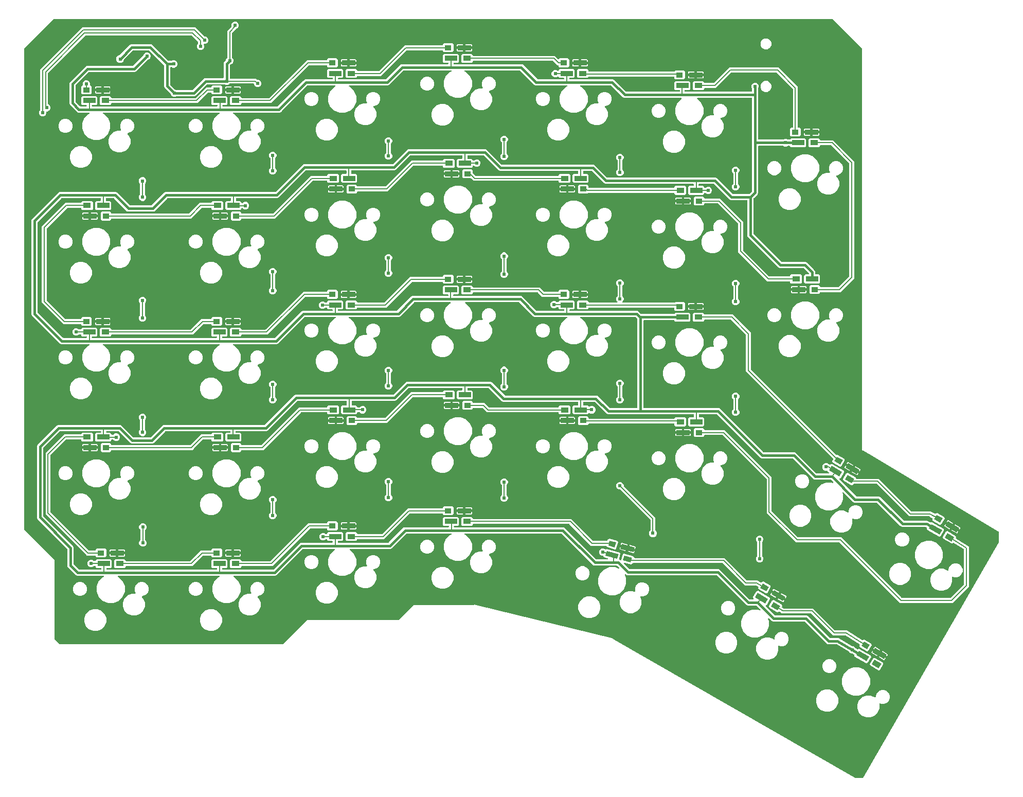
<source format=gbr>
G04 EAGLE Gerber RS-274X export*
G75*
%MOMM*%
%FSLAX34Y34*%
%LPD*%
%AMOC8*
5,1,8,0,0,1.08239X$1,22.5*%
G01*
%ADD10R,2.000000X0.850000*%
%ADD11R,1.300000X0.850000*%
%ADD12R,1.100000X0.850000*%
%ADD13R,2.200000X0.850000*%
%ADD14C,0.604800*%
%ADD15C,0.203200*%
%ADD16C,0.200000*%
%ADD17C,0.406400*%

G36*
X1332730Y-56940D02*
X1332730Y-56940D01*
X1332808Y-56939D01*
X1332870Y-56921D01*
X1332934Y-56911D01*
X1333005Y-56880D01*
X1333080Y-56857D01*
X1333135Y-56822D01*
X1333194Y-56795D01*
X1333253Y-56745D01*
X1333319Y-56702D01*
X1333354Y-56659D01*
X1333411Y-56612D01*
X1333483Y-56503D01*
X1333532Y-56443D01*
X1556815Y330581D01*
X1556852Y330671D01*
X1556896Y330757D01*
X1556902Y330797D01*
X1556922Y330845D01*
X1556939Y331016D01*
X1556951Y331088D01*
X1556951Y347699D01*
X1556942Y347768D01*
X1556942Y347837D01*
X1556922Y347908D01*
X1556911Y347981D01*
X1556883Y348044D01*
X1556864Y348110D01*
X1556825Y348173D01*
X1556795Y348240D01*
X1556750Y348293D01*
X1556714Y348352D01*
X1556667Y348392D01*
X1556612Y348457D01*
X1556515Y348521D01*
X1556458Y348570D01*
X1334397Y481807D01*
X1334300Y481848D01*
X1334205Y481896D01*
X1334173Y481901D01*
X1334135Y481917D01*
X1333933Y481941D01*
X1333874Y481951D01*
X1333737Y481951D01*
X1333198Y482490D01*
X1333058Y482596D01*
X1333002Y482643D01*
X1332349Y483035D01*
X1332315Y483169D01*
X1332276Y483266D01*
X1332243Y483367D01*
X1332224Y483394D01*
X1332208Y483432D01*
X1332083Y483592D01*
X1332048Y483640D01*
X1331951Y483737D01*
X1331951Y484500D01*
X1331927Y484674D01*
X1331921Y484746D01*
X1331736Y485486D01*
X1331807Y485603D01*
X1331848Y485701D01*
X1331896Y485795D01*
X1331901Y485827D01*
X1331917Y485865D01*
X1331941Y486067D01*
X1331951Y486126D01*
X1331951Y1143317D01*
X1331939Y1143403D01*
X1331936Y1143491D01*
X1331919Y1143543D01*
X1331911Y1143598D01*
X1331876Y1143678D01*
X1331849Y1143761D01*
X1331821Y1143800D01*
X1331795Y1143858D01*
X1331699Y1143971D01*
X1331654Y1144035D01*
X1284035Y1191654D01*
X1283965Y1191706D01*
X1283901Y1191766D01*
X1283851Y1191792D01*
X1283807Y1191825D01*
X1283726Y1191856D01*
X1283648Y1191896D01*
X1283600Y1191904D01*
X1283542Y1191926D01*
X1283394Y1191938D01*
X1283317Y1191951D01*
X1683Y1191951D01*
X1597Y1191939D01*
X1509Y1191936D01*
X1457Y1191919D01*
X1402Y1191911D01*
X1322Y1191876D01*
X1239Y1191849D01*
X1200Y1191821D01*
X1142Y1191795D01*
X1029Y1191699D01*
X965Y1191654D01*
X-46654Y1144035D01*
X-46706Y1143965D01*
X-46766Y1143901D01*
X-46792Y1143851D01*
X-46825Y1143807D01*
X-46856Y1143726D01*
X-46896Y1143648D01*
X-46904Y1143600D01*
X-46926Y1143542D01*
X-46938Y1143394D01*
X-46951Y1143317D01*
X-46951Y351683D01*
X-46939Y351597D01*
X-46936Y351509D01*
X-46919Y351457D01*
X-46911Y351402D01*
X-46876Y351322D01*
X-46849Y351239D01*
X-46821Y351200D01*
X-46795Y351142D01*
X-46699Y351029D01*
X-46654Y350965D01*
X3049Y301263D01*
X3049Y171683D01*
X3061Y171597D01*
X3064Y171509D01*
X3081Y171457D01*
X3089Y171402D01*
X3124Y171322D01*
X3151Y171239D01*
X3179Y171200D01*
X3205Y171142D01*
X3301Y171029D01*
X3346Y170965D01*
X10965Y163346D01*
X11035Y163294D01*
X11099Y163234D01*
X11149Y163208D01*
X11193Y163175D01*
X11274Y163144D01*
X11352Y163104D01*
X11400Y163096D01*
X11458Y163074D01*
X11606Y163062D01*
X11683Y163049D01*
X378317Y163049D01*
X378403Y163061D01*
X378491Y163064D01*
X378543Y163081D01*
X378598Y163089D01*
X378678Y163124D01*
X378761Y163151D01*
X378800Y163179D01*
X378858Y163205D01*
X378971Y163301D01*
X379035Y163346D01*
X418737Y203049D01*
X568317Y203049D01*
X568403Y203061D01*
X568491Y203064D01*
X568543Y203081D01*
X568598Y203089D01*
X568678Y203124D01*
X568761Y203151D01*
X568800Y203179D01*
X568858Y203205D01*
X568971Y203301D01*
X569035Y203346D01*
X593737Y228049D01*
X693863Y228049D01*
X693970Y228064D01*
X694078Y228072D01*
X694107Y228083D01*
X694144Y228089D01*
X694342Y228177D01*
X694390Y228196D01*
X694497Y228261D01*
X695248Y228078D01*
X695415Y228061D01*
X695489Y228049D01*
X696263Y228049D01*
X696352Y227960D01*
X696438Y227895D01*
X696520Y227824D01*
X696548Y227812D01*
X696579Y227789D01*
X696781Y227712D01*
X696829Y227691D01*
X919709Y173210D01*
X919795Y173201D01*
X919880Y173183D01*
X919929Y173188D01*
X919992Y173181D01*
X920136Y173208D01*
X920215Y173216D01*
X920425Y173272D01*
X921019Y172931D01*
X921283Y172825D01*
X921284Y172825D01*
X921951Y172662D01*
X922064Y172475D01*
X922119Y172408D01*
X922166Y172335D01*
X922204Y172304D01*
X922244Y172255D01*
X922365Y172172D01*
X922426Y172122D01*
X1320579Y-56816D01*
X1320668Y-56852D01*
X1320754Y-56896D01*
X1320795Y-56903D01*
X1320843Y-56922D01*
X1321012Y-56939D01*
X1321085Y-56951D01*
X1332653Y-56951D01*
X1332730Y-56940D01*
G37*
%LPC*%
G36*
X1319607Y143177D02*
X1319607Y143177D01*
X1318846Y146018D01*
X1318814Y146094D01*
X1318791Y146172D01*
X1318759Y146224D01*
X1318735Y146280D01*
X1318683Y146343D01*
X1318639Y146413D01*
X1318599Y146447D01*
X1318555Y146501D01*
X1318443Y146578D01*
X1318383Y146629D01*
X1316432Y147785D01*
X1316337Y147825D01*
X1316245Y147872D01*
X1316210Y147878D01*
X1316169Y147895D01*
X1315979Y147916D01*
X1315914Y147927D01*
X1314792Y147927D01*
X1312560Y148852D01*
X1310852Y150560D01*
X1310664Y151014D01*
X1310656Y151028D01*
X1310651Y151043D01*
X1310583Y151150D01*
X1310519Y151259D01*
X1310508Y151270D01*
X1310499Y151284D01*
X1310445Y151329D01*
X1310313Y151454D01*
X1310271Y151476D01*
X1310242Y151500D01*
X1290295Y163278D01*
X1290201Y163317D01*
X1290110Y163364D01*
X1290074Y163370D01*
X1290032Y163387D01*
X1289845Y163408D01*
X1289779Y163419D01*
X1275739Y163419D01*
X1273872Y164193D01*
X1237693Y200372D01*
X1237623Y200424D01*
X1237559Y200484D01*
X1237510Y200510D01*
X1237466Y200543D01*
X1237384Y200574D01*
X1237306Y200614D01*
X1237258Y200622D01*
X1237200Y200644D01*
X1237052Y200656D01*
X1236975Y200669D01*
X1185619Y200669D01*
X1183752Y201443D01*
X1182180Y203015D01*
X1179042Y206152D01*
X1178974Y206204D01*
X1178911Y206263D01*
X1178861Y206289D01*
X1178815Y206323D01*
X1178735Y206354D01*
X1178659Y206393D01*
X1178603Y206404D01*
X1178550Y206424D01*
X1178464Y206432D01*
X1178380Y206448D01*
X1178323Y206443D01*
X1178266Y206448D01*
X1178182Y206431D01*
X1178096Y206424D01*
X1178043Y206403D01*
X1177988Y206392D01*
X1177911Y206352D01*
X1177831Y206322D01*
X1177786Y206287D01*
X1177735Y206261D01*
X1177673Y206202D01*
X1177604Y206150D01*
X1177570Y206105D01*
X1177529Y206065D01*
X1177486Y205991D01*
X1177434Y205922D01*
X1177414Y205869D01*
X1177385Y205820D01*
X1177364Y205737D01*
X1177334Y205656D01*
X1177329Y205600D01*
X1177315Y205545D01*
X1177318Y205459D01*
X1177311Y205373D01*
X1177322Y205325D01*
X1177324Y205260D01*
X1177369Y205123D01*
X1177387Y205046D01*
X1178751Y201753D01*
X1178751Y192582D01*
X1175241Y184110D01*
X1168757Y177626D01*
X1160285Y174117D01*
X1151115Y174117D01*
X1142643Y177626D01*
X1136159Y184110D01*
X1132649Y192582D01*
X1132649Y201753D01*
X1136159Y210225D01*
X1142643Y216709D01*
X1151115Y220218D01*
X1160285Y220218D01*
X1163578Y218854D01*
X1163662Y218833D01*
X1163742Y218802D01*
X1163799Y218797D01*
X1163854Y218783D01*
X1163940Y218786D01*
X1164025Y218778D01*
X1164081Y218790D01*
X1164138Y218791D01*
X1164220Y218817D01*
X1164304Y218834D01*
X1164354Y218861D01*
X1164409Y218878D01*
X1164480Y218926D01*
X1164556Y218965D01*
X1164597Y219005D01*
X1164645Y219036D01*
X1164700Y219102D01*
X1164762Y219161D01*
X1164791Y219210D01*
X1164828Y219254D01*
X1164863Y219332D01*
X1164906Y219406D01*
X1164920Y219462D01*
X1164943Y219514D01*
X1164955Y219599D01*
X1164976Y219682D01*
X1164974Y219739D01*
X1164982Y219795D01*
X1164970Y219880D01*
X1164967Y219966D01*
X1164950Y220020D01*
X1164942Y220077D01*
X1164906Y220155D01*
X1164880Y220237D01*
X1164851Y220277D01*
X1164824Y220336D01*
X1164730Y220446D01*
X1164685Y220510D01*
X1158673Y226522D01*
X1158603Y226574D01*
X1158539Y226634D01*
X1158490Y226660D01*
X1158446Y226693D01*
X1158364Y226724D01*
X1158286Y226764D01*
X1158238Y226772D01*
X1158180Y226794D01*
X1158032Y226806D01*
X1157955Y226819D01*
X1143839Y226819D01*
X1141972Y227593D01*
X1140400Y229165D01*
X1092943Y276622D01*
X1092873Y276674D01*
X1092809Y276734D01*
X1092760Y276760D01*
X1092716Y276793D01*
X1092634Y276824D01*
X1092556Y276864D01*
X1092508Y276872D01*
X1092450Y276894D01*
X1092302Y276906D01*
X1092225Y276919D01*
X945449Y276919D01*
X943582Y277693D01*
X942983Y278292D01*
X942915Y278343D01*
X942852Y278402D01*
X942802Y278428D01*
X942756Y278462D01*
X942676Y278493D01*
X942599Y278532D01*
X942544Y278543D01*
X942490Y278564D01*
X942405Y278571D01*
X942320Y278587D01*
X942264Y278583D01*
X942207Y278587D01*
X942123Y278570D01*
X942037Y278563D01*
X941984Y278543D01*
X941928Y278531D01*
X941852Y278492D01*
X941772Y278461D01*
X941727Y278427D01*
X941676Y278400D01*
X941614Y278341D01*
X941545Y278289D01*
X941511Y278244D01*
X941470Y278205D01*
X941426Y278130D01*
X941375Y278062D01*
X941355Y278008D01*
X941326Y277959D01*
X941305Y277876D01*
X941275Y277796D01*
X941270Y277739D01*
X941256Y277684D01*
X941259Y277598D01*
X941252Y277512D01*
X941263Y277464D01*
X941265Y277400D01*
X941310Y277262D01*
X941327Y277185D01*
X943705Y271444D01*
X943705Y262274D01*
X940196Y253801D01*
X933712Y247317D01*
X925240Y243808D01*
X916070Y243808D01*
X907597Y247317D01*
X901113Y253801D01*
X897604Y262274D01*
X897604Y271444D01*
X901113Y279916D01*
X907597Y286400D01*
X916070Y289909D01*
X925240Y289909D01*
X930981Y287531D01*
X931064Y287510D01*
X931145Y287479D01*
X931201Y287475D01*
X931256Y287460D01*
X931342Y287463D01*
X931428Y287456D01*
X931484Y287467D01*
X931541Y287469D01*
X931622Y287495D01*
X931707Y287512D01*
X931757Y287538D01*
X931811Y287555D01*
X931883Y287603D01*
X931959Y287643D01*
X932000Y287682D01*
X932048Y287714D01*
X932103Y287779D01*
X932165Y287838D01*
X932194Y287888D01*
X932231Y287931D01*
X932265Y288010D01*
X932309Y288084D01*
X932323Y288139D01*
X932346Y288191D01*
X932358Y288276D01*
X932379Y288359D01*
X932377Y288416D01*
X932385Y288472D01*
X932373Y288558D01*
X932370Y288643D01*
X932352Y288698D01*
X932344Y288754D01*
X932309Y288832D01*
X932282Y288914D01*
X932254Y288954D01*
X932227Y289013D01*
X932133Y289123D01*
X932088Y289187D01*
X929153Y292122D01*
X929083Y292174D01*
X929019Y292234D01*
X928970Y292260D01*
X928926Y292293D01*
X928844Y292324D01*
X928766Y292364D01*
X928718Y292372D01*
X928660Y292394D01*
X928512Y292406D01*
X928435Y292419D01*
X891239Y292419D01*
X889372Y293193D01*
X837193Y345372D01*
X837123Y345424D01*
X837059Y345484D01*
X837010Y345510D01*
X836966Y345543D01*
X836884Y345574D01*
X836806Y345614D01*
X836758Y345622D01*
X836700Y345644D01*
X836552Y345656D01*
X836475Y345669D01*
X678416Y345669D01*
X678331Y345657D01*
X678245Y345655D01*
X678191Y345637D01*
X678135Y345629D01*
X678056Y345594D01*
X677975Y345568D01*
X677927Y345536D01*
X677875Y345513D01*
X677810Y345458D01*
X677738Y345410D01*
X677702Y345366D01*
X677658Y345330D01*
X677611Y345258D01*
X677555Y345192D01*
X677532Y345140D01*
X677501Y345093D01*
X677475Y345011D01*
X677440Y344932D01*
X677432Y344876D01*
X677415Y344822D01*
X677413Y344736D01*
X677401Y344651D01*
X677409Y344595D01*
X677408Y344538D01*
X677429Y344455D01*
X677442Y344370D01*
X677465Y344318D01*
X677480Y344263D01*
X677523Y344189D01*
X677559Y344110D01*
X677596Y344067D01*
X677625Y344018D01*
X677687Y343959D01*
X677743Y343894D01*
X677785Y343868D01*
X677832Y343824D01*
X677961Y343758D01*
X678028Y343716D01*
X679807Y342979D01*
X686291Y336495D01*
X689801Y328023D01*
X689801Y318852D01*
X686291Y310380D01*
X679807Y303896D01*
X671335Y300387D01*
X662165Y300387D01*
X653693Y303896D01*
X647209Y310380D01*
X643699Y318852D01*
X643699Y328023D01*
X647209Y336495D01*
X653693Y342979D01*
X655472Y343716D01*
X655546Y343760D01*
X655625Y343795D01*
X655668Y343832D01*
X655717Y343861D01*
X655776Y343923D01*
X655842Y343979D01*
X655873Y344026D01*
X655912Y344067D01*
X655952Y344144D01*
X655999Y344215D01*
X656016Y344269D01*
X656042Y344320D01*
X656059Y344404D01*
X656085Y344486D01*
X656086Y344543D01*
X656097Y344599D01*
X656090Y344684D01*
X656092Y344770D01*
X656078Y344825D01*
X656073Y344882D01*
X656042Y344962D01*
X656020Y345045D01*
X655991Y345094D01*
X655971Y345147D01*
X655919Y345216D01*
X655875Y345290D01*
X655834Y345329D01*
X655799Y345374D01*
X655731Y345426D01*
X655668Y345484D01*
X655617Y345510D01*
X655572Y345544D01*
X655491Y345575D01*
X655415Y345614D01*
X655366Y345622D01*
X655306Y345645D01*
X655161Y345656D01*
X655084Y345669D01*
X582525Y345669D01*
X582438Y345657D01*
X582351Y345654D01*
X582298Y345637D01*
X582244Y345629D01*
X582164Y345594D01*
X582081Y345567D01*
X582041Y345539D01*
X581984Y345513D01*
X581871Y345417D01*
X581807Y345372D01*
X557378Y320943D01*
X555511Y320169D01*
X489576Y320169D01*
X489491Y320157D01*
X489405Y320155D01*
X489351Y320137D01*
X489295Y320129D01*
X489216Y320094D01*
X489134Y320068D01*
X489087Y320036D01*
X489035Y320013D01*
X488970Y319958D01*
X488898Y319910D01*
X488861Y319866D01*
X488818Y319830D01*
X488771Y319758D01*
X488715Y319692D01*
X488692Y319640D01*
X488661Y319593D01*
X488635Y319511D01*
X488600Y319432D01*
X488592Y319376D01*
X488575Y319322D01*
X488573Y319236D01*
X488561Y319151D01*
X488569Y319094D01*
X488567Y319038D01*
X488589Y318955D01*
X488601Y318869D01*
X488625Y318818D01*
X488639Y318763D01*
X488683Y318689D01*
X488719Y318610D01*
X488755Y318567D01*
X488785Y318518D01*
X488847Y318459D01*
X488903Y318394D01*
X488945Y318368D01*
X488992Y318324D01*
X489121Y318258D01*
X489188Y318216D01*
X489307Y318166D01*
X495791Y311682D01*
X499301Y303210D01*
X499301Y294040D01*
X495791Y285568D01*
X489307Y279084D01*
X480835Y275574D01*
X471665Y275574D01*
X463193Y279084D01*
X456709Y285568D01*
X453199Y294040D01*
X453199Y303210D01*
X456709Y311682D01*
X463193Y318166D01*
X463312Y318216D01*
X463387Y318260D01*
X463465Y318295D01*
X463508Y318332D01*
X463557Y318361D01*
X463616Y318423D01*
X463682Y318479D01*
X463713Y318526D01*
X463752Y318567D01*
X463792Y318643D01*
X463839Y318715D01*
X463857Y318769D01*
X463883Y318820D01*
X463899Y318904D01*
X463925Y318986D01*
X463927Y319043D01*
X463938Y319099D01*
X463930Y319184D01*
X463933Y319270D01*
X463918Y319325D01*
X463913Y319382D01*
X463882Y319462D01*
X463861Y319545D01*
X463832Y319594D01*
X463811Y319647D01*
X463759Y319716D01*
X463715Y319790D01*
X463674Y319829D01*
X463640Y319874D01*
X463571Y319926D01*
X463508Y319984D01*
X463458Y320010D01*
X463412Y320044D01*
X463331Y320075D01*
X463255Y320114D01*
X463206Y320122D01*
X463146Y320145D01*
X463001Y320156D01*
X462924Y320169D01*
X411775Y320169D01*
X411688Y320157D01*
X411601Y320154D01*
X411548Y320137D01*
X411494Y320129D01*
X411414Y320094D01*
X411331Y320067D01*
X411291Y320039D01*
X411234Y320013D01*
X411121Y319917D01*
X411057Y319872D01*
X367878Y276693D01*
X366011Y275919D01*
X298171Y275919D01*
X298086Y275907D01*
X298000Y275905D01*
X297945Y275887D01*
X297889Y275879D01*
X297811Y275844D01*
X297729Y275818D01*
X297682Y275786D01*
X297630Y275763D01*
X297564Y275708D01*
X297493Y275660D01*
X297456Y275616D01*
X297413Y275580D01*
X297365Y275508D01*
X297310Y275442D01*
X297287Y275390D01*
X297255Y275343D01*
X297229Y275261D01*
X297194Y275182D01*
X297187Y275126D01*
X297169Y275072D01*
X297167Y274986D01*
X297155Y274901D01*
X297164Y274845D01*
X297162Y274788D01*
X297184Y274705D01*
X297196Y274619D01*
X297220Y274568D01*
X297234Y274513D01*
X297278Y274439D01*
X297313Y274360D01*
X297350Y274317D01*
X297379Y274268D01*
X297442Y274209D01*
X297498Y274144D01*
X297539Y274118D01*
X297586Y274074D01*
X297716Y274008D01*
X297782Y273966D01*
X298807Y273541D01*
X305291Y267057D01*
X308801Y258585D01*
X308801Y249415D01*
X305291Y240943D01*
X298807Y234459D01*
X290335Y230949D01*
X281165Y230949D01*
X272693Y234459D01*
X266209Y240943D01*
X262699Y249415D01*
X262699Y258585D01*
X266209Y267057D01*
X272693Y273541D01*
X273718Y273966D01*
X273792Y274010D01*
X273870Y274045D01*
X273914Y274082D01*
X273963Y274111D01*
X274022Y274173D01*
X274087Y274229D01*
X274119Y274276D01*
X274158Y274317D01*
X274197Y274394D01*
X274245Y274465D01*
X274262Y274519D01*
X274288Y274570D01*
X274305Y274654D01*
X274331Y274736D01*
X274332Y274793D01*
X274343Y274849D01*
X274336Y274934D01*
X274338Y275020D01*
X274324Y275075D01*
X274319Y275132D01*
X274288Y275213D01*
X274266Y275295D01*
X274237Y275344D01*
X274217Y275397D01*
X274165Y275466D01*
X274121Y275540D01*
X274079Y275579D01*
X274045Y275624D01*
X273976Y275676D01*
X273914Y275734D01*
X273863Y275760D01*
X273817Y275794D01*
X273737Y275825D01*
X273660Y275864D01*
X273612Y275872D01*
X273551Y275895D01*
X273407Y275906D01*
X273329Y275919D01*
X107671Y275919D01*
X107586Y275907D01*
X107500Y275905D01*
X107445Y275887D01*
X107389Y275879D01*
X107311Y275844D01*
X107229Y275818D01*
X107182Y275786D01*
X107130Y275763D01*
X107064Y275708D01*
X106993Y275660D01*
X106956Y275616D01*
X106913Y275580D01*
X106865Y275508D01*
X106810Y275442D01*
X106787Y275390D01*
X106755Y275343D01*
X106729Y275261D01*
X106694Y275182D01*
X106687Y275126D01*
X106669Y275072D01*
X106667Y274986D01*
X106655Y274901D01*
X106664Y274845D01*
X106662Y274788D01*
X106684Y274705D01*
X106696Y274619D01*
X106720Y274568D01*
X106734Y274513D01*
X106778Y274439D01*
X106813Y274360D01*
X106850Y274317D01*
X106879Y274268D01*
X106942Y274209D01*
X106998Y274144D01*
X107039Y274118D01*
X107086Y274074D01*
X107216Y274008D01*
X107282Y273966D01*
X108307Y273541D01*
X114791Y267057D01*
X118301Y258585D01*
X118301Y249415D01*
X114791Y240943D01*
X108307Y234459D01*
X99835Y230949D01*
X90665Y230949D01*
X82193Y234459D01*
X75709Y240943D01*
X72199Y249415D01*
X72199Y258585D01*
X75709Y267057D01*
X82193Y273541D01*
X83218Y273966D01*
X83292Y274010D01*
X83370Y274045D01*
X83414Y274082D01*
X83463Y274111D01*
X83522Y274173D01*
X83587Y274229D01*
X83619Y274276D01*
X83658Y274317D01*
X83697Y274394D01*
X83745Y274465D01*
X83762Y274519D01*
X83788Y274570D01*
X83805Y274654D01*
X83831Y274736D01*
X83832Y274793D01*
X83843Y274849D01*
X83836Y274934D01*
X83838Y275020D01*
X83824Y275075D01*
X83819Y275132D01*
X83788Y275213D01*
X83766Y275295D01*
X83737Y275344D01*
X83717Y275397D01*
X83665Y275466D01*
X83621Y275540D01*
X83579Y275579D01*
X83545Y275624D01*
X83476Y275676D01*
X83414Y275734D01*
X83363Y275760D01*
X83317Y275794D01*
X83237Y275825D01*
X83160Y275864D01*
X83112Y275872D01*
X83051Y275895D01*
X82907Y275906D01*
X82829Y275919D01*
X39739Y275919D01*
X37872Y276693D01*
X24943Y289622D01*
X24169Y291489D01*
X24169Y319225D01*
X24157Y319312D01*
X24154Y319399D01*
X24137Y319452D01*
X24129Y319506D01*
X24094Y319586D01*
X24067Y319669D01*
X24039Y319709D01*
X24013Y319766D01*
X23917Y319879D01*
X23872Y319943D01*
X-25557Y369372D01*
X-26331Y371239D01*
X-26331Y489261D01*
X-25557Y491128D01*
X-23985Y492700D01*
X4800Y521485D01*
X6372Y523057D01*
X8239Y523831D01*
X111261Y523831D01*
X113128Y523057D01*
X132307Y503878D01*
X132377Y503826D01*
X132441Y503766D01*
X132490Y503740D01*
X132534Y503707D01*
X132616Y503676D01*
X132694Y503636D01*
X132742Y503628D01*
X132800Y503606D01*
X132948Y503594D01*
X133025Y503581D01*
X160475Y503581D01*
X160562Y503593D01*
X160649Y503596D01*
X160702Y503613D01*
X160756Y503621D01*
X160836Y503656D01*
X160920Y503683D01*
X160959Y503711D01*
X161016Y503737D01*
X161129Y503833D01*
X161193Y503878D01*
X180372Y523057D01*
X182239Y523831D01*
X347975Y523831D01*
X348062Y523843D01*
X348149Y523846D01*
X348202Y523863D01*
X348256Y523871D01*
X348336Y523906D01*
X348419Y523933D01*
X348459Y523961D01*
X348516Y523987D01*
X348629Y524083D01*
X348693Y524128D01*
X397622Y573057D01*
X399489Y573831D01*
X559725Y573831D01*
X559812Y573843D01*
X559899Y573846D01*
X559952Y573863D01*
X560006Y573871D01*
X560086Y573906D01*
X560169Y573933D01*
X560209Y573961D01*
X560266Y573987D01*
X560379Y574083D01*
X560443Y574128D01*
X580872Y594557D01*
X582739Y595331D01*
X720261Y595331D01*
X722128Y594557D01*
X723700Y592985D01*
X743807Y572878D01*
X743877Y572826D01*
X743941Y572766D01*
X743990Y572740D01*
X744034Y572707D01*
X744116Y572676D01*
X744194Y572636D01*
X744242Y572628D01*
X744300Y572606D01*
X744448Y572594D01*
X744525Y572581D01*
X894761Y572581D01*
X896628Y571807D01*
X916307Y552128D01*
X916377Y552076D01*
X916441Y552016D01*
X916490Y551990D01*
X916534Y551957D01*
X916616Y551926D01*
X916694Y551886D01*
X916742Y551878D01*
X916800Y551856D01*
X916948Y551844D01*
X917025Y551831D01*
X961042Y551831D01*
X961099Y551839D01*
X961158Y551837D01*
X961239Y551859D01*
X961323Y551871D01*
X961376Y551894D01*
X961433Y551909D01*
X961505Y551952D01*
X961582Y551987D01*
X961627Y552025D01*
X961677Y552054D01*
X961735Y552116D01*
X961799Y552170D01*
X961832Y552219D01*
X961872Y552262D01*
X961910Y552337D01*
X961957Y552407D01*
X961975Y552463D01*
X962001Y552515D01*
X962013Y552583D01*
X962043Y552678D01*
X962045Y552778D01*
X962057Y552846D01*
X962057Y698087D01*
X962045Y698174D01*
X962042Y698261D01*
X962025Y698314D01*
X962017Y698369D01*
X961981Y698449D01*
X961954Y698532D01*
X961926Y698571D01*
X961901Y698628D01*
X961805Y698742D01*
X961759Y698805D01*
X958943Y701622D01*
X958873Y701674D01*
X958809Y701734D01*
X958760Y701760D01*
X958716Y701793D01*
X958634Y701824D01*
X958556Y701864D01*
X958508Y701872D01*
X958450Y701894D01*
X958302Y701906D01*
X958225Y701919D01*
X868765Y701919D01*
X868680Y701907D01*
X868594Y701905D01*
X868540Y701887D01*
X868484Y701879D01*
X868405Y701844D01*
X868324Y701818D01*
X868276Y701786D01*
X868224Y701763D01*
X868159Y701708D01*
X868087Y701660D01*
X868051Y701616D01*
X868007Y701580D01*
X867960Y701508D01*
X867904Y701442D01*
X867881Y701390D01*
X867850Y701343D01*
X867824Y701261D01*
X867789Y701182D01*
X867781Y701126D01*
X867764Y701072D01*
X867762Y700986D01*
X867750Y700901D01*
X867758Y700845D01*
X867757Y700788D01*
X867778Y700704D01*
X867791Y700619D01*
X867814Y700568D01*
X867829Y700513D01*
X867872Y700439D01*
X867908Y700360D01*
X867945Y700317D01*
X867974Y700268D01*
X868036Y700209D01*
X868092Y700144D01*
X868134Y700118D01*
X868181Y700074D01*
X868310Y700008D01*
X868377Y699966D01*
X870307Y699166D01*
X876791Y692682D01*
X880301Y684210D01*
X880301Y675040D01*
X876791Y666568D01*
X870307Y660084D01*
X861835Y656574D01*
X852665Y656574D01*
X844193Y660084D01*
X837709Y666568D01*
X834199Y675040D01*
X834199Y684210D01*
X837709Y692682D01*
X844193Y699166D01*
X846123Y699966D01*
X846197Y700010D01*
X846276Y700045D01*
X846319Y700082D01*
X846368Y700111D01*
X846427Y700173D01*
X846493Y700229D01*
X846524Y700276D01*
X846563Y700317D01*
X846603Y700394D01*
X846650Y700465D01*
X846667Y700519D01*
X846693Y700570D01*
X846710Y700654D01*
X846736Y700736D01*
X846737Y700793D01*
X846748Y700849D01*
X846741Y700934D01*
X846743Y701020D01*
X846729Y701075D01*
X846724Y701132D01*
X846693Y701213D01*
X846671Y701295D01*
X846642Y701344D01*
X846622Y701397D01*
X846570Y701466D01*
X846526Y701540D01*
X846485Y701579D01*
X846450Y701624D01*
X846382Y701676D01*
X846319Y701734D01*
X846268Y701760D01*
X846223Y701794D01*
X846142Y701825D01*
X846066Y701864D01*
X846017Y701872D01*
X845957Y701895D01*
X845812Y701906D01*
X845735Y701919D01*
X792739Y701919D01*
X790872Y702693D01*
X789300Y704265D01*
X767693Y725872D01*
X767623Y725924D01*
X767559Y725984D01*
X767510Y726010D01*
X767466Y726043D01*
X767384Y726074D01*
X767306Y726114D01*
X767258Y726122D01*
X767200Y726144D01*
X767052Y726156D01*
X766975Y726169D01*
X679623Y726169D01*
X679538Y726157D01*
X679452Y726155D01*
X679398Y726137D01*
X679342Y726129D01*
X679264Y726094D01*
X679182Y726068D01*
X679134Y726036D01*
X679082Y726013D01*
X679017Y725958D01*
X678945Y725910D01*
X678909Y725866D01*
X678865Y725830D01*
X678818Y725758D01*
X678763Y725692D01*
X678739Y725640D01*
X678708Y725593D01*
X678682Y725511D01*
X678647Y725432D01*
X678639Y725376D01*
X678622Y725322D01*
X678620Y725236D01*
X678608Y725151D01*
X678616Y725095D01*
X678615Y725038D01*
X678636Y724955D01*
X678649Y724869D01*
X678672Y724818D01*
X678687Y724763D01*
X678730Y724689D01*
X678766Y724610D01*
X678803Y724567D01*
X678832Y724518D01*
X678895Y724459D01*
X678950Y724394D01*
X678992Y724368D01*
X679039Y724324D01*
X679168Y724258D01*
X679235Y724216D01*
X679807Y723979D01*
X686291Y717495D01*
X689801Y709023D01*
X689801Y699852D01*
X686291Y691380D01*
X679807Y684896D01*
X671335Y681387D01*
X662165Y681387D01*
X653693Y684896D01*
X647209Y691380D01*
X643699Y699852D01*
X643699Y709023D01*
X647209Y717495D01*
X653693Y723979D01*
X654265Y724216D01*
X654339Y724260D01*
X654418Y724295D01*
X654461Y724332D01*
X654510Y724361D01*
X654569Y724423D01*
X654635Y724479D01*
X654666Y724526D01*
X654705Y724567D01*
X654744Y724644D01*
X654792Y724715D01*
X654809Y724769D01*
X654835Y724820D01*
X654852Y724904D01*
X654878Y724986D01*
X654879Y725043D01*
X654890Y725099D01*
X654883Y725184D01*
X654885Y725270D01*
X654871Y725325D01*
X654866Y725382D01*
X654835Y725463D01*
X654813Y725545D01*
X654784Y725594D01*
X654764Y725647D01*
X654712Y725716D01*
X654668Y725790D01*
X654627Y725829D01*
X654592Y725874D01*
X654524Y725926D01*
X654461Y725984D01*
X654410Y726010D01*
X654365Y726044D01*
X654284Y726075D01*
X654208Y726114D01*
X654159Y726122D01*
X654099Y726145D01*
X653954Y726156D01*
X653877Y726169D01*
X595525Y726169D01*
X595438Y726157D01*
X595351Y726154D01*
X595298Y726137D01*
X595244Y726129D01*
X595164Y726094D01*
X595081Y726067D01*
X595041Y726039D01*
X594984Y726013D01*
X594871Y725917D01*
X594807Y725872D01*
X571628Y702693D01*
X569761Y701919D01*
X487765Y701919D01*
X487680Y701907D01*
X487594Y701905D01*
X487540Y701887D01*
X487484Y701879D01*
X487406Y701844D01*
X487324Y701818D01*
X487276Y701786D01*
X487224Y701763D01*
X487159Y701708D01*
X487088Y701660D01*
X487051Y701616D01*
X487007Y701580D01*
X486960Y701508D01*
X486905Y701442D01*
X486881Y701390D01*
X486850Y701343D01*
X486824Y701261D01*
X486789Y701182D01*
X486781Y701126D01*
X486764Y701072D01*
X486762Y700986D01*
X486750Y700901D01*
X486758Y700845D01*
X486757Y700788D01*
X486779Y700704D01*
X486791Y700620D01*
X486814Y700568D01*
X486829Y700513D01*
X486872Y700439D01*
X486908Y700360D01*
X486945Y700317D01*
X486974Y700268D01*
X487037Y700209D01*
X487092Y700144D01*
X487134Y700118D01*
X487181Y700074D01*
X487310Y700008D01*
X487377Y699966D01*
X489307Y699166D01*
X495791Y692682D01*
X499301Y684210D01*
X499301Y675040D01*
X495791Y666568D01*
X489307Y660084D01*
X480835Y656574D01*
X471665Y656574D01*
X463193Y660084D01*
X456709Y666568D01*
X453199Y675040D01*
X453199Y684210D01*
X456709Y692682D01*
X463193Y699166D01*
X465123Y699966D01*
X465197Y700010D01*
X465276Y700045D01*
X465319Y700082D01*
X465368Y700111D01*
X465427Y700173D01*
X465493Y700229D01*
X465524Y700276D01*
X465563Y700317D01*
X465602Y700394D01*
X465650Y700465D01*
X465667Y700519D01*
X465693Y700570D01*
X465710Y700654D01*
X465736Y700736D01*
X465737Y700793D01*
X465748Y700849D01*
X465741Y700934D01*
X465743Y701020D01*
X465729Y701075D01*
X465724Y701132D01*
X465693Y701212D01*
X465671Y701295D01*
X465642Y701344D01*
X465622Y701397D01*
X465570Y701466D01*
X465526Y701540D01*
X465485Y701579D01*
X465450Y701624D01*
X465382Y701676D01*
X465319Y701734D01*
X465268Y701760D01*
X465223Y701794D01*
X465142Y701825D01*
X465066Y701864D01*
X465017Y701872D01*
X464957Y701895D01*
X464812Y701906D01*
X464735Y701919D01*
X414775Y701919D01*
X414688Y701907D01*
X414601Y701904D01*
X414548Y701887D01*
X414494Y701879D01*
X414414Y701844D01*
X414331Y701817D01*
X414291Y701789D01*
X414234Y701763D01*
X414121Y701667D01*
X414057Y701622D01*
X370378Y657943D01*
X368511Y657169D01*
X297567Y657169D01*
X297482Y657157D01*
X297396Y657155D01*
X297342Y657137D01*
X297286Y657129D01*
X297207Y657094D01*
X297125Y657068D01*
X297078Y657036D01*
X297026Y657013D01*
X296961Y656958D01*
X296889Y656910D01*
X296853Y656866D01*
X296809Y656830D01*
X296762Y656758D01*
X296706Y656692D01*
X296683Y656640D01*
X296652Y656593D01*
X296626Y656511D01*
X296591Y656432D01*
X296583Y656376D01*
X296566Y656322D01*
X296564Y656236D01*
X296552Y656151D01*
X296560Y656095D01*
X296559Y656038D01*
X296580Y655955D01*
X296593Y655870D01*
X296616Y655818D01*
X296630Y655763D01*
X296674Y655689D01*
X296710Y655610D01*
X296747Y655567D01*
X296776Y655518D01*
X296838Y655459D01*
X296894Y655394D01*
X296936Y655368D01*
X296983Y655324D01*
X297112Y655258D01*
X297179Y655216D01*
X298807Y654541D01*
X305291Y648057D01*
X308801Y639585D01*
X308801Y630415D01*
X305291Y621943D01*
X298807Y615459D01*
X290335Y611949D01*
X281165Y611949D01*
X272693Y615459D01*
X266209Y621943D01*
X262699Y630415D01*
X262699Y639585D01*
X266209Y648057D01*
X272693Y654541D01*
X274321Y655216D01*
X274395Y655260D01*
X274474Y655295D01*
X274517Y655332D01*
X274566Y655361D01*
X274625Y655423D01*
X274691Y655479D01*
X274722Y655526D01*
X274761Y655567D01*
X274801Y655644D01*
X274848Y655715D01*
X274866Y655769D01*
X274892Y655820D01*
X274908Y655904D01*
X274934Y655986D01*
X274936Y656043D01*
X274947Y656099D01*
X274939Y656184D01*
X274941Y656270D01*
X274927Y656325D01*
X274922Y656382D01*
X274891Y656462D01*
X274870Y656545D01*
X274841Y656594D01*
X274820Y656647D01*
X274768Y656716D01*
X274724Y656790D01*
X274683Y656829D01*
X274649Y656874D01*
X274580Y656926D01*
X274517Y656984D01*
X274466Y657010D01*
X274421Y657044D01*
X274340Y657075D01*
X274264Y657114D01*
X274215Y657122D01*
X274155Y657145D01*
X274010Y657156D01*
X273933Y657169D01*
X83255Y657169D01*
X83170Y657157D01*
X83084Y657155D01*
X83029Y657137D01*
X82973Y657129D01*
X82895Y657094D01*
X82813Y657068D01*
X82766Y657036D01*
X82714Y657013D01*
X82648Y656958D01*
X82577Y656910D01*
X82540Y656866D01*
X82497Y656830D01*
X82449Y656758D01*
X82394Y656692D01*
X82371Y656640D01*
X82339Y656593D01*
X82313Y656511D01*
X82278Y656432D01*
X82271Y656376D01*
X82253Y656322D01*
X82251Y656236D01*
X82239Y656151D01*
X82248Y656095D01*
X82246Y656038D01*
X82268Y655955D01*
X82280Y655870D01*
X82304Y655818D01*
X82318Y655763D01*
X82362Y655689D01*
X82397Y655610D01*
X82434Y655567D01*
X82463Y655518D01*
X82526Y655459D01*
X82581Y655394D01*
X82623Y655368D01*
X82670Y655324D01*
X82800Y655258D01*
X82866Y655216D01*
X84495Y654541D01*
X90979Y648057D01*
X94488Y639585D01*
X94488Y630415D01*
X90979Y621943D01*
X84495Y615459D01*
X76023Y611949D01*
X66852Y611949D01*
X58380Y615459D01*
X51896Y621943D01*
X48387Y630415D01*
X48387Y639585D01*
X51896Y648057D01*
X58380Y654541D01*
X60009Y655216D01*
X60083Y655260D01*
X60161Y655295D01*
X60205Y655332D01*
X60254Y655361D01*
X60313Y655423D01*
X60378Y655479D01*
X60410Y655526D01*
X60449Y655567D01*
X60488Y655644D01*
X60536Y655715D01*
X60553Y655769D01*
X60579Y655820D01*
X60596Y655904D01*
X60622Y655986D01*
X60623Y656043D01*
X60634Y656099D01*
X60627Y656184D01*
X60629Y656270D01*
X60615Y656325D01*
X60610Y656382D01*
X60579Y656462D01*
X60557Y656545D01*
X60528Y656594D01*
X60508Y656647D01*
X60456Y656716D01*
X60412Y656790D01*
X60370Y656829D01*
X60336Y656874D01*
X60267Y656926D01*
X60205Y656984D01*
X60154Y657010D01*
X60108Y657044D01*
X60028Y657075D01*
X59951Y657114D01*
X59903Y657122D01*
X59842Y657145D01*
X59698Y657156D01*
X59620Y657169D01*
X13739Y657169D01*
X11872Y657943D01*
X10300Y659515D01*
X-34557Y704372D01*
X-35331Y706239D01*
X-35331Y860761D01*
X-34557Y862628D01*
X-32985Y864200D01*
X7800Y904985D01*
X9372Y906557D01*
X11239Y907331D01*
X103761Y907331D01*
X105628Y906557D01*
X126807Y885378D01*
X126877Y885326D01*
X126941Y885266D01*
X126990Y885240D01*
X127034Y885207D01*
X127116Y885176D01*
X127194Y885136D01*
X127242Y885128D01*
X127300Y885106D01*
X127448Y885094D01*
X127525Y885081D01*
X161475Y885081D01*
X161562Y885093D01*
X161649Y885096D01*
X161702Y885113D01*
X161756Y885121D01*
X161836Y885156D01*
X161919Y885183D01*
X161959Y885211D01*
X162016Y885237D01*
X162129Y885333D01*
X162193Y885378D01*
X183372Y906557D01*
X185239Y907331D01*
X365725Y907331D01*
X365812Y907343D01*
X365899Y907346D01*
X365952Y907363D01*
X366006Y907371D01*
X366086Y907406D01*
X366169Y907433D01*
X366209Y907461D01*
X366266Y907487D01*
X366379Y907583D01*
X366443Y907628D01*
X411372Y952557D01*
X413239Y953331D01*
X558725Y953331D01*
X558812Y953343D01*
X558899Y953346D01*
X558952Y953363D01*
X559006Y953371D01*
X559086Y953406D01*
X559169Y953433D01*
X559209Y953461D01*
X559266Y953487D01*
X559379Y953583D01*
X559443Y953628D01*
X583122Y977307D01*
X584989Y978081D01*
X712011Y978081D01*
X713878Y977307D01*
X738557Y952628D01*
X738627Y952576D01*
X738691Y952516D01*
X738740Y952490D01*
X738784Y952457D01*
X738866Y952426D01*
X738944Y952386D01*
X738992Y952378D01*
X739050Y952356D01*
X739198Y952344D01*
X739275Y952331D01*
X890011Y952331D01*
X891878Y951557D01*
X912057Y931378D01*
X912127Y931326D01*
X912191Y931266D01*
X912240Y931240D01*
X912284Y931207D01*
X912366Y931176D01*
X912444Y931136D01*
X912492Y931128D01*
X912550Y931106D01*
X912698Y931094D01*
X912775Y931081D01*
X1091011Y931081D01*
X1092878Y930307D01*
X1118807Y904378D01*
X1118877Y904326D01*
X1118941Y904266D01*
X1118990Y904240D01*
X1119034Y904207D01*
X1119116Y904176D01*
X1119194Y904136D01*
X1119242Y904128D01*
X1119300Y904106D01*
X1119448Y904094D01*
X1119525Y904081D01*
X1145975Y904081D01*
X1146062Y904093D01*
X1146149Y904096D01*
X1146202Y904113D01*
X1146256Y904121D01*
X1146336Y904156D01*
X1146420Y904183D01*
X1146459Y904211D01*
X1146516Y904237D01*
X1146629Y904333D01*
X1146693Y904378D01*
X1150622Y908307D01*
X1150674Y908377D01*
X1150734Y908441D01*
X1150760Y908490D01*
X1150793Y908534D01*
X1150824Y908616D01*
X1150864Y908694D01*
X1150872Y908742D01*
X1150894Y908800D01*
X1150906Y908948D01*
X1150919Y909025D01*
X1150919Y1061154D01*
X1150911Y1061212D01*
X1150913Y1061270D01*
X1150891Y1061352D01*
X1150879Y1061436D01*
X1150856Y1061489D01*
X1150841Y1061545D01*
X1150798Y1061618D01*
X1150763Y1061695D01*
X1150725Y1061740D01*
X1150696Y1061790D01*
X1150634Y1061848D01*
X1150580Y1061912D01*
X1150531Y1061944D01*
X1150488Y1061984D01*
X1150413Y1062023D01*
X1150343Y1062070D01*
X1150287Y1062087D01*
X1150235Y1062114D01*
X1150167Y1062125D01*
X1150072Y1062155D01*
X1149972Y1062158D01*
X1149904Y1062169D01*
X1061443Y1062169D01*
X1061414Y1062165D01*
X1061385Y1062168D01*
X1061274Y1062145D01*
X1061161Y1062129D01*
X1061135Y1062117D01*
X1061106Y1062112D01*
X1061005Y1062060D01*
X1060902Y1062013D01*
X1060880Y1061994D01*
X1060854Y1061981D01*
X1060772Y1061903D01*
X1060685Y1061830D01*
X1060669Y1061805D01*
X1060647Y1061785D01*
X1060590Y1061687D01*
X1060527Y1061593D01*
X1060519Y1061565D01*
X1060504Y1061540D01*
X1060476Y1061430D01*
X1060442Y1061322D01*
X1060441Y1061292D01*
X1060434Y1061264D01*
X1060437Y1061151D01*
X1060434Y1061038D01*
X1060442Y1061009D01*
X1060443Y1060980D01*
X1060478Y1060872D01*
X1060506Y1060763D01*
X1060521Y1060737D01*
X1060530Y1060709D01*
X1060576Y1060646D01*
X1060651Y1060518D01*
X1060697Y1060475D01*
X1060725Y1060436D01*
X1067291Y1053870D01*
X1070801Y1045398D01*
X1070801Y1036227D01*
X1067291Y1027755D01*
X1060807Y1021271D01*
X1052335Y1017762D01*
X1043165Y1017762D01*
X1034693Y1021271D01*
X1028209Y1027755D01*
X1024699Y1036227D01*
X1024699Y1045398D01*
X1028209Y1053870D01*
X1034775Y1060436D01*
X1034793Y1060460D01*
X1034815Y1060479D01*
X1034878Y1060573D01*
X1034946Y1060663D01*
X1034956Y1060691D01*
X1034973Y1060715D01*
X1035007Y1060823D01*
X1035047Y1060929D01*
X1035050Y1060958D01*
X1035058Y1060986D01*
X1035061Y1061100D01*
X1035071Y1061212D01*
X1035065Y1061241D01*
X1035066Y1061270D01*
X1035037Y1061380D01*
X1035015Y1061491D01*
X1035001Y1061517D01*
X1034994Y1061545D01*
X1034936Y1061643D01*
X1034884Y1061743D01*
X1034864Y1061765D01*
X1034849Y1061790D01*
X1034766Y1061867D01*
X1034688Y1061949D01*
X1034663Y1061964D01*
X1034641Y1061984D01*
X1034540Y1062036D01*
X1034443Y1062093D01*
X1034414Y1062100D01*
X1034388Y1062114D01*
X1034311Y1062127D01*
X1034167Y1062163D01*
X1034105Y1062161D01*
X1034057Y1062169D01*
X940239Y1062169D01*
X938372Y1062943D01*
X918693Y1082622D01*
X918623Y1082674D01*
X918559Y1082734D01*
X918510Y1082760D01*
X918466Y1082793D01*
X918384Y1082824D01*
X918306Y1082864D01*
X918258Y1082872D01*
X918200Y1082894D01*
X918052Y1082906D01*
X917975Y1082919D01*
X868765Y1082919D01*
X868680Y1082907D01*
X868594Y1082905D01*
X868540Y1082887D01*
X868484Y1082879D01*
X868406Y1082844D01*
X868324Y1082818D01*
X868276Y1082786D01*
X868224Y1082763D01*
X868159Y1082708D01*
X868088Y1082660D01*
X868051Y1082616D01*
X868007Y1082580D01*
X867960Y1082508D01*
X867905Y1082442D01*
X867881Y1082390D01*
X867850Y1082343D01*
X867824Y1082261D01*
X867789Y1082182D01*
X867781Y1082126D01*
X867764Y1082072D01*
X867762Y1081986D01*
X867750Y1081901D01*
X867758Y1081845D01*
X867757Y1081788D01*
X867779Y1081704D01*
X867791Y1081620D01*
X867814Y1081568D01*
X867829Y1081513D01*
X867872Y1081439D01*
X867908Y1081360D01*
X867945Y1081317D01*
X867974Y1081268D01*
X868037Y1081209D01*
X868092Y1081144D01*
X868134Y1081118D01*
X868181Y1081074D01*
X868310Y1081008D01*
X868377Y1080966D01*
X870307Y1080166D01*
X876791Y1073682D01*
X880301Y1065210D01*
X880301Y1056040D01*
X876791Y1047568D01*
X870307Y1041084D01*
X861835Y1037574D01*
X852665Y1037574D01*
X844193Y1041084D01*
X837709Y1047568D01*
X834199Y1056040D01*
X834199Y1065210D01*
X837709Y1073682D01*
X844193Y1080166D01*
X846123Y1080966D01*
X846197Y1081010D01*
X846276Y1081045D01*
X846319Y1081082D01*
X846368Y1081111D01*
X846427Y1081173D01*
X846493Y1081229D01*
X846524Y1081276D01*
X846563Y1081317D01*
X846602Y1081394D01*
X846650Y1081465D01*
X846667Y1081519D01*
X846693Y1081570D01*
X846710Y1081654D01*
X846736Y1081736D01*
X846737Y1081793D01*
X846748Y1081849D01*
X846741Y1081934D01*
X846743Y1082020D01*
X846729Y1082075D01*
X846724Y1082132D01*
X846693Y1082212D01*
X846671Y1082295D01*
X846642Y1082344D01*
X846622Y1082397D01*
X846570Y1082466D01*
X846526Y1082540D01*
X846485Y1082579D01*
X846450Y1082624D01*
X846382Y1082676D01*
X846319Y1082734D01*
X846268Y1082760D01*
X846223Y1082794D01*
X846142Y1082825D01*
X846066Y1082864D01*
X846017Y1082872D01*
X845957Y1082895D01*
X845812Y1082906D01*
X845735Y1082919D01*
X794489Y1082919D01*
X792622Y1083693D01*
X768943Y1107372D01*
X768873Y1107424D01*
X768809Y1107484D01*
X768760Y1107510D01*
X768716Y1107543D01*
X768634Y1107574D01*
X768556Y1107614D01*
X768508Y1107622D01*
X768450Y1107644D01*
X768302Y1107656D01*
X768225Y1107669D01*
X678416Y1107669D01*
X678331Y1107657D01*
X678245Y1107655D01*
X678191Y1107637D01*
X678135Y1107629D01*
X678056Y1107594D01*
X677975Y1107568D01*
X677927Y1107536D01*
X677875Y1107513D01*
X677810Y1107458D01*
X677738Y1107410D01*
X677702Y1107366D01*
X677658Y1107330D01*
X677611Y1107258D01*
X677555Y1107192D01*
X677532Y1107140D01*
X677501Y1107093D01*
X677475Y1107011D01*
X677440Y1106932D01*
X677432Y1106876D01*
X677415Y1106822D01*
X677413Y1106736D01*
X677401Y1106651D01*
X677409Y1106595D01*
X677408Y1106538D01*
X677429Y1106455D01*
X677442Y1106369D01*
X677465Y1106318D01*
X677479Y1106263D01*
X677523Y1106189D01*
X677559Y1106110D01*
X677596Y1106067D01*
X677625Y1106018D01*
X677687Y1105959D01*
X677743Y1105894D01*
X677785Y1105868D01*
X677832Y1105824D01*
X677961Y1105758D01*
X678028Y1105716D01*
X679807Y1104979D01*
X686291Y1098495D01*
X689801Y1090023D01*
X689801Y1080852D01*
X686291Y1072380D01*
X679807Y1065896D01*
X671335Y1062387D01*
X662165Y1062387D01*
X653693Y1065896D01*
X647209Y1072380D01*
X643699Y1080852D01*
X643699Y1090023D01*
X647209Y1098495D01*
X653693Y1104979D01*
X655472Y1105716D01*
X655546Y1105760D01*
X655625Y1105795D01*
X655668Y1105832D01*
X655717Y1105861D01*
X655776Y1105923D01*
X655842Y1105979D01*
X655873Y1106026D01*
X655912Y1106067D01*
X655952Y1106144D01*
X655999Y1106215D01*
X656016Y1106269D01*
X656042Y1106320D01*
X656059Y1106404D01*
X656085Y1106486D01*
X656087Y1106543D01*
X656098Y1106599D01*
X656090Y1106684D01*
X656092Y1106770D01*
X656078Y1106825D01*
X656073Y1106882D01*
X656042Y1106962D01*
X656021Y1107045D01*
X655992Y1107094D01*
X655971Y1107147D01*
X655919Y1107216D01*
X655875Y1107290D01*
X655834Y1107329D01*
X655799Y1107374D01*
X655731Y1107426D01*
X655668Y1107484D01*
X655617Y1107510D01*
X655572Y1107544D01*
X655491Y1107575D01*
X655415Y1107614D01*
X655366Y1107622D01*
X655306Y1107645D01*
X655161Y1107656D01*
X655084Y1107669D01*
X577741Y1107669D01*
X577654Y1107657D01*
X577567Y1107654D01*
X577514Y1107637D01*
X577459Y1107629D01*
X577380Y1107594D01*
X577296Y1107567D01*
X577257Y1107539D01*
X577200Y1107513D01*
X577087Y1107417D01*
X577023Y1107372D01*
X554666Y1085015D01*
X553094Y1083443D01*
X551226Y1082669D01*
X488369Y1082669D01*
X488284Y1082657D01*
X488198Y1082655D01*
X488144Y1082637D01*
X488087Y1082629D01*
X488009Y1082594D01*
X487927Y1082568D01*
X487880Y1082536D01*
X487828Y1082513D01*
X487762Y1082458D01*
X487691Y1082410D01*
X487654Y1082366D01*
X487611Y1082330D01*
X487563Y1082258D01*
X487508Y1082192D01*
X487485Y1082140D01*
X487453Y1082093D01*
X487427Y1082011D01*
X487393Y1081932D01*
X487385Y1081876D01*
X487368Y1081822D01*
X487365Y1081736D01*
X487354Y1081651D01*
X487362Y1081595D01*
X487360Y1081538D01*
X487382Y1081455D01*
X487394Y1081370D01*
X487418Y1081318D01*
X487432Y1081263D01*
X487476Y1081189D01*
X487511Y1081110D01*
X487548Y1081067D01*
X487577Y1081018D01*
X487640Y1080959D01*
X487696Y1080894D01*
X487738Y1080868D01*
X487785Y1080824D01*
X487914Y1080758D01*
X487980Y1080716D01*
X489307Y1080166D01*
X495791Y1073682D01*
X499301Y1065210D01*
X499301Y1056040D01*
X495791Y1047568D01*
X489307Y1041084D01*
X480835Y1037574D01*
X471665Y1037574D01*
X463193Y1041084D01*
X456709Y1047568D01*
X453199Y1056040D01*
X453199Y1065210D01*
X456709Y1073682D01*
X463193Y1080166D01*
X464520Y1080716D01*
X464594Y1080760D01*
X464672Y1080795D01*
X464715Y1080832D01*
X464764Y1080861D01*
X464823Y1080923D01*
X464889Y1080979D01*
X464921Y1081026D01*
X464960Y1081067D01*
X464999Y1081144D01*
X465047Y1081215D01*
X465064Y1081269D01*
X465090Y1081320D01*
X465106Y1081404D01*
X465132Y1081486D01*
X465134Y1081543D01*
X465145Y1081599D01*
X465137Y1081684D01*
X465140Y1081770D01*
X465125Y1081825D01*
X465120Y1081882D01*
X465090Y1081962D01*
X465068Y1082045D01*
X465039Y1082094D01*
X465018Y1082147D01*
X464966Y1082216D01*
X464923Y1082290D01*
X464881Y1082329D01*
X464847Y1082374D01*
X464778Y1082426D01*
X464715Y1082484D01*
X464665Y1082510D01*
X464619Y1082544D01*
X464539Y1082575D01*
X464462Y1082614D01*
X464413Y1082622D01*
X464353Y1082645D01*
X464208Y1082656D01*
X464131Y1082669D01*
X419275Y1082669D01*
X419188Y1082657D01*
X419101Y1082654D01*
X419048Y1082637D01*
X418994Y1082629D01*
X418914Y1082594D01*
X418830Y1082567D01*
X418791Y1082539D01*
X418734Y1082513D01*
X418621Y1082417D01*
X418557Y1082372D01*
X376700Y1040515D01*
X375128Y1038943D01*
X373261Y1038169D01*
X297567Y1038169D01*
X297482Y1038157D01*
X297396Y1038155D01*
X297342Y1038137D01*
X297286Y1038129D01*
X297207Y1038094D01*
X297125Y1038068D01*
X297078Y1038036D01*
X297026Y1038013D01*
X296961Y1037958D01*
X296889Y1037910D01*
X296853Y1037866D01*
X296809Y1037830D01*
X296762Y1037758D01*
X296706Y1037692D01*
X296683Y1037640D01*
X296652Y1037593D01*
X296626Y1037511D01*
X296591Y1037432D01*
X296583Y1037376D01*
X296566Y1037322D01*
X296564Y1037236D01*
X296552Y1037151D01*
X296560Y1037095D01*
X296559Y1037038D01*
X296580Y1036955D01*
X296593Y1036869D01*
X296616Y1036818D01*
X296630Y1036763D01*
X296674Y1036689D01*
X296710Y1036610D01*
X296747Y1036567D01*
X296776Y1036518D01*
X296838Y1036459D01*
X296894Y1036394D01*
X296936Y1036368D01*
X296983Y1036324D01*
X297112Y1036258D01*
X297179Y1036216D01*
X298807Y1035541D01*
X305291Y1029057D01*
X308801Y1020585D01*
X308801Y1011415D01*
X305291Y1002943D01*
X298807Y996459D01*
X290335Y992949D01*
X281165Y992949D01*
X272693Y996459D01*
X266209Y1002943D01*
X262699Y1011415D01*
X262699Y1020585D01*
X266209Y1029057D01*
X272693Y1035541D01*
X274321Y1036216D01*
X274395Y1036260D01*
X274474Y1036295D01*
X274517Y1036332D01*
X274566Y1036361D01*
X274625Y1036423D01*
X274691Y1036479D01*
X274722Y1036526D01*
X274761Y1036567D01*
X274801Y1036644D01*
X274848Y1036715D01*
X274866Y1036769D01*
X274892Y1036820D01*
X274908Y1036904D01*
X274934Y1036986D01*
X274936Y1037043D01*
X274947Y1037099D01*
X274939Y1037184D01*
X274941Y1037270D01*
X274927Y1037325D01*
X274922Y1037382D01*
X274891Y1037463D01*
X274870Y1037545D01*
X274841Y1037594D01*
X274820Y1037647D01*
X274768Y1037716D01*
X274724Y1037790D01*
X274683Y1037829D01*
X274649Y1037874D01*
X274580Y1037926D01*
X274517Y1037984D01*
X274466Y1038010D01*
X274421Y1038044D01*
X274340Y1038075D01*
X274264Y1038114D01*
X274215Y1038122D01*
X274155Y1038145D01*
X274010Y1038156D01*
X273933Y1038169D01*
X83255Y1038169D01*
X83170Y1038157D01*
X83084Y1038155D01*
X83029Y1038137D01*
X82973Y1038129D01*
X82895Y1038094D01*
X82813Y1038068D01*
X82766Y1038036D01*
X82714Y1038013D01*
X82648Y1037958D01*
X82577Y1037910D01*
X82540Y1037866D01*
X82497Y1037830D01*
X82449Y1037758D01*
X82394Y1037692D01*
X82371Y1037640D01*
X82339Y1037593D01*
X82313Y1037511D01*
X82278Y1037432D01*
X82271Y1037376D01*
X82253Y1037322D01*
X82251Y1037236D01*
X82239Y1037151D01*
X82248Y1037095D01*
X82246Y1037038D01*
X82268Y1036955D01*
X82280Y1036869D01*
X82304Y1036818D01*
X82318Y1036763D01*
X82362Y1036689D01*
X82397Y1036610D01*
X82434Y1036567D01*
X82463Y1036518D01*
X82526Y1036459D01*
X82581Y1036394D01*
X82623Y1036368D01*
X82670Y1036324D01*
X82800Y1036258D01*
X82866Y1036216D01*
X84495Y1035541D01*
X90979Y1029057D01*
X94488Y1020585D01*
X94488Y1011415D01*
X90979Y1002943D01*
X84495Y996459D01*
X76023Y992949D01*
X66852Y992949D01*
X58380Y996459D01*
X51896Y1002943D01*
X48387Y1011415D01*
X48387Y1020585D01*
X51896Y1029057D01*
X58380Y1035541D01*
X60009Y1036216D01*
X60083Y1036260D01*
X60161Y1036295D01*
X60205Y1036332D01*
X60254Y1036361D01*
X60313Y1036423D01*
X60378Y1036479D01*
X60410Y1036526D01*
X60449Y1036567D01*
X60488Y1036644D01*
X60536Y1036715D01*
X60553Y1036769D01*
X60579Y1036820D01*
X60596Y1036904D01*
X60622Y1036986D01*
X60623Y1037043D01*
X60634Y1037099D01*
X60627Y1037184D01*
X60629Y1037270D01*
X60615Y1037325D01*
X60610Y1037382D01*
X60579Y1037463D01*
X60557Y1037545D01*
X60528Y1037594D01*
X60508Y1037647D01*
X60456Y1037716D01*
X60412Y1037790D01*
X60370Y1037829D01*
X60336Y1037874D01*
X60267Y1037926D01*
X60205Y1037984D01*
X60154Y1038010D01*
X60108Y1038044D01*
X60028Y1038075D01*
X59951Y1038114D01*
X59903Y1038122D01*
X59842Y1038145D01*
X59698Y1038156D01*
X59620Y1038169D01*
X41739Y1038169D01*
X39872Y1038943D01*
X27693Y1051122D01*
X26919Y1052989D01*
X26919Y1086011D01*
X27693Y1087878D01*
X54122Y1114307D01*
X55989Y1115081D01*
X131415Y1115081D01*
X131502Y1115093D01*
X131589Y1115096D01*
X131642Y1115113D01*
X131696Y1115121D01*
X131776Y1115156D01*
X131859Y1115183D01*
X131899Y1115211D01*
X131956Y1115237D01*
X132069Y1115333D01*
X132133Y1115378D01*
X148657Y1131902D01*
X148676Y1131927D01*
X148699Y1131947D01*
X148741Y1132014D01*
X148828Y1132129D01*
X148851Y1132190D01*
X148877Y1132232D01*
X149792Y1134440D01*
X151500Y1136148D01*
X153732Y1137073D01*
X156148Y1137073D01*
X158380Y1136148D01*
X160088Y1134440D01*
X161013Y1132208D01*
X161013Y1129792D01*
X160088Y1127560D01*
X158380Y1125852D01*
X156172Y1124937D01*
X156145Y1124921D01*
X156116Y1124912D01*
X156052Y1124866D01*
X155927Y1124793D01*
X155883Y1124746D01*
X155842Y1124717D01*
X136818Y1105693D01*
X134951Y1104919D01*
X59525Y1104919D01*
X59438Y1104907D01*
X59351Y1104904D01*
X59298Y1104887D01*
X59244Y1104879D01*
X59164Y1104844D01*
X59081Y1104817D01*
X59041Y1104789D01*
X58984Y1104763D01*
X58871Y1104667D01*
X58807Y1104622D01*
X37378Y1083193D01*
X37326Y1083123D01*
X37266Y1083059D01*
X37240Y1083010D01*
X37207Y1082966D01*
X37176Y1082884D01*
X37136Y1082806D01*
X37128Y1082758D01*
X37106Y1082700D01*
X37094Y1082552D01*
X37081Y1082475D01*
X37081Y1056525D01*
X37093Y1056438D01*
X37096Y1056351D01*
X37113Y1056298D01*
X37121Y1056244D01*
X37156Y1056164D01*
X37183Y1056081D01*
X37211Y1056041D01*
X37237Y1055984D01*
X37333Y1055871D01*
X37378Y1055807D01*
X44557Y1048628D01*
X44627Y1048576D01*
X44691Y1048516D01*
X44740Y1048490D01*
X44784Y1048457D01*
X44866Y1048426D01*
X44944Y1048386D01*
X44992Y1048378D01*
X45050Y1048356D01*
X45198Y1048344D01*
X45275Y1048331D01*
X54870Y1048331D01*
X54928Y1048339D01*
X54987Y1048337D01*
X55068Y1048359D01*
X55152Y1048371D01*
X55205Y1048394D01*
X55262Y1048409D01*
X55334Y1048452D01*
X55411Y1048487D01*
X55456Y1048525D01*
X55506Y1048554D01*
X55564Y1048616D01*
X55628Y1048670D01*
X55661Y1048719D01*
X55701Y1048762D01*
X55739Y1048837D01*
X55786Y1048907D01*
X55803Y1048963D01*
X55830Y1049015D01*
X55841Y1049083D01*
X55872Y1049178D01*
X55874Y1049278D01*
X55886Y1049346D01*
X55886Y1049481D01*
X55877Y1049539D01*
X55879Y1049597D01*
X55858Y1049679D01*
X55846Y1049762D01*
X55822Y1049816D01*
X55807Y1049872D01*
X55764Y1049945D01*
X55729Y1050022D01*
X55692Y1050066D01*
X55662Y1050117D01*
X55600Y1050174D01*
X55546Y1050239D01*
X55497Y1050271D01*
X55454Y1050311D01*
X55379Y1050350D01*
X55309Y1050396D01*
X55253Y1050414D01*
X55201Y1050441D01*
X55133Y1050452D01*
X55038Y1050482D01*
X54938Y1050485D01*
X54870Y1050496D01*
X48671Y1050496D01*
X46886Y1052282D01*
X46886Y1063308D01*
X48671Y1065094D01*
X71197Y1065094D01*
X72983Y1063308D01*
X72983Y1052282D01*
X71197Y1050496D01*
X64998Y1050496D01*
X64940Y1050488D01*
X64882Y1050489D01*
X64800Y1050468D01*
X64717Y1050456D01*
X64663Y1050432D01*
X64607Y1050418D01*
X64534Y1050375D01*
X64457Y1050340D01*
X64413Y1050302D01*
X64362Y1050272D01*
X64305Y1050211D01*
X64240Y1050156D01*
X64208Y1050108D01*
X64168Y1050065D01*
X64130Y1049990D01*
X64083Y1049920D01*
X64065Y1049864D01*
X64039Y1049812D01*
X64027Y1049744D01*
X63997Y1049649D01*
X63994Y1049549D01*
X63983Y1049481D01*
X63983Y1049346D01*
X63991Y1049288D01*
X63990Y1049230D01*
X64011Y1049148D01*
X64023Y1049064D01*
X64047Y1049011D01*
X64062Y1048955D01*
X64105Y1048882D01*
X64139Y1048805D01*
X64177Y1048760D01*
X64207Y1048710D01*
X64268Y1048652D01*
X64323Y1048588D01*
X64371Y1048556D01*
X64414Y1048516D01*
X64489Y1048477D01*
X64559Y1048430D01*
X64615Y1048413D01*
X64667Y1048386D01*
X64735Y1048375D01*
X64830Y1048345D01*
X64930Y1048342D01*
X64998Y1048331D01*
X269936Y1048331D01*
X269994Y1048339D01*
X270052Y1048337D01*
X270134Y1048359D01*
X270218Y1048371D01*
X270271Y1048394D01*
X270327Y1048409D01*
X270400Y1048452D01*
X270477Y1048487D01*
X270522Y1048525D01*
X270572Y1048554D01*
X270630Y1048616D01*
X270694Y1048670D01*
X270726Y1048719D01*
X270766Y1048762D01*
X270805Y1048837D01*
X270852Y1048907D01*
X270869Y1048963D01*
X270896Y1049015D01*
X270907Y1049083D01*
X270937Y1049178D01*
X270940Y1049278D01*
X270951Y1049346D01*
X270951Y1049486D01*
X270943Y1049544D01*
X270945Y1049602D01*
X270923Y1049684D01*
X270911Y1049768D01*
X270888Y1049821D01*
X270873Y1049877D01*
X270830Y1049950D01*
X270795Y1050027D01*
X270757Y1050072D01*
X270728Y1050122D01*
X270666Y1050180D01*
X270612Y1050244D01*
X270563Y1050276D01*
X270520Y1050316D01*
X270445Y1050355D01*
X270375Y1050402D01*
X270319Y1050419D01*
X270267Y1050446D01*
X270199Y1050457D01*
X270104Y1050487D01*
X270004Y1050490D01*
X269936Y1050501D01*
X262987Y1050501D01*
X261201Y1052287D01*
X261201Y1063313D01*
X262987Y1065099D01*
X285513Y1065099D01*
X287299Y1063313D01*
X287299Y1052287D01*
X285513Y1050501D01*
X280064Y1050501D01*
X280006Y1050493D01*
X279948Y1050495D01*
X279866Y1050473D01*
X279782Y1050461D01*
X279729Y1050438D01*
X279673Y1050423D01*
X279600Y1050380D01*
X279523Y1050345D01*
X279478Y1050307D01*
X279428Y1050278D01*
X279370Y1050216D01*
X279306Y1050162D01*
X279274Y1050113D01*
X279234Y1050070D01*
X279195Y1049995D01*
X279148Y1049925D01*
X279131Y1049869D01*
X279104Y1049817D01*
X279093Y1049749D01*
X279063Y1049654D01*
X279060Y1049554D01*
X279049Y1049486D01*
X279049Y1049346D01*
X279057Y1049288D01*
X279055Y1049230D01*
X279077Y1049148D01*
X279089Y1049064D01*
X279112Y1049011D01*
X279127Y1048955D01*
X279170Y1048882D01*
X279205Y1048805D01*
X279243Y1048760D01*
X279272Y1048710D01*
X279334Y1048652D01*
X279388Y1048588D01*
X279437Y1048556D01*
X279480Y1048516D01*
X279555Y1048477D01*
X279625Y1048430D01*
X279681Y1048413D01*
X279733Y1048386D01*
X279801Y1048375D01*
X279896Y1048345D01*
X279996Y1048342D01*
X280064Y1048331D01*
X369725Y1048331D01*
X369812Y1048343D01*
X369899Y1048346D01*
X369952Y1048363D01*
X370006Y1048371D01*
X370086Y1048406D01*
X370170Y1048433D01*
X370209Y1048461D01*
X370266Y1048487D01*
X370379Y1048583D01*
X370443Y1048628D01*
X412300Y1090485D01*
X413872Y1092057D01*
X415739Y1092831D01*
X459936Y1092831D01*
X459994Y1092839D01*
X460052Y1092837D01*
X460134Y1092859D01*
X460218Y1092871D01*
X460271Y1092894D01*
X460327Y1092909D01*
X460400Y1092952D01*
X460477Y1092987D01*
X460522Y1093025D01*
X460572Y1093054D01*
X460630Y1093116D01*
X460694Y1093170D01*
X460726Y1093219D01*
X460766Y1093262D01*
X460805Y1093337D01*
X460852Y1093407D01*
X460869Y1093463D01*
X460896Y1093515D01*
X460907Y1093583D01*
X460937Y1093678D01*
X460940Y1093778D01*
X460951Y1093846D01*
X460951Y1094111D01*
X460943Y1094169D01*
X460945Y1094227D01*
X460923Y1094309D01*
X460911Y1094392D01*
X460888Y1094446D01*
X460873Y1094502D01*
X460830Y1094575D01*
X460795Y1094652D01*
X460757Y1094697D01*
X460728Y1094747D01*
X460666Y1094805D01*
X460612Y1094869D01*
X460563Y1094901D01*
X460520Y1094941D01*
X460445Y1094980D01*
X460375Y1095026D01*
X460319Y1095044D01*
X460267Y1095071D01*
X460199Y1095082D01*
X460104Y1095112D01*
X460004Y1095115D01*
X459936Y1095126D01*
X453487Y1095126D01*
X451701Y1096912D01*
X451701Y1107938D01*
X453487Y1109724D01*
X476013Y1109724D01*
X477799Y1107938D01*
X477799Y1096912D01*
X476013Y1095126D01*
X470064Y1095126D01*
X470006Y1095118D01*
X469948Y1095120D01*
X469866Y1095098D01*
X469782Y1095086D01*
X469729Y1095062D01*
X469673Y1095048D01*
X469600Y1095005D01*
X469523Y1094970D01*
X469478Y1094932D01*
X469428Y1094902D01*
X469370Y1094841D01*
X469306Y1094786D01*
X469274Y1094738D01*
X469234Y1094695D01*
X469195Y1094620D01*
X469148Y1094550D01*
X469131Y1094494D01*
X469104Y1094442D01*
X469093Y1094374D01*
X469063Y1094279D01*
X469060Y1094179D01*
X469049Y1094111D01*
X469049Y1093846D01*
X469057Y1093788D01*
X469055Y1093730D01*
X469077Y1093648D01*
X469089Y1093564D01*
X469112Y1093511D01*
X469127Y1093455D01*
X469170Y1093382D01*
X469205Y1093305D01*
X469243Y1093260D01*
X469272Y1093210D01*
X469334Y1093152D01*
X469388Y1093088D01*
X469437Y1093056D01*
X469480Y1093016D01*
X469555Y1092977D01*
X469625Y1092930D01*
X469681Y1092913D01*
X469733Y1092886D01*
X469801Y1092875D01*
X469896Y1092845D01*
X469996Y1092842D01*
X470064Y1092831D01*
X547691Y1092831D01*
X547777Y1092843D01*
X547865Y1092846D01*
X547918Y1092863D01*
X547972Y1092871D01*
X548052Y1092906D01*
X548135Y1092933D01*
X548175Y1092961D01*
X548232Y1092987D01*
X548345Y1093083D01*
X548409Y1093128D01*
X570766Y1115485D01*
X572338Y1117057D01*
X574205Y1117831D01*
X650170Y1117831D01*
X650228Y1117839D01*
X650286Y1117837D01*
X650368Y1117859D01*
X650452Y1117871D01*
X650505Y1117894D01*
X650561Y1117909D01*
X650634Y1117952D01*
X650711Y1117987D01*
X650756Y1118025D01*
X650806Y1118054D01*
X650864Y1118116D01*
X650928Y1118170D01*
X650960Y1118219D01*
X651000Y1118262D01*
X651039Y1118337D01*
X651086Y1118407D01*
X651103Y1118463D01*
X651130Y1118515D01*
X651141Y1118583D01*
X651171Y1118678D01*
X651174Y1118778D01*
X651185Y1118846D01*
X651185Y1118924D01*
X651177Y1118981D01*
X651179Y1119040D01*
X651157Y1119121D01*
X651145Y1119205D01*
X651122Y1119258D01*
X651107Y1119315D01*
X651064Y1119387D01*
X651029Y1119464D01*
X650991Y1119509D01*
X650962Y1119559D01*
X650900Y1119617D01*
X650846Y1119681D01*
X650797Y1119714D01*
X650754Y1119754D01*
X650679Y1119792D01*
X650609Y1119839D01*
X650553Y1119857D01*
X650501Y1119883D01*
X650433Y1119895D01*
X650338Y1119925D01*
X650238Y1119927D01*
X650170Y1119939D01*
X643987Y1119939D01*
X642201Y1121725D01*
X642201Y1132750D01*
X643987Y1134536D01*
X666513Y1134536D01*
X668299Y1132750D01*
X668299Y1121725D01*
X666513Y1119939D01*
X660330Y1119939D01*
X660272Y1119931D01*
X660214Y1119932D01*
X660132Y1119911D01*
X660048Y1119899D01*
X659995Y1119875D01*
X659939Y1119860D01*
X659866Y1119817D01*
X659789Y1119783D01*
X659744Y1119745D01*
X659694Y1119715D01*
X659636Y1119653D01*
X659572Y1119599D01*
X659540Y1119550D01*
X659500Y1119508D01*
X659461Y1119433D01*
X659414Y1119362D01*
X659397Y1119307D01*
X659370Y1119255D01*
X659359Y1119187D01*
X659329Y1119091D01*
X659326Y1118992D01*
X659315Y1118924D01*
X659315Y1118846D01*
X659323Y1118788D01*
X659321Y1118730D01*
X659343Y1118648D01*
X659355Y1118564D01*
X659378Y1118511D01*
X659393Y1118455D01*
X659436Y1118382D01*
X659471Y1118305D01*
X659509Y1118260D01*
X659538Y1118210D01*
X659600Y1118152D01*
X659654Y1118088D01*
X659703Y1118056D01*
X659746Y1118016D01*
X659821Y1117977D01*
X659891Y1117930D01*
X659947Y1117913D01*
X659999Y1117886D01*
X660067Y1117875D01*
X660162Y1117845D01*
X660262Y1117842D01*
X660330Y1117831D01*
X771761Y1117831D01*
X773628Y1117057D01*
X797307Y1093378D01*
X797377Y1093326D01*
X797441Y1093266D01*
X797490Y1093240D01*
X797534Y1093207D01*
X797616Y1093176D01*
X797694Y1093136D01*
X797742Y1093128D01*
X797800Y1093106D01*
X797948Y1093094D01*
X798025Y1093081D01*
X840686Y1093081D01*
X840744Y1093089D01*
X840802Y1093087D01*
X840884Y1093109D01*
X840968Y1093121D01*
X841021Y1093144D01*
X841077Y1093159D01*
X841150Y1093202D01*
X841227Y1093237D01*
X841272Y1093275D01*
X841322Y1093304D01*
X841380Y1093366D01*
X841444Y1093420D01*
X841476Y1093469D01*
X841516Y1093512D01*
X841555Y1093587D01*
X841602Y1093657D01*
X841619Y1093713D01*
X841646Y1093765D01*
X841657Y1093833D01*
X841687Y1093928D01*
X841690Y1094028D01*
X841701Y1094096D01*
X841701Y1094111D01*
X841693Y1094167D01*
X841695Y1094212D01*
X841694Y1094214D01*
X841695Y1094227D01*
X841673Y1094309D01*
X841661Y1094393D01*
X841638Y1094446D01*
X841623Y1094502D01*
X841580Y1094575D01*
X841545Y1094652D01*
X841507Y1094697D01*
X841478Y1094747D01*
X841416Y1094805D01*
X841362Y1094869D01*
X841313Y1094901D01*
X841270Y1094941D01*
X841195Y1094980D01*
X841125Y1095027D01*
X841069Y1095044D01*
X841017Y1095071D01*
X840949Y1095082D01*
X840854Y1095112D01*
X840754Y1095115D01*
X840686Y1095126D01*
X834487Y1095126D01*
X832655Y1096959D01*
X832649Y1096970D01*
X832644Y1096999D01*
X832591Y1097100D01*
X832545Y1097203D01*
X832526Y1097225D01*
X832513Y1097251D01*
X832435Y1097334D01*
X832362Y1097420D01*
X832337Y1097436D01*
X832317Y1097458D01*
X832219Y1097515D01*
X832125Y1097578D01*
X832097Y1097586D01*
X832072Y1097601D01*
X831962Y1097629D01*
X831854Y1097663D01*
X831824Y1097664D01*
X831796Y1097671D01*
X831683Y1097668D01*
X831570Y1097671D01*
X831541Y1097663D01*
X831512Y1097662D01*
X831404Y1097627D01*
X831295Y1097599D01*
X831269Y1097584D01*
X831241Y1097575D01*
X831177Y1097529D01*
X831050Y1097454D01*
X831007Y1097408D01*
X830968Y1097380D01*
X830440Y1096852D01*
X828208Y1095927D01*
X825792Y1095927D01*
X823560Y1096852D01*
X821852Y1098560D01*
X820927Y1100792D01*
X820927Y1103208D01*
X821852Y1105440D01*
X823560Y1107148D01*
X825792Y1108073D01*
X828208Y1108073D01*
X830440Y1107148D01*
X830968Y1106620D01*
X830992Y1106602D01*
X831011Y1106580D01*
X831105Y1106517D01*
X831195Y1106449D01*
X831223Y1106439D01*
X831247Y1106422D01*
X831355Y1106388D01*
X831461Y1106348D01*
X831490Y1106345D01*
X831518Y1106337D01*
X831632Y1106334D01*
X831744Y1106324D01*
X831773Y1106330D01*
X831802Y1106329D01*
X831912Y1106358D01*
X832023Y1106380D01*
X832049Y1106394D01*
X832077Y1106401D01*
X832175Y1106459D01*
X832275Y1106511D01*
X832297Y1106531D01*
X832322Y1106546D01*
X832399Y1106629D01*
X832481Y1106707D01*
X832496Y1106732D01*
X832516Y1106754D01*
X832568Y1106855D01*
X832625Y1106952D01*
X832632Y1106981D01*
X832646Y1107007D01*
X832659Y1107084D01*
X832695Y1107228D01*
X832693Y1107290D01*
X832701Y1107338D01*
X832701Y1107938D01*
X834487Y1109724D01*
X857013Y1109724D01*
X858799Y1107938D01*
X858799Y1096912D01*
X857013Y1095126D01*
X850814Y1095126D01*
X850756Y1095118D01*
X850698Y1095120D01*
X850616Y1095098D01*
X850532Y1095086D01*
X850479Y1095063D01*
X850423Y1095048D01*
X850350Y1095005D01*
X850273Y1094970D01*
X850228Y1094932D01*
X850178Y1094903D01*
X850120Y1094841D01*
X850056Y1094787D01*
X850024Y1094738D01*
X849984Y1094695D01*
X849945Y1094620D01*
X849898Y1094550D01*
X849881Y1094494D01*
X849854Y1094442D01*
X849843Y1094374D01*
X849813Y1094279D01*
X849810Y1094179D01*
X849799Y1094111D01*
X849799Y1094096D01*
X849807Y1094040D01*
X849805Y1093995D01*
X849806Y1093993D01*
X849805Y1093980D01*
X849827Y1093898D01*
X849839Y1093814D01*
X849862Y1093761D01*
X849877Y1093705D01*
X849920Y1093632D01*
X849955Y1093555D01*
X849993Y1093510D01*
X850022Y1093460D01*
X850084Y1093402D01*
X850138Y1093338D01*
X850187Y1093306D01*
X850230Y1093266D01*
X850305Y1093227D01*
X850375Y1093180D01*
X850431Y1093163D01*
X850483Y1093136D01*
X850551Y1093125D01*
X850646Y1093095D01*
X850746Y1093092D01*
X850814Y1093081D01*
X921511Y1093081D01*
X923378Y1092307D01*
X943057Y1072628D01*
X943127Y1072576D01*
X943191Y1072516D01*
X943240Y1072490D01*
X943284Y1072457D01*
X943366Y1072426D01*
X943444Y1072386D01*
X943492Y1072378D01*
X943550Y1072356D01*
X943698Y1072344D01*
X943775Y1072331D01*
X1030936Y1072331D01*
X1030994Y1072339D01*
X1031052Y1072337D01*
X1031134Y1072359D01*
X1031218Y1072371D01*
X1031271Y1072394D01*
X1031327Y1072409D01*
X1031400Y1072452D01*
X1031477Y1072487D01*
X1031522Y1072525D01*
X1031572Y1072554D01*
X1031630Y1072616D01*
X1031694Y1072670D01*
X1031726Y1072719D01*
X1031766Y1072762D01*
X1031805Y1072837D01*
X1031852Y1072907D01*
X1031869Y1072963D01*
X1031896Y1073015D01*
X1031907Y1073083D01*
X1031937Y1073178D01*
X1031940Y1073278D01*
X1031951Y1073346D01*
X1031951Y1074299D01*
X1031943Y1074356D01*
X1031945Y1074415D01*
X1031923Y1074496D01*
X1031911Y1074580D01*
X1031888Y1074633D01*
X1031873Y1074690D01*
X1031830Y1074762D01*
X1031795Y1074839D01*
X1031757Y1074884D01*
X1031728Y1074934D01*
X1031666Y1074992D01*
X1031612Y1075056D01*
X1031563Y1075089D01*
X1031520Y1075129D01*
X1031445Y1075167D01*
X1031375Y1075214D01*
X1031319Y1075232D01*
X1031267Y1075258D01*
X1031199Y1075270D01*
X1031104Y1075300D01*
X1031004Y1075302D01*
X1030936Y1075314D01*
X1024987Y1075314D01*
X1023201Y1077100D01*
X1023201Y1088125D01*
X1024987Y1089911D01*
X1047513Y1089911D01*
X1049299Y1088125D01*
X1049299Y1077100D01*
X1047513Y1075314D01*
X1041064Y1075314D01*
X1041006Y1075306D01*
X1040948Y1075307D01*
X1040866Y1075286D01*
X1040782Y1075274D01*
X1040729Y1075250D01*
X1040673Y1075235D01*
X1040600Y1075192D01*
X1040523Y1075158D01*
X1040478Y1075120D01*
X1040428Y1075090D01*
X1040370Y1075028D01*
X1040306Y1074974D01*
X1040274Y1074925D01*
X1040234Y1074883D01*
X1040195Y1074808D01*
X1040148Y1074737D01*
X1040131Y1074682D01*
X1040104Y1074630D01*
X1040093Y1074562D01*
X1040063Y1074466D01*
X1040060Y1074367D01*
X1040049Y1074299D01*
X1040049Y1073346D01*
X1040057Y1073288D01*
X1040055Y1073230D01*
X1040077Y1073148D01*
X1040089Y1073064D01*
X1040112Y1073011D01*
X1040127Y1072955D01*
X1040170Y1072882D01*
X1040205Y1072805D01*
X1040243Y1072760D01*
X1040272Y1072710D01*
X1040334Y1072652D01*
X1040388Y1072588D01*
X1040437Y1072556D01*
X1040480Y1072516D01*
X1040555Y1072477D01*
X1040625Y1072430D01*
X1040681Y1072413D01*
X1040733Y1072386D01*
X1040801Y1072375D01*
X1040896Y1072345D01*
X1040996Y1072342D01*
X1041064Y1072331D01*
X1149904Y1072331D01*
X1149962Y1072339D01*
X1150020Y1072337D01*
X1150102Y1072359D01*
X1150186Y1072371D01*
X1150239Y1072394D01*
X1150295Y1072409D01*
X1150368Y1072452D01*
X1150445Y1072487D01*
X1150490Y1072525D01*
X1150540Y1072554D01*
X1150598Y1072616D01*
X1150662Y1072670D01*
X1150694Y1072719D01*
X1150734Y1072762D01*
X1150773Y1072837D01*
X1150820Y1072907D01*
X1150837Y1072963D01*
X1150864Y1073015D01*
X1150875Y1073083D01*
X1150905Y1073178D01*
X1150908Y1073278D01*
X1150919Y1073346D01*
X1150919Y1077445D01*
X1150915Y1077476D01*
X1150917Y1077507D01*
X1150900Y1077583D01*
X1150879Y1077727D01*
X1150853Y1077786D01*
X1150842Y1077834D01*
X1149927Y1080042D01*
X1149927Y1082458D01*
X1150852Y1084690D01*
X1152560Y1086398D01*
X1154792Y1087323D01*
X1157208Y1087323D01*
X1159440Y1086398D01*
X1161148Y1084690D01*
X1162073Y1082458D01*
X1162073Y1080042D01*
X1161158Y1077834D01*
X1161150Y1077804D01*
X1161136Y1077776D01*
X1161123Y1077699D01*
X1161087Y1077559D01*
X1161089Y1077494D01*
X1161081Y1077445D01*
X1161081Y994458D01*
X1161089Y994401D01*
X1161087Y994342D01*
X1161109Y994261D01*
X1161121Y994177D01*
X1161144Y994124D01*
X1161159Y994067D01*
X1161202Y993995D01*
X1161237Y993918D01*
X1161275Y993873D01*
X1161304Y993823D01*
X1161366Y993765D01*
X1161420Y993701D01*
X1161469Y993668D01*
X1161512Y993628D01*
X1161587Y993590D01*
X1161657Y993543D01*
X1161713Y993525D01*
X1161765Y993499D01*
X1161833Y993487D01*
X1161928Y993457D01*
X1162028Y993455D01*
X1162096Y993443D01*
X1202195Y993443D01*
X1202226Y993448D01*
X1202257Y993445D01*
X1202333Y993463D01*
X1202477Y993483D01*
X1202535Y993509D01*
X1202584Y993521D01*
X1204792Y994435D01*
X1207208Y994435D01*
X1209416Y993521D01*
X1209446Y993513D01*
X1209474Y993499D01*
X1209551Y993486D01*
X1209692Y993450D01*
X1209756Y993451D01*
X1209805Y993443D01*
X1212849Y993443D01*
X1212935Y993455D01*
X1213023Y993458D01*
X1213075Y993475D01*
X1213130Y993483D01*
X1213210Y993519D01*
X1213293Y993546D01*
X1213332Y993574D01*
X1213390Y993599D01*
X1213503Y993695D01*
X1213567Y993741D01*
X1215487Y995661D01*
X1238013Y995661D01*
X1239799Y993875D01*
X1239799Y982850D01*
X1238013Y981064D01*
X1215487Y981064D01*
X1213567Y982984D01*
X1213497Y983037D01*
X1213433Y983097D01*
X1213383Y983122D01*
X1213339Y983155D01*
X1213258Y983186D01*
X1213180Y983226D01*
X1213132Y983234D01*
X1213074Y983257D01*
X1212926Y983269D01*
X1212849Y983282D01*
X1209805Y983282D01*
X1209774Y983277D01*
X1209743Y983280D01*
X1209667Y983262D01*
X1209523Y983242D01*
X1209465Y983216D01*
X1209416Y983204D01*
X1207208Y982290D01*
X1204792Y982290D01*
X1202584Y983204D01*
X1202554Y983212D01*
X1202526Y983226D01*
X1202449Y983239D01*
X1202308Y983275D01*
X1202244Y983274D01*
X1202195Y983282D01*
X1162096Y983282D01*
X1162038Y983274D01*
X1161980Y983275D01*
X1161898Y983254D01*
X1161814Y983242D01*
X1161761Y983218D01*
X1161705Y983203D01*
X1161632Y983160D01*
X1161555Y983126D01*
X1161510Y983088D01*
X1161460Y983058D01*
X1161402Y982996D01*
X1161338Y982942D01*
X1161306Y982893D01*
X1161266Y982851D01*
X1161227Y982776D01*
X1161180Y982705D01*
X1161163Y982650D01*
X1161136Y982598D01*
X1161125Y982530D01*
X1161095Y982434D01*
X1161092Y982335D01*
X1161081Y982267D01*
X1161081Y905489D01*
X1160307Y903622D01*
X1153878Y897193D01*
X1153826Y897123D01*
X1153766Y897059D01*
X1153740Y897010D01*
X1153707Y896966D01*
X1153676Y896884D01*
X1153636Y896806D01*
X1153628Y896758D01*
X1153606Y896700D01*
X1153594Y896552D01*
X1153581Y896475D01*
X1153581Y838525D01*
X1153593Y838438D01*
X1153596Y838351D01*
X1153613Y838298D01*
X1153621Y838244D01*
X1153656Y838164D01*
X1153683Y838081D01*
X1153711Y838041D01*
X1153737Y837984D01*
X1153810Y837898D01*
X1153830Y837863D01*
X1153854Y837842D01*
X1153878Y837807D01*
X1199317Y792368D01*
X1199387Y792316D01*
X1199451Y792256D01*
X1199500Y792230D01*
X1199544Y792197D01*
X1199626Y792166D01*
X1199704Y792126D01*
X1199752Y792118D01*
X1199810Y792096D01*
X1199958Y792084D01*
X1200035Y792071D01*
X1239201Y792071D01*
X1241068Y791297D01*
X1242640Y789725D01*
X1252485Y779880D01*
X1254057Y778308D01*
X1254831Y776441D01*
X1254831Y772646D01*
X1254839Y772589D01*
X1254837Y772530D01*
X1254859Y772449D01*
X1254871Y772365D01*
X1254894Y772312D01*
X1254909Y772255D01*
X1254952Y772183D01*
X1254987Y772106D01*
X1255025Y772061D01*
X1255054Y772011D01*
X1255116Y771953D01*
X1255170Y771889D01*
X1255219Y771856D01*
X1255262Y771816D01*
X1255337Y771778D01*
X1255407Y771731D01*
X1255463Y771713D01*
X1255515Y771687D01*
X1255583Y771675D01*
X1255678Y771645D01*
X1255778Y771643D01*
X1255846Y771631D01*
X1261013Y771631D01*
X1262799Y769845D01*
X1262799Y758820D01*
X1261013Y757034D01*
X1238487Y757034D01*
X1236701Y758820D01*
X1236701Y769845D01*
X1238487Y771631D01*
X1243654Y771631D01*
X1243712Y771639D01*
X1243770Y771638D01*
X1243852Y771659D01*
X1243936Y771671D01*
X1243989Y771695D01*
X1244045Y771710D01*
X1244118Y771753D01*
X1244195Y771787D01*
X1244240Y771825D01*
X1244290Y771855D01*
X1244348Y771917D01*
X1244412Y771971D01*
X1244444Y772020D01*
X1244484Y772062D01*
X1244523Y772137D01*
X1244570Y772208D01*
X1244587Y772263D01*
X1244614Y772315D01*
X1244625Y772383D01*
X1244655Y772479D01*
X1244658Y772578D01*
X1244669Y772646D01*
X1244669Y772905D01*
X1244657Y772992D01*
X1244654Y773079D01*
X1244637Y773132D01*
X1244629Y773186D01*
X1244594Y773266D01*
X1244567Y773350D01*
X1244539Y773389D01*
X1244513Y773446D01*
X1244417Y773559D01*
X1244372Y773623D01*
X1236383Y781612D01*
X1236313Y781664D01*
X1236249Y781724D01*
X1236200Y781750D01*
X1236156Y781783D01*
X1236074Y781814D01*
X1235996Y781854D01*
X1235948Y781862D01*
X1235890Y781884D01*
X1235742Y781896D01*
X1235665Y781909D01*
X1196499Y781909D01*
X1194632Y782683D01*
X1144193Y833122D01*
X1143419Y834989D01*
X1143419Y892904D01*
X1143411Y892962D01*
X1143413Y893020D01*
X1143391Y893102D01*
X1143379Y893186D01*
X1143356Y893239D01*
X1143341Y893295D01*
X1143298Y893368D01*
X1143263Y893445D01*
X1143225Y893490D01*
X1143196Y893540D01*
X1143134Y893598D01*
X1143080Y893662D01*
X1143031Y893694D01*
X1142988Y893734D01*
X1142913Y893773D01*
X1142843Y893820D01*
X1142787Y893837D01*
X1142735Y893864D01*
X1142667Y893875D01*
X1142572Y893905D01*
X1142472Y893908D01*
X1142404Y893919D01*
X1115989Y893919D01*
X1114122Y894693D01*
X1088193Y920622D01*
X1088123Y920674D01*
X1088059Y920734D01*
X1088010Y920760D01*
X1087966Y920793D01*
X1087884Y920824D01*
X1087806Y920864D01*
X1087758Y920872D01*
X1087700Y920894D01*
X1087552Y920906D01*
X1087475Y920919D01*
X1064064Y920919D01*
X1064006Y920911D01*
X1063948Y920913D01*
X1063866Y920891D01*
X1063782Y920879D01*
X1063729Y920856D01*
X1063673Y920841D01*
X1063600Y920798D01*
X1063523Y920763D01*
X1063478Y920725D01*
X1063428Y920696D01*
X1063370Y920634D01*
X1063306Y920580D01*
X1063274Y920531D01*
X1063234Y920488D01*
X1063195Y920413D01*
X1063148Y920343D01*
X1063131Y920287D01*
X1063104Y920235D01*
X1063093Y920167D01*
X1063063Y920072D01*
X1063060Y919972D01*
X1063049Y919904D01*
X1063049Y918426D01*
X1063057Y918369D01*
X1063055Y918310D01*
X1063077Y918229D01*
X1063089Y918145D01*
X1063112Y918092D01*
X1063127Y918035D01*
X1063170Y917963D01*
X1063205Y917886D01*
X1063243Y917841D01*
X1063272Y917791D01*
X1063334Y917733D01*
X1063388Y917669D01*
X1063437Y917636D01*
X1063480Y917596D01*
X1063555Y917558D01*
X1063625Y917511D01*
X1063681Y917493D01*
X1063733Y917467D01*
X1063801Y917455D01*
X1063896Y917425D01*
X1063996Y917423D01*
X1064064Y917411D01*
X1070513Y917411D01*
X1072299Y915625D01*
X1072299Y915080D01*
X1072307Y915022D01*
X1072305Y914964D01*
X1072327Y914882D01*
X1072339Y914798D01*
X1072362Y914745D01*
X1072377Y914689D01*
X1072420Y914616D01*
X1072455Y914539D01*
X1072493Y914494D01*
X1072522Y914444D01*
X1072584Y914386D01*
X1072638Y914322D01*
X1072687Y914290D01*
X1072730Y914250D01*
X1072805Y914211D01*
X1072875Y914164D01*
X1072931Y914147D01*
X1072983Y914120D01*
X1073051Y914109D01*
X1073146Y914079D01*
X1073246Y914076D01*
X1073314Y914065D01*
X1074056Y914065D01*
X1074143Y914077D01*
X1074230Y914080D01*
X1074283Y914097D01*
X1074338Y914105D01*
X1074417Y914140D01*
X1074501Y914167D01*
X1074540Y914195D01*
X1074597Y914221D01*
X1074710Y914317D01*
X1074774Y914362D01*
X1075560Y915148D01*
X1077792Y916073D01*
X1080208Y916073D01*
X1082440Y915148D01*
X1084148Y913440D01*
X1085073Y911208D01*
X1085073Y908792D01*
X1084148Y906560D01*
X1082440Y904852D01*
X1080208Y903927D01*
X1077792Y903927D01*
X1075560Y904852D01*
X1074774Y905638D01*
X1074704Y905690D01*
X1074640Y905750D01*
X1074591Y905776D01*
X1074547Y905809D01*
X1074465Y905840D01*
X1074387Y905880D01*
X1074340Y905888D01*
X1074281Y905910D01*
X1074133Y905922D01*
X1074056Y905935D01*
X1073314Y905935D01*
X1073256Y905927D01*
X1073198Y905929D01*
X1073116Y905907D01*
X1073032Y905895D01*
X1072979Y905872D01*
X1072923Y905857D01*
X1072850Y905814D01*
X1072773Y905779D01*
X1072728Y905741D01*
X1072678Y905712D01*
X1072620Y905650D01*
X1072556Y905596D01*
X1072524Y905547D01*
X1072484Y905504D01*
X1072445Y905429D01*
X1072398Y905359D01*
X1072381Y905303D01*
X1072354Y905251D01*
X1072343Y905183D01*
X1072313Y905088D01*
X1072310Y904988D01*
X1072299Y904920D01*
X1072299Y904600D01*
X1070513Y902814D01*
X1047987Y902814D01*
X1046201Y904600D01*
X1046201Y915625D01*
X1047987Y917411D01*
X1053936Y917411D01*
X1053994Y917419D01*
X1054052Y917418D01*
X1054134Y917439D01*
X1054218Y917451D01*
X1054271Y917475D01*
X1054327Y917490D01*
X1054400Y917533D01*
X1054477Y917567D01*
X1054522Y917605D01*
X1054572Y917635D01*
X1054630Y917697D01*
X1054694Y917751D01*
X1054726Y917800D01*
X1054766Y917842D01*
X1054805Y917917D01*
X1054852Y917988D01*
X1054869Y918043D01*
X1054896Y918095D01*
X1054907Y918163D01*
X1054937Y918259D01*
X1054940Y918358D01*
X1054951Y918426D01*
X1054951Y919904D01*
X1054943Y919962D01*
X1054945Y920020D01*
X1054923Y920102D01*
X1054911Y920186D01*
X1054888Y920239D01*
X1054873Y920295D01*
X1054830Y920368D01*
X1054795Y920445D01*
X1054757Y920490D01*
X1054728Y920540D01*
X1054666Y920598D01*
X1054612Y920662D01*
X1054563Y920694D01*
X1054520Y920734D01*
X1054445Y920773D01*
X1054375Y920820D01*
X1054319Y920837D01*
X1054267Y920864D01*
X1054199Y920875D01*
X1054104Y920905D01*
X1054004Y920908D01*
X1053936Y920919D01*
X909239Y920919D01*
X907372Y921693D01*
X887193Y941872D01*
X887123Y941924D01*
X887059Y941984D01*
X887010Y942010D01*
X886966Y942043D01*
X886884Y942074D01*
X886806Y942114D01*
X886758Y942122D01*
X886700Y942144D01*
X886552Y942156D01*
X886475Y942169D01*
X873830Y942169D01*
X873772Y942161D01*
X873714Y942163D01*
X873632Y942141D01*
X873548Y942129D01*
X873495Y942106D01*
X873439Y942091D01*
X873366Y942048D01*
X873289Y942013D01*
X873244Y941975D01*
X873194Y941946D01*
X873136Y941884D01*
X873072Y941830D01*
X873040Y941781D01*
X873000Y941738D01*
X872961Y941663D01*
X872914Y941593D01*
X872897Y941537D01*
X872870Y941485D01*
X872859Y941417D01*
X872829Y941322D01*
X872826Y941222D01*
X872815Y941154D01*
X872815Y938239D01*
X872823Y938181D01*
X872821Y938123D01*
X872843Y938041D01*
X872855Y937957D01*
X872878Y937904D01*
X872893Y937848D01*
X872936Y937775D01*
X872971Y937698D01*
X873009Y937653D01*
X873038Y937603D01*
X873100Y937545D01*
X873154Y937481D01*
X873203Y937449D01*
X873246Y937409D01*
X873321Y937370D01*
X873391Y937323D01*
X873447Y937306D01*
X873499Y937279D01*
X873567Y937268D01*
X873662Y937238D01*
X873762Y937235D01*
X873830Y937224D01*
X880013Y937224D01*
X881799Y935438D01*
X881799Y924412D01*
X880013Y922626D01*
X857487Y922626D01*
X855701Y924412D01*
X855701Y935438D01*
X857487Y937224D01*
X863670Y937224D01*
X863728Y937232D01*
X863786Y937230D01*
X863868Y937252D01*
X863952Y937264D01*
X864005Y937287D01*
X864061Y937302D01*
X864134Y937345D01*
X864211Y937380D01*
X864256Y937418D01*
X864306Y937447D01*
X864364Y937509D01*
X864428Y937563D01*
X864460Y937612D01*
X864500Y937655D01*
X864539Y937730D01*
X864586Y937800D01*
X864603Y937856D01*
X864630Y937908D01*
X864641Y937976D01*
X864671Y938071D01*
X864674Y938171D01*
X864685Y938239D01*
X864685Y941154D01*
X864677Y941212D01*
X864679Y941270D01*
X864657Y941352D01*
X864645Y941436D01*
X864622Y941489D01*
X864607Y941545D01*
X864564Y941618D01*
X864529Y941695D01*
X864491Y941740D01*
X864462Y941790D01*
X864400Y941848D01*
X864346Y941912D01*
X864297Y941944D01*
X864254Y941984D01*
X864179Y942023D01*
X864109Y942070D01*
X864053Y942087D01*
X864001Y942114D01*
X863933Y942125D01*
X863838Y942155D01*
X863738Y942158D01*
X863670Y942169D01*
X735739Y942169D01*
X733872Y942943D01*
X732300Y944515D01*
X709193Y967622D01*
X709123Y967674D01*
X709059Y967734D01*
X709010Y967760D01*
X708966Y967793D01*
X708884Y967824D01*
X708806Y967864D01*
X708758Y967872D01*
X708700Y967894D01*
X708552Y967906D01*
X708475Y967919D01*
X683330Y967919D01*
X683272Y967911D01*
X683214Y967913D01*
X683132Y967891D01*
X683048Y967879D01*
X682995Y967856D01*
X682939Y967841D01*
X682866Y967798D01*
X682789Y967763D01*
X682744Y967725D01*
X682694Y967696D01*
X682636Y967634D01*
X682572Y967580D01*
X682540Y967531D01*
X682500Y967488D01*
X682461Y967413D01*
X682414Y967343D01*
X682397Y967287D01*
X682370Y967235D01*
X682359Y967167D01*
X682329Y967072D01*
X682326Y966972D01*
X682315Y966904D01*
X682315Y963051D01*
X682323Y962994D01*
X682321Y962935D01*
X682343Y962854D01*
X682355Y962770D01*
X682378Y962717D01*
X682393Y962660D01*
X682436Y962588D01*
X682471Y962511D01*
X682509Y962466D01*
X682538Y962416D01*
X682600Y962358D01*
X682654Y962294D01*
X682703Y962261D01*
X682746Y962221D01*
X682821Y962183D01*
X682891Y962136D01*
X682947Y962118D01*
X682999Y962092D01*
X683067Y962080D01*
X683162Y962050D01*
X683262Y962048D01*
X683330Y962036D01*
X689513Y962036D01*
X691299Y960250D01*
X691299Y960080D01*
X691307Y960022D01*
X691305Y959964D01*
X691327Y959882D01*
X691339Y959798D01*
X691362Y959745D01*
X691377Y959689D01*
X691420Y959616D01*
X691455Y959539D01*
X691493Y959494D01*
X691522Y959444D01*
X691584Y959386D01*
X691638Y959322D01*
X691687Y959290D01*
X691730Y959250D01*
X691805Y959211D01*
X691875Y959164D01*
X691931Y959147D01*
X691983Y959120D01*
X692051Y959109D01*
X692146Y959079D01*
X692246Y959076D01*
X692314Y959065D01*
X693056Y959065D01*
X693143Y959077D01*
X693230Y959080D01*
X693283Y959097D01*
X693338Y959105D01*
X693417Y959140D01*
X693501Y959167D01*
X693540Y959195D01*
X693597Y959221D01*
X693710Y959317D01*
X693774Y959362D01*
X694560Y960148D01*
X696792Y961073D01*
X699208Y961073D01*
X701440Y960148D01*
X703148Y958440D01*
X704073Y956208D01*
X704073Y953792D01*
X703148Y951560D01*
X701440Y949852D01*
X699208Y948927D01*
X696792Y948927D01*
X694560Y949852D01*
X693774Y950638D01*
X693704Y950690D01*
X693640Y950750D01*
X693591Y950776D01*
X693547Y950809D01*
X693465Y950840D01*
X693387Y950880D01*
X693340Y950888D01*
X693281Y950910D01*
X693133Y950922D01*
X693056Y950935D01*
X692314Y950935D01*
X692256Y950927D01*
X692198Y950929D01*
X692116Y950907D01*
X692032Y950895D01*
X691979Y950872D01*
X691923Y950857D01*
X691850Y950814D01*
X691773Y950779D01*
X691728Y950741D01*
X691678Y950712D01*
X691620Y950650D01*
X691556Y950596D01*
X691524Y950547D01*
X691484Y950504D01*
X691445Y950429D01*
X691398Y950359D01*
X691381Y950303D01*
X691354Y950251D01*
X691343Y950183D01*
X691313Y950088D01*
X691310Y949988D01*
X691299Y949920D01*
X691299Y949225D01*
X689513Y947439D01*
X666987Y947439D01*
X665201Y949225D01*
X665201Y960250D01*
X666987Y962036D01*
X673170Y962036D01*
X673228Y962044D01*
X673286Y962043D01*
X673368Y962064D01*
X673452Y962076D01*
X673505Y962100D01*
X673561Y962115D01*
X673634Y962158D01*
X673711Y962192D01*
X673756Y962230D01*
X673806Y962260D01*
X673864Y962322D01*
X673928Y962376D01*
X673960Y962425D01*
X674000Y962467D01*
X674039Y962542D01*
X674086Y962613D01*
X674103Y962668D01*
X674130Y962720D01*
X674141Y962788D01*
X674171Y962884D01*
X674174Y962983D01*
X674185Y963051D01*
X674185Y966904D01*
X674177Y966962D01*
X674179Y967020D01*
X674157Y967102D01*
X674145Y967186D01*
X674122Y967239D01*
X674107Y967295D01*
X674064Y967368D01*
X674029Y967445D01*
X673991Y967490D01*
X673962Y967540D01*
X673900Y967598D01*
X673846Y967662D01*
X673797Y967694D01*
X673754Y967734D01*
X673679Y967773D01*
X673609Y967820D01*
X673553Y967837D01*
X673501Y967864D01*
X673433Y967875D01*
X673338Y967905D01*
X673238Y967908D01*
X673170Y967919D01*
X588525Y967919D01*
X588438Y967907D01*
X588351Y967904D01*
X588298Y967887D01*
X588244Y967879D01*
X588164Y967844D01*
X588081Y967817D01*
X588041Y967789D01*
X587984Y967763D01*
X587871Y967667D01*
X587807Y967622D01*
X564128Y943943D01*
X562261Y943169D01*
X492330Y943169D01*
X492272Y943161D01*
X492214Y943163D01*
X492132Y943141D01*
X492048Y943129D01*
X491995Y943106D01*
X491939Y943091D01*
X491866Y943048D01*
X491789Y943013D01*
X491744Y942975D01*
X491694Y942946D01*
X491636Y942884D01*
X491572Y942830D01*
X491540Y942781D01*
X491500Y942738D01*
X491461Y942663D01*
X491414Y942593D01*
X491397Y942537D01*
X491370Y942485D01*
X491359Y942417D01*
X491329Y942322D01*
X491326Y942222D01*
X491315Y942154D01*
X491315Y938239D01*
X491323Y938181D01*
X491321Y938123D01*
X491343Y938041D01*
X491355Y937957D01*
X491378Y937904D01*
X491393Y937848D01*
X491436Y937775D01*
X491471Y937698D01*
X491509Y937653D01*
X491538Y937603D01*
X491600Y937545D01*
X491654Y937481D01*
X491703Y937449D01*
X491746Y937409D01*
X491821Y937370D01*
X491891Y937323D01*
X491947Y937306D01*
X491999Y937279D01*
X492067Y937268D01*
X492162Y937238D01*
X492262Y937235D01*
X492330Y937224D01*
X499013Y937224D01*
X500799Y935438D01*
X500799Y924412D01*
X499013Y922626D01*
X476487Y922626D01*
X474701Y924412D01*
X474701Y935438D01*
X476487Y937224D01*
X482170Y937224D01*
X482228Y937232D01*
X482286Y937230D01*
X482368Y937252D01*
X482452Y937264D01*
X482505Y937287D01*
X482561Y937302D01*
X482634Y937345D01*
X482711Y937380D01*
X482756Y937418D01*
X482806Y937447D01*
X482864Y937509D01*
X482928Y937563D01*
X482960Y937612D01*
X483000Y937655D01*
X483039Y937730D01*
X483086Y937800D01*
X483103Y937856D01*
X483130Y937908D01*
X483141Y937976D01*
X483171Y938071D01*
X483174Y938171D01*
X483185Y938239D01*
X483185Y942154D01*
X483177Y942212D01*
X483179Y942270D01*
X483157Y942352D01*
X483145Y942436D01*
X483122Y942489D01*
X483107Y942545D01*
X483064Y942618D01*
X483029Y942695D01*
X482991Y942740D01*
X482962Y942790D01*
X482900Y942848D01*
X482846Y942912D01*
X482797Y942944D01*
X482754Y942984D01*
X482679Y943023D01*
X482609Y943070D01*
X482553Y943087D01*
X482501Y943114D01*
X482433Y943125D01*
X482338Y943155D01*
X482238Y943158D01*
X482170Y943169D01*
X416775Y943169D01*
X416688Y943157D01*
X416601Y943154D01*
X416548Y943137D01*
X416494Y943129D01*
X416414Y943094D01*
X416331Y943067D01*
X416291Y943039D01*
X416234Y943013D01*
X416121Y942917D01*
X416057Y942872D01*
X371128Y897943D01*
X369261Y897169D01*
X302330Y897169D01*
X302272Y897161D01*
X302214Y897163D01*
X302132Y897141D01*
X302048Y897129D01*
X301995Y897106D01*
X301939Y897091D01*
X301866Y897048D01*
X301789Y897013D01*
X301744Y896975D01*
X301694Y896946D01*
X301636Y896884D01*
X301572Y896830D01*
X301540Y896781D01*
X301500Y896738D01*
X301461Y896663D01*
X301414Y896593D01*
X301397Y896537D01*
X301370Y896485D01*
X301359Y896417D01*
X301329Y896322D01*
X301326Y896222D01*
X301315Y896154D01*
X301315Y893614D01*
X301323Y893556D01*
X301321Y893498D01*
X301343Y893416D01*
X301355Y893332D01*
X301378Y893279D01*
X301393Y893223D01*
X301436Y893150D01*
X301471Y893073D01*
X301509Y893028D01*
X301538Y892978D01*
X301600Y892920D01*
X301654Y892856D01*
X301703Y892824D01*
X301746Y892784D01*
X301821Y892745D01*
X301891Y892698D01*
X301947Y892681D01*
X301999Y892654D01*
X302067Y892643D01*
X302162Y892613D01*
X302262Y892610D01*
X302330Y892599D01*
X308513Y892599D01*
X310299Y890813D01*
X310299Y890080D01*
X310307Y890022D01*
X310305Y889964D01*
X310327Y889882D01*
X310339Y889798D01*
X310362Y889745D01*
X310377Y889689D01*
X310420Y889616D01*
X310455Y889539D01*
X310493Y889494D01*
X310522Y889444D01*
X310584Y889386D01*
X310638Y889322D01*
X310687Y889290D01*
X310730Y889250D01*
X310805Y889211D01*
X310875Y889164D01*
X310931Y889147D01*
X310983Y889120D01*
X311051Y889109D01*
X311146Y889079D01*
X311246Y889076D01*
X311314Y889065D01*
X312056Y889065D01*
X312143Y889077D01*
X312230Y889080D01*
X312283Y889097D01*
X312338Y889105D01*
X312417Y889140D01*
X312501Y889167D01*
X312540Y889195D01*
X312597Y889221D01*
X312710Y889317D01*
X312774Y889362D01*
X313560Y890148D01*
X315792Y891073D01*
X318208Y891073D01*
X320440Y890148D01*
X322148Y888440D01*
X323073Y886208D01*
X323073Y883792D01*
X322148Y881560D01*
X320440Y879852D01*
X318208Y878927D01*
X315792Y878927D01*
X313560Y879852D01*
X312774Y880638D01*
X312704Y880690D01*
X312640Y880750D01*
X312591Y880776D01*
X312547Y880809D01*
X312465Y880840D01*
X312387Y880880D01*
X312340Y880888D01*
X312281Y880910D01*
X312133Y880922D01*
X312056Y880935D01*
X311314Y880935D01*
X311256Y880927D01*
X311198Y880929D01*
X311116Y880907D01*
X311032Y880895D01*
X310979Y880872D01*
X310923Y880857D01*
X310850Y880814D01*
X310773Y880779D01*
X310728Y880741D01*
X310678Y880712D01*
X310620Y880650D01*
X310556Y880596D01*
X310524Y880547D01*
X310484Y880504D01*
X310445Y880429D01*
X310398Y880359D01*
X310381Y880303D01*
X310354Y880251D01*
X310343Y880183D01*
X310313Y880088D01*
X310310Y879988D01*
X310299Y879920D01*
X310299Y879787D01*
X308513Y878001D01*
X285987Y878001D01*
X284201Y879787D01*
X284201Y890813D01*
X285987Y892599D01*
X292170Y892599D01*
X292228Y892607D01*
X292286Y892605D01*
X292368Y892627D01*
X292452Y892639D01*
X292505Y892662D01*
X292561Y892677D01*
X292634Y892720D01*
X292711Y892755D01*
X292756Y892793D01*
X292806Y892822D01*
X292864Y892884D01*
X292928Y892938D01*
X292960Y892987D01*
X293000Y893030D01*
X293039Y893105D01*
X293086Y893175D01*
X293103Y893231D01*
X293130Y893283D01*
X293141Y893351D01*
X293171Y893446D01*
X293174Y893546D01*
X293185Y893614D01*
X293185Y896154D01*
X293177Y896212D01*
X293179Y896270D01*
X293157Y896352D01*
X293145Y896436D01*
X293122Y896489D01*
X293107Y896545D01*
X293064Y896618D01*
X293029Y896695D01*
X292991Y896740D01*
X292962Y896790D01*
X292900Y896848D01*
X292846Y896912D01*
X292797Y896944D01*
X292754Y896984D01*
X292679Y897023D01*
X292609Y897070D01*
X292553Y897087D01*
X292501Y897114D01*
X292433Y897125D01*
X292338Y897155D01*
X292238Y897158D01*
X292170Y897169D01*
X188775Y897169D01*
X188688Y897157D01*
X188601Y897154D01*
X188548Y897137D01*
X188494Y897129D01*
X188414Y897094D01*
X188331Y897067D01*
X188291Y897039D01*
X188234Y897013D01*
X188121Y896917D01*
X188057Y896872D01*
X166878Y875693D01*
X165011Y874919D01*
X123989Y874919D01*
X122122Y875693D01*
X100943Y896872D01*
X100873Y896924D01*
X100809Y896984D01*
X100760Y897010D01*
X100716Y897043D01*
X100634Y897074D01*
X100556Y897114D01*
X100508Y897122D01*
X100450Y897144D01*
X100302Y897156D01*
X100225Y897169D01*
X88017Y897169D01*
X87960Y897161D01*
X87901Y897163D01*
X87820Y897141D01*
X87736Y897129D01*
X87683Y897106D01*
X87626Y897091D01*
X87554Y897048D01*
X87477Y897013D01*
X87432Y896975D01*
X87382Y896946D01*
X87324Y896884D01*
X87260Y896830D01*
X87227Y896781D01*
X87187Y896738D01*
X87149Y896663D01*
X87102Y896593D01*
X87084Y896537D01*
X87058Y896485D01*
X87046Y896417D01*
X87016Y896322D01*
X87014Y896222D01*
X87002Y896154D01*
X87002Y893614D01*
X87010Y893556D01*
X87009Y893498D01*
X87030Y893416D01*
X87042Y893332D01*
X87066Y893279D01*
X87081Y893223D01*
X87124Y893150D01*
X87158Y893073D01*
X87196Y893028D01*
X87226Y892978D01*
X87288Y892920D01*
X87342Y892856D01*
X87391Y892824D01*
X87433Y892784D01*
X87508Y892745D01*
X87579Y892698D01*
X87634Y892681D01*
X87686Y892654D01*
X87754Y892643D01*
X87850Y892613D01*
X87949Y892610D01*
X88017Y892599D01*
X94200Y892599D01*
X95986Y890813D01*
X95986Y879787D01*
X94200Y878001D01*
X71675Y878001D01*
X69889Y879787D01*
X69889Y890813D01*
X71675Y892599D01*
X77858Y892599D01*
X77915Y892607D01*
X77974Y892605D01*
X78055Y892627D01*
X78139Y892639D01*
X78192Y892662D01*
X78249Y892677D01*
X78321Y892720D01*
X78398Y892755D01*
X78443Y892793D01*
X78493Y892822D01*
X78551Y892884D01*
X78615Y892938D01*
X78648Y892987D01*
X78688Y893030D01*
X78726Y893105D01*
X78773Y893175D01*
X78791Y893231D01*
X78817Y893283D01*
X78829Y893351D01*
X78859Y893446D01*
X78861Y893546D01*
X78873Y893614D01*
X78873Y896154D01*
X78865Y896212D01*
X78866Y896270D01*
X78845Y896352D01*
X78833Y896436D01*
X78809Y896489D01*
X78794Y896545D01*
X78751Y896618D01*
X78717Y896695D01*
X78679Y896740D01*
X78649Y896790D01*
X78587Y896848D01*
X78533Y896912D01*
X78484Y896944D01*
X78442Y896984D01*
X78367Y897023D01*
X78296Y897070D01*
X78241Y897087D01*
X78189Y897114D01*
X78121Y897125D01*
X78025Y897155D01*
X77926Y897158D01*
X77858Y897169D01*
X14775Y897169D01*
X14688Y897157D01*
X14601Y897154D01*
X14548Y897137D01*
X14494Y897129D01*
X14414Y897094D01*
X14331Y897067D01*
X14291Y897039D01*
X14234Y897013D01*
X14121Y896917D01*
X14057Y896872D01*
X-24872Y857943D01*
X-24924Y857873D01*
X-24984Y857809D01*
X-25010Y857760D01*
X-25043Y857716D01*
X-25074Y857634D01*
X-25114Y857556D01*
X-25122Y857508D01*
X-25144Y857450D01*
X-25156Y857302D01*
X-25169Y857225D01*
X-25169Y709775D01*
X-25157Y709688D01*
X-25154Y709601D01*
X-25137Y709548D01*
X-25129Y709494D01*
X-25094Y709414D01*
X-25067Y709331D01*
X-25039Y709291D01*
X-25013Y709234D01*
X-24917Y709121D01*
X-24872Y709057D01*
X16557Y667628D01*
X16627Y667576D01*
X16691Y667516D01*
X16740Y667490D01*
X16784Y667457D01*
X16866Y667426D01*
X16944Y667386D01*
X16992Y667378D01*
X17050Y667356D01*
X17198Y667344D01*
X17275Y667331D01*
X54936Y667331D01*
X54994Y667339D01*
X55052Y667337D01*
X55134Y667359D01*
X55218Y667371D01*
X55271Y667394D01*
X55327Y667409D01*
X55400Y667452D01*
X55477Y667487D01*
X55522Y667525D01*
X55572Y667554D01*
X55630Y667616D01*
X55694Y667670D01*
X55726Y667719D01*
X55766Y667762D01*
X55805Y667837D01*
X55852Y667907D01*
X55869Y667963D01*
X55896Y668015D01*
X55907Y668083D01*
X55937Y668178D01*
X55940Y668278D01*
X55951Y668346D01*
X55951Y668486D01*
X55943Y668544D01*
X55945Y668602D01*
X55923Y668684D01*
X55911Y668768D01*
X55888Y668821D01*
X55873Y668877D01*
X55830Y668950D01*
X55795Y669027D01*
X55757Y669072D01*
X55728Y669122D01*
X55666Y669180D01*
X55612Y669244D01*
X55563Y669276D01*
X55520Y669316D01*
X55445Y669355D01*
X55375Y669402D01*
X55319Y669419D01*
X55267Y669446D01*
X55199Y669457D01*
X55104Y669487D01*
X55004Y669490D01*
X54936Y669501D01*
X48675Y669501D01*
X46889Y671287D01*
X46889Y671920D01*
X46881Y671978D01*
X46882Y672036D01*
X46861Y672118D01*
X46849Y672202D01*
X46825Y672255D01*
X46810Y672311D01*
X46767Y672384D01*
X46733Y672461D01*
X46695Y672506D01*
X46665Y672556D01*
X46603Y672614D01*
X46549Y672678D01*
X46500Y672710D01*
X46458Y672750D01*
X46383Y672789D01*
X46312Y672836D01*
X46257Y672853D01*
X46205Y672880D01*
X46137Y672891D01*
X46041Y672921D01*
X45942Y672924D01*
X45874Y672935D01*
X42944Y672935D01*
X42857Y672923D01*
X42770Y672920D01*
X42717Y672903D01*
X42662Y672895D01*
X42583Y672860D01*
X42499Y672833D01*
X42460Y672805D01*
X42403Y672779D01*
X42290Y672683D01*
X42226Y672638D01*
X41440Y671852D01*
X39208Y670927D01*
X36792Y670927D01*
X34560Y671852D01*
X32852Y673560D01*
X31927Y675792D01*
X31927Y678208D01*
X32852Y680440D01*
X34560Y682148D01*
X36792Y683073D01*
X39208Y683073D01*
X41440Y682148D01*
X42226Y681362D01*
X42296Y681310D01*
X42360Y681250D01*
X42409Y681224D01*
X42453Y681191D01*
X42535Y681160D01*
X42613Y681120D01*
X42660Y681112D01*
X42719Y681090D01*
X42867Y681078D01*
X42944Y681065D01*
X45874Y681065D01*
X45931Y681073D01*
X45990Y681071D01*
X46071Y681093D01*
X46155Y681105D01*
X46208Y681128D01*
X46265Y681143D01*
X46337Y681186D01*
X46414Y681221D01*
X46459Y681259D01*
X46509Y681288D01*
X46567Y681350D01*
X46631Y681404D01*
X46664Y681453D01*
X46704Y681496D01*
X46742Y681571D01*
X46789Y681641D01*
X46807Y681697D01*
X46833Y681749D01*
X46845Y681817D01*
X46875Y681912D01*
X46877Y682012D01*
X46889Y682080D01*
X46889Y682313D01*
X48675Y684099D01*
X71200Y684099D01*
X72986Y682313D01*
X72986Y671287D01*
X71200Y669501D01*
X65064Y669501D01*
X65006Y669493D01*
X64948Y669495D01*
X64866Y669473D01*
X64782Y669461D01*
X64729Y669438D01*
X64673Y669423D01*
X64600Y669380D01*
X64523Y669345D01*
X64478Y669307D01*
X64428Y669278D01*
X64370Y669216D01*
X64306Y669162D01*
X64274Y669113D01*
X64234Y669070D01*
X64195Y668995D01*
X64148Y668925D01*
X64131Y668869D01*
X64104Y668817D01*
X64093Y668749D01*
X64063Y668654D01*
X64060Y668554D01*
X64049Y668486D01*
X64049Y668346D01*
X64057Y668288D01*
X64055Y668230D01*
X64077Y668148D01*
X64089Y668064D01*
X64112Y668011D01*
X64127Y667955D01*
X64170Y667882D01*
X64205Y667805D01*
X64243Y667760D01*
X64272Y667710D01*
X64334Y667652D01*
X64388Y667588D01*
X64437Y667556D01*
X64480Y667516D01*
X64555Y667477D01*
X64625Y667430D01*
X64681Y667413D01*
X64733Y667386D01*
X64801Y667375D01*
X64896Y667345D01*
X64996Y667342D01*
X65064Y667331D01*
X269186Y667331D01*
X269244Y667339D01*
X269302Y667337D01*
X269384Y667359D01*
X269468Y667371D01*
X269521Y667394D01*
X269577Y667409D01*
X269650Y667452D01*
X269727Y667487D01*
X269772Y667525D01*
X269822Y667554D01*
X269880Y667616D01*
X269944Y667670D01*
X269976Y667719D01*
X270016Y667762D01*
X270055Y667837D01*
X270102Y667907D01*
X270119Y667963D01*
X270146Y668015D01*
X270157Y668083D01*
X270187Y668178D01*
X270190Y668278D01*
X270201Y668346D01*
X270201Y668486D01*
X270193Y668544D01*
X270195Y668602D01*
X270173Y668684D01*
X270161Y668768D01*
X270138Y668821D01*
X270123Y668877D01*
X270080Y668950D01*
X270045Y669027D01*
X270007Y669072D01*
X269978Y669122D01*
X269916Y669180D01*
X269862Y669244D01*
X269813Y669276D01*
X269770Y669316D01*
X269695Y669355D01*
X269625Y669402D01*
X269569Y669419D01*
X269517Y669446D01*
X269449Y669457D01*
X269354Y669487D01*
X269254Y669490D01*
X269186Y669501D01*
X262987Y669501D01*
X261201Y671287D01*
X261201Y682313D01*
X262987Y684099D01*
X285513Y684099D01*
X287299Y682313D01*
X287299Y671287D01*
X285513Y669501D01*
X279314Y669501D01*
X279256Y669493D01*
X279198Y669495D01*
X279116Y669473D01*
X279032Y669461D01*
X278979Y669438D01*
X278923Y669423D01*
X278850Y669380D01*
X278773Y669345D01*
X278728Y669307D01*
X278678Y669278D01*
X278620Y669216D01*
X278556Y669162D01*
X278524Y669113D01*
X278484Y669070D01*
X278445Y668995D01*
X278398Y668925D01*
X278381Y668869D01*
X278354Y668817D01*
X278343Y668749D01*
X278313Y668654D01*
X278310Y668554D01*
X278299Y668486D01*
X278299Y668346D01*
X278307Y668288D01*
X278305Y668230D01*
X278327Y668148D01*
X278339Y668064D01*
X278362Y668011D01*
X278377Y667955D01*
X278420Y667882D01*
X278455Y667805D01*
X278493Y667760D01*
X278522Y667710D01*
X278584Y667652D01*
X278638Y667588D01*
X278687Y667556D01*
X278730Y667516D01*
X278805Y667477D01*
X278875Y667430D01*
X278931Y667413D01*
X278983Y667386D01*
X279051Y667375D01*
X279146Y667345D01*
X279246Y667342D01*
X279314Y667331D01*
X364975Y667331D01*
X365062Y667343D01*
X365149Y667346D01*
X365202Y667363D01*
X365256Y667371D01*
X365336Y667406D01*
X365419Y667433D01*
X365459Y667461D01*
X365516Y667487D01*
X365629Y667583D01*
X365693Y667628D01*
X409372Y711307D01*
X411239Y712081D01*
X459686Y712081D01*
X459744Y712089D01*
X459802Y712087D01*
X459884Y712109D01*
X459968Y712121D01*
X460021Y712144D01*
X460077Y712159D01*
X460150Y712202D01*
X460227Y712237D01*
X460272Y712275D01*
X460322Y712304D01*
X460380Y712366D01*
X460444Y712420D01*
X460476Y712469D01*
X460516Y712512D01*
X460555Y712587D01*
X460602Y712657D01*
X460619Y712713D01*
X460646Y712765D01*
X460657Y712833D01*
X460687Y712928D01*
X460690Y713028D01*
X460701Y713096D01*
X460701Y713111D01*
X460693Y713167D01*
X460695Y713212D01*
X460694Y713214D01*
X460695Y713227D01*
X460673Y713309D01*
X460661Y713393D01*
X460638Y713446D01*
X460623Y713502D01*
X460580Y713575D01*
X460545Y713652D01*
X460507Y713697D01*
X460478Y713747D01*
X460416Y713805D01*
X460362Y713869D01*
X460313Y713901D01*
X460270Y713941D01*
X460195Y713980D01*
X460125Y714027D01*
X460069Y714044D01*
X460017Y714071D01*
X459949Y714082D01*
X459854Y714112D01*
X459754Y714115D01*
X459686Y714126D01*
X453487Y714126D01*
X451701Y715912D01*
X451701Y715920D01*
X451693Y715978D01*
X451695Y716036D01*
X451673Y716118D01*
X451661Y716202D01*
X451638Y716255D01*
X451623Y716311D01*
X451580Y716384D01*
X451545Y716461D01*
X451507Y716506D01*
X451478Y716556D01*
X451416Y716614D01*
X451362Y716678D01*
X451313Y716710D01*
X451270Y716750D01*
X451195Y716789D01*
X451125Y716836D01*
X451069Y716853D01*
X451017Y716880D01*
X450949Y716891D01*
X450854Y716921D01*
X450754Y716924D01*
X450686Y716935D01*
X448944Y716935D01*
X448857Y716923D01*
X448770Y716920D01*
X448717Y716903D01*
X448662Y716895D01*
X448583Y716860D01*
X448499Y716833D01*
X448460Y716805D01*
X448403Y716779D01*
X448290Y716683D01*
X448226Y716638D01*
X447440Y715852D01*
X445208Y714927D01*
X442792Y714927D01*
X440560Y715852D01*
X438852Y717560D01*
X437927Y719792D01*
X437927Y722208D01*
X438852Y724440D01*
X440560Y726148D01*
X442792Y727073D01*
X445208Y727073D01*
X447440Y726148D01*
X448226Y725362D01*
X448296Y725310D01*
X448360Y725250D01*
X448409Y725224D01*
X448453Y725191D01*
X448535Y725160D01*
X448613Y725120D01*
X448660Y725112D01*
X448719Y725090D01*
X448867Y725078D01*
X448944Y725065D01*
X450686Y725065D01*
X450744Y725073D01*
X450802Y725071D01*
X450884Y725093D01*
X450968Y725105D01*
X451021Y725128D01*
X451077Y725143D01*
X451150Y725186D01*
X451227Y725221D01*
X451272Y725259D01*
X451322Y725288D01*
X451380Y725350D01*
X451444Y725404D01*
X451476Y725453D01*
X451516Y725496D01*
X451555Y725571D01*
X451602Y725641D01*
X451619Y725697D01*
X451646Y725749D01*
X451657Y725817D01*
X451687Y725912D01*
X451690Y726012D01*
X451701Y726080D01*
X451701Y726938D01*
X453487Y728724D01*
X476013Y728724D01*
X477799Y726938D01*
X477799Y715912D01*
X476013Y714126D01*
X469814Y714126D01*
X469756Y714118D01*
X469698Y714120D01*
X469616Y714098D01*
X469532Y714086D01*
X469479Y714063D01*
X469423Y714048D01*
X469350Y714005D01*
X469273Y713970D01*
X469228Y713932D01*
X469178Y713903D01*
X469120Y713841D01*
X469056Y713787D01*
X469024Y713738D01*
X468984Y713695D01*
X468945Y713620D01*
X468898Y713550D01*
X468881Y713494D01*
X468854Y713442D01*
X468843Y713374D01*
X468813Y713279D01*
X468810Y713179D01*
X468799Y713111D01*
X468799Y713096D01*
X468807Y713040D01*
X468805Y712995D01*
X468806Y712993D01*
X468805Y712980D01*
X468827Y712898D01*
X468839Y712814D01*
X468862Y712761D01*
X468877Y712705D01*
X468920Y712632D01*
X468955Y712555D01*
X468993Y712510D01*
X469022Y712460D01*
X469084Y712402D01*
X469138Y712338D01*
X469187Y712306D01*
X469230Y712266D01*
X469305Y712227D01*
X469375Y712180D01*
X469431Y712163D01*
X469483Y712136D01*
X469551Y712125D01*
X469646Y712095D01*
X469746Y712092D01*
X469814Y712081D01*
X566225Y712081D01*
X566312Y712093D01*
X566399Y712096D01*
X566452Y712113D01*
X566506Y712121D01*
X566586Y712156D01*
X566669Y712183D01*
X566709Y712211D01*
X566766Y712237D01*
X566879Y712333D01*
X566943Y712378D01*
X590122Y735557D01*
X591989Y736331D01*
X649936Y736331D01*
X649994Y736339D01*
X650052Y736337D01*
X650134Y736359D01*
X650218Y736371D01*
X650271Y736394D01*
X650327Y736409D01*
X650400Y736452D01*
X650477Y736487D01*
X650522Y736525D01*
X650572Y736554D01*
X650630Y736616D01*
X650694Y736670D01*
X650726Y736719D01*
X650766Y736762D01*
X650805Y736837D01*
X650852Y736907D01*
X650869Y736963D01*
X650896Y737015D01*
X650907Y737083D01*
X650937Y737178D01*
X650940Y737278D01*
X650951Y737346D01*
X650951Y737924D01*
X650943Y737981D01*
X650945Y738040D01*
X650923Y738121D01*
X650911Y738205D01*
X650888Y738258D01*
X650873Y738315D01*
X650830Y738387D01*
X650795Y738464D01*
X650757Y738509D01*
X650728Y738559D01*
X650666Y738617D01*
X650612Y738681D01*
X650563Y738714D01*
X650520Y738754D01*
X650445Y738792D01*
X650375Y738839D01*
X650319Y738857D01*
X650267Y738883D01*
X650199Y738895D01*
X650104Y738925D01*
X650004Y738927D01*
X649936Y738939D01*
X643987Y738939D01*
X642201Y740725D01*
X642201Y751750D01*
X643987Y753536D01*
X666513Y753536D01*
X668299Y751750D01*
X668299Y740725D01*
X666513Y738939D01*
X660064Y738939D01*
X660006Y738931D01*
X659948Y738932D01*
X659866Y738911D01*
X659782Y738899D01*
X659729Y738875D01*
X659673Y738860D01*
X659600Y738817D01*
X659523Y738783D01*
X659478Y738745D01*
X659428Y738715D01*
X659370Y738653D01*
X659306Y738599D01*
X659274Y738550D01*
X659234Y738508D01*
X659195Y738433D01*
X659148Y738362D01*
X659131Y738307D01*
X659104Y738255D01*
X659093Y738187D01*
X659063Y738091D01*
X659060Y737992D01*
X659049Y737924D01*
X659049Y737346D01*
X659057Y737288D01*
X659055Y737230D01*
X659077Y737148D01*
X659089Y737064D01*
X659112Y737011D01*
X659127Y736955D01*
X659170Y736882D01*
X659205Y736805D01*
X659243Y736760D01*
X659272Y736710D01*
X659334Y736652D01*
X659388Y736588D01*
X659437Y736556D01*
X659480Y736516D01*
X659555Y736477D01*
X659625Y736430D01*
X659681Y736413D01*
X659733Y736386D01*
X659801Y736375D01*
X659896Y736345D01*
X659996Y736342D01*
X660064Y736331D01*
X770511Y736331D01*
X772378Y735557D01*
X773950Y733985D01*
X795557Y712378D01*
X795627Y712326D01*
X795691Y712266D01*
X795740Y712240D01*
X795784Y712207D01*
X795866Y712176D01*
X795944Y712136D01*
X795992Y712128D01*
X796050Y712106D01*
X796198Y712094D01*
X796275Y712081D01*
X840936Y712081D01*
X840994Y712089D01*
X841052Y712087D01*
X841134Y712109D01*
X841218Y712121D01*
X841271Y712144D01*
X841327Y712159D01*
X841400Y712202D01*
X841477Y712237D01*
X841522Y712275D01*
X841572Y712304D01*
X841630Y712366D01*
X841694Y712420D01*
X841726Y712469D01*
X841766Y712512D01*
X841805Y712587D01*
X841852Y712657D01*
X841869Y712713D01*
X841896Y712765D01*
X841907Y712833D01*
X841937Y712928D01*
X841940Y713028D01*
X841951Y713096D01*
X841951Y713111D01*
X841943Y713167D01*
X841945Y713212D01*
X841944Y713214D01*
X841945Y713227D01*
X841923Y713309D01*
X841911Y713393D01*
X841888Y713446D01*
X841873Y713502D01*
X841830Y713575D01*
X841795Y713652D01*
X841757Y713697D01*
X841728Y713747D01*
X841666Y713805D01*
X841612Y713869D01*
X841563Y713901D01*
X841520Y713941D01*
X841445Y713980D01*
X841375Y714027D01*
X841319Y714044D01*
X841267Y714071D01*
X841199Y714082D01*
X841104Y714112D01*
X841004Y714115D01*
X840936Y714126D01*
X834487Y714126D01*
X832701Y715912D01*
X832701Y716920D01*
X832693Y716978D01*
X832695Y717036D01*
X832673Y717118D01*
X832661Y717202D01*
X832638Y717255D01*
X832623Y717311D01*
X832580Y717384D01*
X832545Y717461D01*
X832507Y717506D01*
X832478Y717556D01*
X832416Y717614D01*
X832362Y717678D01*
X832313Y717710D01*
X832270Y717750D01*
X832195Y717789D01*
X832125Y717836D01*
X832069Y717853D01*
X832017Y717880D01*
X831949Y717891D01*
X831854Y717921D01*
X831754Y717924D01*
X831686Y717935D01*
X829944Y717935D01*
X829857Y717923D01*
X829770Y717920D01*
X829717Y717903D01*
X829662Y717895D01*
X829583Y717860D01*
X829499Y717833D01*
X829460Y717805D01*
X829403Y717779D01*
X829290Y717683D01*
X829226Y717638D01*
X828440Y716852D01*
X826208Y715927D01*
X823792Y715927D01*
X821560Y716852D01*
X819852Y718560D01*
X818927Y720792D01*
X818927Y723208D01*
X819852Y725440D01*
X821560Y727148D01*
X823792Y728073D01*
X826208Y728073D01*
X828440Y727148D01*
X829226Y726362D01*
X829296Y726310D01*
X829360Y726250D01*
X829409Y726224D01*
X829453Y726191D01*
X829535Y726160D01*
X829613Y726120D01*
X829660Y726112D01*
X829719Y726090D01*
X829867Y726078D01*
X829944Y726065D01*
X831686Y726065D01*
X831744Y726073D01*
X831802Y726071D01*
X831884Y726093D01*
X831968Y726105D01*
X832021Y726128D01*
X832077Y726143D01*
X832150Y726186D01*
X832227Y726221D01*
X832272Y726259D01*
X832322Y726288D01*
X832380Y726350D01*
X832444Y726404D01*
X832476Y726453D01*
X832516Y726496D01*
X832555Y726571D01*
X832602Y726641D01*
X832619Y726697D01*
X832646Y726749D01*
X832657Y726817D01*
X832687Y726912D01*
X832688Y726924D01*
X834487Y728724D01*
X857013Y728724D01*
X858799Y726938D01*
X858799Y715912D01*
X857013Y714126D01*
X851064Y714126D01*
X851006Y714118D01*
X850948Y714120D01*
X850866Y714098D01*
X850782Y714086D01*
X850729Y714063D01*
X850673Y714048D01*
X850600Y714005D01*
X850523Y713970D01*
X850478Y713932D01*
X850428Y713903D01*
X850370Y713841D01*
X850306Y713787D01*
X850274Y713738D01*
X850234Y713695D01*
X850195Y713620D01*
X850148Y713550D01*
X850131Y713494D01*
X850104Y713442D01*
X850093Y713374D01*
X850063Y713279D01*
X850060Y713179D01*
X850049Y713111D01*
X850049Y713096D01*
X850057Y713040D01*
X850055Y712995D01*
X850056Y712993D01*
X850055Y712980D01*
X850077Y712898D01*
X850089Y712814D01*
X850112Y712761D01*
X850127Y712705D01*
X850170Y712632D01*
X850205Y712555D01*
X850243Y712510D01*
X850272Y712460D01*
X850334Y712402D01*
X850388Y712338D01*
X850437Y712306D01*
X850480Y712266D01*
X850555Y712227D01*
X850625Y712180D01*
X850681Y712163D01*
X850733Y712136D01*
X850801Y712125D01*
X850896Y712095D01*
X850996Y712092D01*
X851064Y712081D01*
X961761Y712081D01*
X963628Y711307D01*
X967945Y706991D01*
X968014Y706938D01*
X968078Y706878D01*
X968128Y706853D01*
X968172Y706820D01*
X968254Y706789D01*
X968331Y706749D01*
X968379Y706741D01*
X968438Y706718D01*
X968585Y706706D01*
X968663Y706693D01*
X1022349Y706693D01*
X1022435Y706705D01*
X1022523Y706708D01*
X1022575Y706725D01*
X1022630Y706733D01*
X1022710Y706769D01*
X1022793Y706796D01*
X1022832Y706824D01*
X1022890Y706849D01*
X1023003Y706945D01*
X1023067Y706991D01*
X1024987Y708911D01*
X1047513Y708911D01*
X1049299Y707125D01*
X1049299Y696100D01*
X1047513Y694314D01*
X1024987Y694314D01*
X1023067Y696234D01*
X1022997Y696287D01*
X1022933Y696347D01*
X1022883Y696372D01*
X1022839Y696405D01*
X1022758Y696436D01*
X1022680Y696476D01*
X1022632Y696484D01*
X1022574Y696507D01*
X1022426Y696519D01*
X1022349Y696532D01*
X973233Y696532D01*
X973176Y696524D01*
X973117Y696525D01*
X973036Y696504D01*
X972952Y696492D01*
X972899Y696468D01*
X972842Y696453D01*
X972770Y696410D01*
X972693Y696376D01*
X972648Y696338D01*
X972598Y696308D01*
X972540Y696246D01*
X972476Y696192D01*
X972443Y696143D01*
X972403Y696101D01*
X972365Y696026D01*
X972318Y695955D01*
X972300Y695900D01*
X972274Y695848D01*
X972262Y695780D01*
X972232Y695684D01*
X972230Y695585D01*
X972218Y695517D01*
X972218Y552846D01*
X972226Y552788D01*
X972225Y552730D01*
X972246Y552648D01*
X972258Y552564D01*
X972282Y552511D01*
X972297Y552455D01*
X972340Y552382D01*
X972374Y552305D01*
X972412Y552260D01*
X972442Y552210D01*
X972504Y552152D01*
X972558Y552088D01*
X972607Y552056D01*
X972649Y552016D01*
X972724Y551977D01*
X972795Y551930D01*
X972850Y551913D01*
X972902Y551886D01*
X972970Y551875D01*
X973066Y551845D01*
X973165Y551842D01*
X973233Y551831D01*
X1096261Y551831D01*
X1098128Y551057D01*
X1169807Y479378D01*
X1169877Y479326D01*
X1169941Y479266D01*
X1169990Y479240D01*
X1170034Y479207D01*
X1170116Y479176D01*
X1170194Y479136D01*
X1170242Y479128D01*
X1170300Y479106D01*
X1170448Y479094D01*
X1170525Y479081D01*
X1221011Y479081D01*
X1222878Y478307D01*
X1256577Y444608D01*
X1256647Y444556D01*
X1256711Y444496D01*
X1256760Y444470D01*
X1256804Y444437D01*
X1256886Y444406D01*
X1256964Y444366D01*
X1257012Y444358D01*
X1257070Y444336D01*
X1257218Y444324D01*
X1257295Y444311D01*
X1276640Y444311D01*
X1276659Y444313D01*
X1276679Y444311D01*
X1276800Y444333D01*
X1276922Y444351D01*
X1276939Y444359D01*
X1276959Y444362D01*
X1277069Y444417D01*
X1277181Y444467D01*
X1277196Y444479D01*
X1277213Y444488D01*
X1277304Y444571D01*
X1277398Y444650D01*
X1277409Y444667D01*
X1277423Y444680D01*
X1277487Y444785D01*
X1277556Y444887D01*
X1277561Y444906D01*
X1277572Y444922D01*
X1277604Y445041D01*
X1277641Y445158D01*
X1277642Y445178D01*
X1277647Y445197D01*
X1277645Y445319D01*
X1277649Y445442D01*
X1277644Y445461D01*
X1277643Y445481D01*
X1277608Y445599D01*
X1277577Y445717D01*
X1277567Y445734D01*
X1277561Y445753D01*
X1277494Y445856D01*
X1277432Y445962D01*
X1277417Y445975D01*
X1277407Y445992D01*
X1277350Y446038D01*
X1277224Y446156D01*
X1277179Y446180D01*
X1277148Y446205D01*
X1275157Y447354D01*
X1274938Y448175D01*
X1274911Y448238D01*
X1274894Y448303D01*
X1274856Y448368D01*
X1274826Y448436D01*
X1274783Y448489D01*
X1274748Y448548D01*
X1274694Y448599D01*
X1274647Y448657D01*
X1274591Y448696D01*
X1274541Y448742D01*
X1274475Y448776D01*
X1274413Y448819D01*
X1274349Y448841D01*
X1274288Y448872D01*
X1274226Y448882D01*
X1274144Y448910D01*
X1274030Y448915D01*
X1273957Y448927D01*
X1271792Y448927D01*
X1269560Y449852D01*
X1267852Y451560D01*
X1266927Y453792D01*
X1266927Y456208D01*
X1267852Y458440D01*
X1269560Y460148D01*
X1271792Y461073D01*
X1274208Y461073D01*
X1276440Y460148D01*
X1277226Y459362D01*
X1277296Y459310D01*
X1277360Y459250D01*
X1277409Y459224D01*
X1277453Y459191D01*
X1277535Y459160D01*
X1277613Y459120D01*
X1277660Y459112D01*
X1277719Y459090D01*
X1277867Y459078D01*
X1277944Y459065D01*
X1278160Y459065D01*
X1278300Y458925D01*
X1278339Y458896D01*
X1278372Y458860D01*
X1278452Y458810D01*
X1278527Y458754D01*
X1278573Y458737D01*
X1278614Y458711D01*
X1278705Y458686D01*
X1278793Y458653D01*
X1278841Y458649D01*
X1278888Y458636D01*
X1278982Y458637D01*
X1279076Y458629D01*
X1279124Y458639D01*
X1279173Y458639D01*
X1279263Y458667D01*
X1279355Y458685D01*
X1279398Y458708D01*
X1279445Y458722D01*
X1279524Y458773D01*
X1279607Y458816D01*
X1279642Y458850D01*
X1279683Y458876D01*
X1279731Y458933D01*
X1279813Y459012D01*
X1279857Y459087D01*
X1279897Y459135D01*
X1280017Y459342D01*
X1282456Y459996D01*
X1301964Y448733D01*
X1302618Y446294D01*
X1297105Y436745D01*
X1295124Y436214D01*
X1295088Y436199D01*
X1295050Y436192D01*
X1294958Y436144D01*
X1294863Y436103D01*
X1294832Y436078D01*
X1294798Y436061D01*
X1294723Y435989D01*
X1294642Y435924D01*
X1294620Y435892D01*
X1294592Y435865D01*
X1294539Y435775D01*
X1294480Y435690D01*
X1294468Y435653D01*
X1294448Y435619D01*
X1294422Y435519D01*
X1294389Y435421D01*
X1294388Y435382D01*
X1294378Y435344D01*
X1294381Y435240D01*
X1294377Y435137D01*
X1294386Y435099D01*
X1294387Y435060D01*
X1294419Y434961D01*
X1294443Y434860D01*
X1294462Y434826D01*
X1294474Y434789D01*
X1294519Y434726D01*
X1294584Y434613D01*
X1294637Y434561D01*
X1294669Y434516D01*
X1322307Y406878D01*
X1322377Y406826D01*
X1322441Y406766D01*
X1322490Y406740D01*
X1322534Y406707D01*
X1322616Y406676D01*
X1322694Y406636D01*
X1322742Y406628D01*
X1322800Y406606D01*
X1322948Y406594D01*
X1323025Y406581D01*
X1359511Y406581D01*
X1361378Y405807D01*
X1362950Y404235D01*
X1400747Y366438D01*
X1400817Y366386D01*
X1400881Y366326D01*
X1400930Y366300D01*
X1400974Y366267D01*
X1401056Y366236D01*
X1401134Y366196D01*
X1401182Y366188D01*
X1401240Y366166D01*
X1401388Y366154D01*
X1401465Y366141D01*
X1437773Y366141D01*
X1437936Y366164D01*
X1438012Y366169D01*
X1438287Y366236D01*
X1438817Y366153D01*
X1438909Y366152D01*
X1438974Y366141D01*
X1439511Y366141D01*
X1439772Y366032D01*
X1439932Y365991D01*
X1440004Y365967D01*
X1440284Y365923D01*
X1440742Y365644D01*
X1440827Y365607D01*
X1440882Y365573D01*
X1441378Y365367D01*
X1441578Y365167D01*
X1441710Y365068D01*
X1441767Y365018D01*
X1443832Y363758D01*
X1443924Y363718D01*
X1444012Y363671D01*
X1444054Y363662D01*
X1444093Y363645D01*
X1444192Y363633D01*
X1444290Y363612D01*
X1444328Y363615D01*
X1444375Y363609D01*
X1444554Y363637D01*
X1444624Y363644D01*
X1446794Y364225D01*
X1466302Y352963D01*
X1466956Y350523D01*
X1461443Y340974D01*
X1459003Y340321D01*
X1439495Y351584D01*
X1438827Y354079D01*
X1438831Y354122D01*
X1438845Y354167D01*
X1438846Y354263D01*
X1438856Y354359D01*
X1438847Y354405D01*
X1438848Y354451D01*
X1438822Y354544D01*
X1438805Y354639D01*
X1438785Y354680D01*
X1438772Y354725D01*
X1438722Y354807D01*
X1438679Y354894D01*
X1438648Y354928D01*
X1438624Y354967D01*
X1438567Y355017D01*
X1438487Y355104D01*
X1438416Y355147D01*
X1438370Y355187D01*
X1437316Y355831D01*
X1437215Y355874D01*
X1437118Y355924D01*
X1437089Y355929D01*
X1437055Y355943D01*
X1436834Y355971D01*
X1436787Y355979D01*
X1397929Y355979D01*
X1396062Y356753D01*
X1394490Y358325D01*
X1356693Y396122D01*
X1356623Y396174D01*
X1356559Y396234D01*
X1356510Y396260D01*
X1356466Y396293D01*
X1356384Y396324D01*
X1356306Y396364D01*
X1356258Y396372D01*
X1356200Y396394D01*
X1356052Y396406D01*
X1355975Y396419D01*
X1319489Y396419D01*
X1317622Y397193D01*
X1316050Y398765D01*
X1301822Y412993D01*
X1301753Y413045D01*
X1301690Y413104D01*
X1301640Y413130D01*
X1301594Y413164D01*
X1301514Y413195D01*
X1301438Y413234D01*
X1301382Y413245D01*
X1301329Y413265D01*
X1301243Y413272D01*
X1301159Y413289D01*
X1301102Y413284D01*
X1301045Y413289D01*
X1300961Y413272D01*
X1300876Y413265D01*
X1300822Y413244D01*
X1300767Y413233D01*
X1300690Y413193D01*
X1300610Y413163D01*
X1300565Y413128D01*
X1300514Y413102D01*
X1300452Y413043D01*
X1300384Y412991D01*
X1300350Y412945D01*
X1300308Y412906D01*
X1300265Y412832D01*
X1300213Y412763D01*
X1300193Y412710D01*
X1300165Y412661D01*
X1300143Y412578D01*
X1300113Y412497D01*
X1300108Y412440D01*
X1300094Y412385D01*
X1300097Y412300D01*
X1300090Y412214D01*
X1300101Y412166D01*
X1300103Y412101D01*
X1300148Y411963D01*
X1300166Y411887D01*
X1300671Y410668D01*
X1300671Y401497D01*
X1297161Y393025D01*
X1290677Y386541D01*
X1282205Y383032D01*
X1273035Y383032D01*
X1264563Y386541D01*
X1258079Y393025D01*
X1254569Y401497D01*
X1254569Y410668D01*
X1258079Y419140D01*
X1264563Y425624D01*
X1273035Y429133D01*
X1282205Y429133D01*
X1283424Y428628D01*
X1283508Y428607D01*
X1283588Y428576D01*
X1283645Y428571D01*
X1283700Y428557D01*
X1283785Y428560D01*
X1283871Y428553D01*
X1283927Y428564D01*
X1283984Y428565D01*
X1284066Y428592D01*
X1284150Y428608D01*
X1284200Y428635D01*
X1284255Y428652D01*
X1284326Y428700D01*
X1284402Y428739D01*
X1284443Y428779D01*
X1284491Y428810D01*
X1284546Y428876D01*
X1284608Y428935D01*
X1284637Y428984D01*
X1284674Y429028D01*
X1284709Y429106D01*
X1284752Y429181D01*
X1284766Y429236D01*
X1284789Y429288D01*
X1284801Y429373D01*
X1284822Y429456D01*
X1284820Y429513D01*
X1284828Y429569D01*
X1284816Y429654D01*
X1284813Y429740D01*
X1284796Y429794D01*
X1284787Y429851D01*
X1284752Y429929D01*
X1284726Y430011D01*
X1284697Y430051D01*
X1284670Y430110D01*
X1284576Y430220D01*
X1284531Y430284D01*
X1280963Y433852D01*
X1280893Y433904D01*
X1280829Y433964D01*
X1280780Y433990D01*
X1280736Y434023D01*
X1280654Y434054D01*
X1280576Y434094D01*
X1280528Y434102D01*
X1280470Y434124D01*
X1280322Y434136D01*
X1280245Y434149D01*
X1253759Y434149D01*
X1251892Y434923D01*
X1218193Y468622D01*
X1218123Y468674D01*
X1218059Y468734D01*
X1218010Y468760D01*
X1217966Y468793D01*
X1217884Y468824D01*
X1217806Y468864D01*
X1217758Y468872D01*
X1217700Y468894D01*
X1217552Y468906D01*
X1217475Y468919D01*
X1166989Y468919D01*
X1165122Y469693D01*
X1093443Y541372D01*
X1093373Y541424D01*
X1093309Y541484D01*
X1093260Y541510D01*
X1093216Y541543D01*
X1093134Y541574D01*
X1093056Y541614D01*
X1093008Y541622D01*
X1092950Y541644D01*
X1092802Y541656D01*
X1092725Y541669D01*
X1064330Y541669D01*
X1064272Y541661D01*
X1064214Y541663D01*
X1064132Y541641D01*
X1064048Y541629D01*
X1063995Y541606D01*
X1063939Y541591D01*
X1063866Y541548D01*
X1063789Y541513D01*
X1063744Y541475D01*
X1063694Y541446D01*
X1063636Y541384D01*
X1063572Y541330D01*
X1063540Y541281D01*
X1063500Y541238D01*
X1063461Y541163D01*
X1063414Y541093D01*
X1063397Y541037D01*
X1063370Y540985D01*
X1063359Y540917D01*
X1063329Y540822D01*
X1063326Y540722D01*
X1063315Y540654D01*
X1063315Y537426D01*
X1063323Y537369D01*
X1063321Y537310D01*
X1063343Y537229D01*
X1063355Y537145D01*
X1063378Y537092D01*
X1063393Y537035D01*
X1063436Y536963D01*
X1063471Y536886D01*
X1063509Y536841D01*
X1063538Y536791D01*
X1063600Y536733D01*
X1063654Y536669D01*
X1063703Y536636D01*
X1063746Y536596D01*
X1063821Y536558D01*
X1063891Y536511D01*
X1063947Y536493D01*
X1063999Y536467D01*
X1064067Y536455D01*
X1064162Y536425D01*
X1064262Y536423D01*
X1064330Y536411D01*
X1070513Y536411D01*
X1072299Y534625D01*
X1072299Y523600D01*
X1070513Y521814D01*
X1047987Y521814D01*
X1046201Y523600D01*
X1046201Y534625D01*
X1047987Y536411D01*
X1054170Y536411D01*
X1054228Y536419D01*
X1054286Y536418D01*
X1054368Y536439D01*
X1054452Y536451D01*
X1054505Y536475D01*
X1054561Y536490D01*
X1054634Y536533D01*
X1054711Y536567D01*
X1054756Y536605D01*
X1054806Y536635D01*
X1054864Y536697D01*
X1054928Y536751D01*
X1054960Y536800D01*
X1055000Y536842D01*
X1055039Y536917D01*
X1055086Y536988D01*
X1055103Y537043D01*
X1055130Y537095D01*
X1055141Y537163D01*
X1055171Y537259D01*
X1055174Y537358D01*
X1055185Y537426D01*
X1055185Y540654D01*
X1055177Y540712D01*
X1055179Y540770D01*
X1055157Y540852D01*
X1055145Y540936D01*
X1055122Y540989D01*
X1055107Y541045D01*
X1055064Y541118D01*
X1055029Y541195D01*
X1054991Y541240D01*
X1054962Y541290D01*
X1054900Y541348D01*
X1054846Y541412D01*
X1054797Y541444D01*
X1054754Y541484D01*
X1054679Y541523D01*
X1054609Y541570D01*
X1054553Y541587D01*
X1054501Y541614D01*
X1054433Y541625D01*
X1054338Y541655D01*
X1054238Y541658D01*
X1054170Y541669D01*
X913489Y541669D01*
X911622Y542443D01*
X891943Y562122D01*
X891873Y562174D01*
X891809Y562234D01*
X891760Y562260D01*
X891716Y562293D01*
X891634Y562324D01*
X891556Y562364D01*
X891508Y562372D01*
X891450Y562394D01*
X891302Y562406D01*
X891225Y562419D01*
X873830Y562419D01*
X873772Y562411D01*
X873714Y562413D01*
X873632Y562391D01*
X873548Y562379D01*
X873495Y562356D01*
X873439Y562341D01*
X873366Y562298D01*
X873289Y562263D01*
X873244Y562225D01*
X873194Y562196D01*
X873136Y562134D01*
X873072Y562080D01*
X873040Y562031D01*
X873000Y561988D01*
X872961Y561913D01*
X872914Y561843D01*
X872897Y561787D01*
X872870Y561735D01*
X872859Y561667D01*
X872829Y561572D01*
X872826Y561472D01*
X872815Y561404D01*
X872815Y557239D01*
X872822Y557187D01*
X872821Y557159D01*
X872822Y557155D01*
X872821Y557123D01*
X872843Y557041D01*
X872855Y556957D01*
X872878Y556904D01*
X872893Y556848D01*
X872936Y556775D01*
X872971Y556698D01*
X873009Y556653D01*
X873038Y556603D01*
X873100Y556545D01*
X873154Y556481D01*
X873203Y556449D01*
X873246Y556409D01*
X873321Y556370D01*
X873391Y556323D01*
X873447Y556306D01*
X873499Y556279D01*
X873567Y556268D01*
X873662Y556238D01*
X873762Y556235D01*
X873830Y556224D01*
X880013Y556224D01*
X881986Y554250D01*
X881987Y554248D01*
X882065Y554166D01*
X882138Y554080D01*
X882163Y554064D01*
X882183Y554042D01*
X882281Y553985D01*
X882375Y553922D01*
X882403Y553913D01*
X882428Y553899D01*
X882538Y553871D01*
X882646Y553837D01*
X882675Y553836D01*
X882704Y553829D01*
X882817Y553832D01*
X882930Y553829D01*
X882959Y553837D01*
X882988Y553838D01*
X883096Y553873D01*
X883205Y553901D01*
X883231Y553916D01*
X883259Y553925D01*
X883323Y553971D01*
X883450Y554046D01*
X883493Y554092D01*
X883532Y554120D01*
X883560Y554148D01*
X885792Y555073D01*
X888208Y555073D01*
X890440Y554148D01*
X892148Y552440D01*
X893073Y550208D01*
X893073Y547792D01*
X892148Y545560D01*
X890440Y543852D01*
X888208Y542927D01*
X885792Y542927D01*
X883560Y543852D01*
X883532Y543880D01*
X883508Y543898D01*
X883489Y543920D01*
X883395Y543983D01*
X883305Y544051D01*
X883277Y544061D01*
X883253Y544078D01*
X883145Y544112D01*
X883039Y544152D01*
X883010Y544155D01*
X882982Y544163D01*
X882869Y544166D01*
X882756Y544176D01*
X882727Y544170D01*
X882698Y544171D01*
X882588Y544142D01*
X882477Y544120D01*
X882451Y544106D01*
X882423Y544099D01*
X882325Y544041D01*
X882225Y543989D01*
X882203Y543969D01*
X882178Y543954D01*
X882101Y543871D01*
X882019Y543793D01*
X882004Y543768D01*
X881984Y543746D01*
X881932Y543645D01*
X881875Y543548D01*
X881868Y543519D01*
X881854Y543493D01*
X881849Y543462D01*
X880013Y541626D01*
X857487Y541626D01*
X855701Y543412D01*
X855701Y554438D01*
X857487Y556224D01*
X863670Y556224D01*
X863728Y556232D01*
X863786Y556230D01*
X863868Y556252D01*
X863952Y556264D01*
X864005Y556287D01*
X864061Y556302D01*
X864134Y556345D01*
X864211Y556380D01*
X864256Y556418D01*
X864306Y556447D01*
X864364Y556509D01*
X864428Y556563D01*
X864460Y556612D01*
X864500Y556655D01*
X864539Y556730D01*
X864586Y556800D01*
X864603Y556856D01*
X864630Y556908D01*
X864641Y556976D01*
X864671Y557071D01*
X864674Y557171D01*
X864685Y557239D01*
X864685Y561404D01*
X864679Y561451D01*
X864679Y561452D01*
X864678Y561454D01*
X864677Y561462D01*
X864679Y561520D01*
X864657Y561602D01*
X864645Y561686D01*
X864622Y561739D01*
X864607Y561795D01*
X864564Y561868D01*
X864529Y561945D01*
X864491Y561990D01*
X864462Y562040D01*
X864400Y562098D01*
X864346Y562162D01*
X864297Y562194D01*
X864254Y562234D01*
X864179Y562273D01*
X864109Y562320D01*
X864053Y562337D01*
X864001Y562364D01*
X863933Y562375D01*
X863838Y562405D01*
X863738Y562408D01*
X863670Y562419D01*
X740989Y562419D01*
X739122Y563193D01*
X737550Y564765D01*
X717443Y584872D01*
X717373Y584924D01*
X717309Y584984D01*
X717260Y585010D01*
X717216Y585043D01*
X717134Y585074D01*
X717056Y585114D01*
X717008Y585122D01*
X716950Y585144D01*
X716802Y585156D01*
X716725Y585169D01*
X683330Y585169D01*
X683272Y585161D01*
X683214Y585163D01*
X683132Y585141D01*
X683048Y585129D01*
X682995Y585106D01*
X682939Y585091D01*
X682866Y585048D01*
X682789Y585013D01*
X682744Y584975D01*
X682694Y584946D01*
X682636Y584884D01*
X682572Y584830D01*
X682540Y584781D01*
X682500Y584738D01*
X682461Y584663D01*
X682414Y584593D01*
X682397Y584537D01*
X682370Y584485D01*
X682359Y584417D01*
X682329Y584322D01*
X682326Y584222D01*
X682315Y584154D01*
X682315Y582051D01*
X682323Y581994D01*
X682321Y581935D01*
X682343Y581854D01*
X682355Y581770D01*
X682378Y581717D01*
X682393Y581660D01*
X682436Y581588D01*
X682471Y581511D01*
X682509Y581466D01*
X682538Y581416D01*
X682600Y581358D01*
X682654Y581294D01*
X682703Y581261D01*
X682746Y581221D01*
X682821Y581183D01*
X682891Y581136D01*
X682947Y581118D01*
X682999Y581092D01*
X683067Y581080D01*
X683162Y581050D01*
X683262Y581048D01*
X683330Y581036D01*
X689513Y581036D01*
X691299Y579250D01*
X691299Y568225D01*
X689513Y566439D01*
X666987Y566439D01*
X665201Y568225D01*
X665201Y579250D01*
X666987Y581036D01*
X673170Y581036D01*
X673228Y581044D01*
X673286Y581043D01*
X673368Y581064D01*
X673452Y581076D01*
X673505Y581100D01*
X673561Y581115D01*
X673634Y581158D01*
X673711Y581192D01*
X673756Y581230D01*
X673806Y581260D01*
X673864Y581322D01*
X673928Y581376D01*
X673960Y581425D01*
X674000Y581467D01*
X674039Y581542D01*
X674086Y581613D01*
X674103Y581668D01*
X674130Y581720D01*
X674141Y581788D01*
X674171Y581884D01*
X674174Y581983D01*
X674185Y582051D01*
X674185Y584154D01*
X674177Y584212D01*
X674179Y584270D01*
X674157Y584352D01*
X674145Y584436D01*
X674122Y584489D01*
X674107Y584545D01*
X674064Y584618D01*
X674029Y584695D01*
X673991Y584740D01*
X673962Y584790D01*
X673900Y584848D01*
X673846Y584912D01*
X673797Y584944D01*
X673754Y584984D01*
X673679Y585023D01*
X673609Y585070D01*
X673553Y585087D01*
X673501Y585114D01*
X673433Y585125D01*
X673338Y585155D01*
X673238Y585158D01*
X673170Y585169D01*
X586275Y585169D01*
X586188Y585157D01*
X586101Y585154D01*
X586048Y585137D01*
X585994Y585129D01*
X585914Y585094D01*
X585831Y585067D01*
X585791Y585039D01*
X585734Y585013D01*
X585621Y584917D01*
X585557Y584872D01*
X565128Y564443D01*
X563261Y563669D01*
X492830Y563669D01*
X492772Y563661D01*
X492714Y563663D01*
X492632Y563641D01*
X492548Y563629D01*
X492495Y563606D01*
X492439Y563591D01*
X492366Y563548D01*
X492289Y563513D01*
X492244Y563475D01*
X492194Y563446D01*
X492136Y563384D01*
X492072Y563330D01*
X492040Y563281D01*
X492000Y563238D01*
X491961Y563163D01*
X491914Y563093D01*
X491897Y563037D01*
X491870Y562985D01*
X491859Y562917D01*
X491829Y562822D01*
X491826Y562722D01*
X491815Y562654D01*
X491815Y557239D01*
X491822Y557187D01*
X491821Y557159D01*
X491822Y557155D01*
X491821Y557123D01*
X491843Y557041D01*
X491855Y556957D01*
X491878Y556904D01*
X491893Y556848D01*
X491936Y556775D01*
X491971Y556698D01*
X492009Y556653D01*
X492038Y556603D01*
X492100Y556545D01*
X492154Y556481D01*
X492203Y556449D01*
X492246Y556409D01*
X492321Y556370D01*
X492391Y556323D01*
X492447Y556306D01*
X492499Y556279D01*
X492567Y556268D01*
X492662Y556238D01*
X492762Y556235D01*
X492830Y556224D01*
X499013Y556224D01*
X500799Y554438D01*
X500799Y554080D01*
X500807Y554022D01*
X500805Y553964D01*
X500827Y553882D01*
X500839Y553798D01*
X500862Y553745D01*
X500877Y553689D01*
X500920Y553616D01*
X500955Y553539D01*
X500993Y553494D01*
X501022Y553444D01*
X501084Y553386D01*
X501138Y553322D01*
X501187Y553290D01*
X501230Y553250D01*
X501305Y553211D01*
X501375Y553164D01*
X501431Y553147D01*
X501483Y553120D01*
X501551Y553109D01*
X501646Y553079D01*
X501746Y553076D01*
X501814Y553065D01*
X505056Y553065D01*
X505143Y553077D01*
X505230Y553080D01*
X505283Y553097D01*
X505338Y553105D01*
X505417Y553140D01*
X505501Y553167D01*
X505540Y553195D01*
X505597Y553221D01*
X505710Y553317D01*
X505774Y553362D01*
X506560Y554148D01*
X508792Y555073D01*
X511208Y555073D01*
X513440Y554148D01*
X515148Y552440D01*
X516073Y550208D01*
X516073Y547792D01*
X515148Y545560D01*
X513440Y543852D01*
X511208Y542927D01*
X508792Y542927D01*
X506560Y543852D01*
X505774Y544638D01*
X505704Y544690D01*
X505640Y544750D01*
X505591Y544776D01*
X505547Y544809D01*
X505465Y544840D01*
X505387Y544880D01*
X505340Y544888D01*
X505281Y544910D01*
X505133Y544922D01*
X505056Y544935D01*
X501814Y544935D01*
X501756Y544927D01*
X501698Y544929D01*
X501616Y544907D01*
X501532Y544895D01*
X501479Y544872D01*
X501423Y544857D01*
X501350Y544814D01*
X501273Y544779D01*
X501228Y544741D01*
X501178Y544712D01*
X501120Y544650D01*
X501056Y544596D01*
X501024Y544547D01*
X500984Y544504D01*
X500945Y544429D01*
X500898Y544359D01*
X500881Y544303D01*
X500854Y544251D01*
X500843Y544183D01*
X500813Y544088D01*
X500810Y543988D01*
X500799Y543920D01*
X500799Y543412D01*
X499013Y541626D01*
X476487Y541626D01*
X474701Y543412D01*
X474701Y554438D01*
X476487Y556224D01*
X482670Y556224D01*
X482728Y556232D01*
X482786Y556230D01*
X482868Y556252D01*
X482952Y556264D01*
X483005Y556287D01*
X483061Y556302D01*
X483134Y556345D01*
X483211Y556380D01*
X483256Y556418D01*
X483306Y556447D01*
X483364Y556509D01*
X483428Y556563D01*
X483460Y556612D01*
X483500Y556655D01*
X483539Y556730D01*
X483586Y556800D01*
X483603Y556856D01*
X483630Y556908D01*
X483641Y556976D01*
X483671Y557071D01*
X483674Y557171D01*
X483685Y557239D01*
X483685Y562654D01*
X483677Y562712D01*
X483679Y562770D01*
X483657Y562852D01*
X483645Y562936D01*
X483622Y562989D01*
X483607Y563045D01*
X483564Y563118D01*
X483529Y563195D01*
X483491Y563240D01*
X483462Y563290D01*
X483400Y563348D01*
X483346Y563412D01*
X483297Y563444D01*
X483254Y563484D01*
X483179Y563523D01*
X483109Y563570D01*
X483053Y563587D01*
X483001Y563614D01*
X482933Y563625D01*
X482838Y563655D01*
X482738Y563658D01*
X482670Y563669D01*
X403025Y563669D01*
X402938Y563657D01*
X402851Y563654D01*
X402798Y563637D01*
X402744Y563629D01*
X402664Y563594D01*
X402581Y563567D01*
X402541Y563539D01*
X402484Y563513D01*
X402371Y563417D01*
X402307Y563372D01*
X353378Y514443D01*
X351511Y513669D01*
X301580Y513669D01*
X301522Y513661D01*
X301464Y513663D01*
X301382Y513641D01*
X301298Y513629D01*
X301245Y513606D01*
X301189Y513591D01*
X301116Y513548D01*
X301039Y513513D01*
X300994Y513475D01*
X300944Y513446D01*
X300886Y513384D01*
X300822Y513330D01*
X300790Y513281D01*
X300750Y513238D01*
X300711Y513163D01*
X300664Y513093D01*
X300647Y513037D01*
X300620Y512985D01*
X300609Y512917D01*
X300579Y512822D01*
X300576Y512722D01*
X300565Y512654D01*
X300565Y512614D01*
X300572Y512562D01*
X300571Y512538D01*
X300572Y512534D01*
X300571Y512498D01*
X300593Y512416D01*
X300605Y512332D01*
X300628Y512279D01*
X300643Y512223D01*
X300686Y512150D01*
X300721Y512073D01*
X300759Y512028D01*
X300788Y511978D01*
X300850Y511920D01*
X300904Y511856D01*
X300953Y511824D01*
X300996Y511784D01*
X301071Y511745D01*
X301141Y511698D01*
X301197Y511681D01*
X301249Y511654D01*
X301317Y511643D01*
X301412Y511613D01*
X301512Y511610D01*
X301580Y511599D01*
X308513Y511599D01*
X310299Y509813D01*
X310299Y498787D01*
X308513Y497001D01*
X285987Y497001D01*
X284201Y498787D01*
X284201Y509813D01*
X285987Y511599D01*
X291420Y511599D01*
X291478Y511607D01*
X291536Y511605D01*
X291618Y511627D01*
X291702Y511639D01*
X291755Y511662D01*
X291811Y511677D01*
X291884Y511720D01*
X291961Y511755D01*
X292006Y511793D01*
X292056Y511822D01*
X292114Y511884D01*
X292178Y511938D01*
X292210Y511987D01*
X292250Y512030D01*
X292289Y512105D01*
X292336Y512175D01*
X292353Y512231D01*
X292380Y512283D01*
X292391Y512351D01*
X292421Y512446D01*
X292424Y512546D01*
X292435Y512614D01*
X292435Y512654D01*
X292428Y512706D01*
X292429Y512730D01*
X292428Y512734D01*
X292429Y512770D01*
X292407Y512852D01*
X292395Y512936D01*
X292372Y512989D01*
X292357Y513045D01*
X292314Y513118D01*
X292279Y513195D01*
X292241Y513240D01*
X292212Y513290D01*
X292150Y513348D01*
X292096Y513412D01*
X292047Y513444D01*
X292004Y513484D01*
X291929Y513523D01*
X291859Y513570D01*
X291803Y513587D01*
X291751Y513614D01*
X291683Y513625D01*
X291588Y513655D01*
X291488Y513658D01*
X291420Y513669D01*
X185775Y513669D01*
X185688Y513657D01*
X185601Y513654D01*
X185548Y513637D01*
X185494Y513629D01*
X185414Y513594D01*
X185331Y513567D01*
X185291Y513539D01*
X185234Y513513D01*
X185121Y513417D01*
X185057Y513372D01*
X167450Y495765D01*
X165878Y494193D01*
X164011Y493419D01*
X129489Y493419D01*
X127622Y494193D01*
X108443Y513372D01*
X108373Y513424D01*
X108309Y513484D01*
X108260Y513510D01*
X108216Y513543D01*
X108134Y513574D01*
X108056Y513614D01*
X108008Y513622D01*
X107950Y513644D01*
X107802Y513656D01*
X107725Y513669D01*
X88580Y513669D01*
X88522Y513661D01*
X88464Y513663D01*
X88382Y513641D01*
X88298Y513629D01*
X88245Y513606D01*
X88189Y513591D01*
X88116Y513548D01*
X88039Y513513D01*
X87994Y513475D01*
X87944Y513446D01*
X87886Y513384D01*
X87822Y513330D01*
X87790Y513281D01*
X87750Y513238D01*
X87711Y513163D01*
X87664Y513093D01*
X87647Y513037D01*
X87620Y512985D01*
X87609Y512917D01*
X87579Y512822D01*
X87576Y512722D01*
X87565Y512654D01*
X87565Y512614D01*
X87572Y512562D01*
X87571Y512538D01*
X87572Y512534D01*
X87571Y512498D01*
X87593Y512416D01*
X87605Y512332D01*
X87628Y512279D01*
X87643Y512223D01*
X87686Y512150D01*
X87721Y512073D01*
X87759Y512028D01*
X87788Y511978D01*
X87850Y511920D01*
X87904Y511856D01*
X87953Y511824D01*
X87996Y511784D01*
X88071Y511745D01*
X88141Y511698D01*
X88197Y511681D01*
X88249Y511654D01*
X88317Y511643D01*
X88412Y511613D01*
X88512Y511610D01*
X88580Y511599D01*
X94200Y511599D01*
X95986Y509813D01*
X95986Y509080D01*
X95994Y509022D01*
X95993Y508964D01*
X96014Y508882D01*
X96026Y508798D01*
X96050Y508745D01*
X96065Y508689D01*
X96108Y508616D01*
X96142Y508539D01*
X96180Y508494D01*
X96210Y508444D01*
X96272Y508386D01*
X96326Y508322D01*
X96375Y508290D01*
X96417Y508250D01*
X96492Y508211D01*
X96563Y508164D01*
X96618Y508147D01*
X96670Y508120D01*
X96738Y508109D01*
X96834Y508079D01*
X96933Y508076D01*
X97001Y508065D01*
X99056Y508065D01*
X99143Y508077D01*
X99230Y508080D01*
X99283Y508097D01*
X99338Y508105D01*
X99417Y508140D01*
X99501Y508167D01*
X99540Y508195D01*
X99597Y508221D01*
X99710Y508317D01*
X99774Y508362D01*
X100560Y509148D01*
X102792Y510073D01*
X105208Y510073D01*
X107440Y509148D01*
X109148Y507440D01*
X110073Y505208D01*
X110073Y502792D01*
X109148Y500560D01*
X107440Y498852D01*
X105208Y497927D01*
X102792Y497927D01*
X100560Y498852D01*
X99774Y499638D01*
X99704Y499690D01*
X99640Y499750D01*
X99591Y499776D01*
X99547Y499809D01*
X99465Y499840D01*
X99387Y499880D01*
X99340Y499888D01*
X99281Y499910D01*
X99133Y499922D01*
X99056Y499935D01*
X97001Y499935D01*
X96944Y499927D01*
X96885Y499929D01*
X96804Y499907D01*
X96720Y499895D01*
X96667Y499872D01*
X96610Y499857D01*
X96538Y499814D01*
X96461Y499779D01*
X96416Y499741D01*
X96366Y499712D01*
X96308Y499650D01*
X96244Y499596D01*
X96211Y499547D01*
X96171Y499504D01*
X96133Y499429D01*
X96086Y499359D01*
X96068Y499303D01*
X96042Y499251D01*
X96030Y499183D01*
X96000Y499088D01*
X95998Y498988D01*
X95986Y498920D01*
X95986Y498787D01*
X94200Y497001D01*
X71675Y497001D01*
X69889Y498787D01*
X69889Y509813D01*
X71675Y511599D01*
X78420Y511599D01*
X78478Y511607D01*
X78536Y511605D01*
X78618Y511627D01*
X78702Y511639D01*
X78755Y511662D01*
X78811Y511677D01*
X78884Y511720D01*
X78961Y511755D01*
X79006Y511793D01*
X79056Y511822D01*
X79114Y511884D01*
X79178Y511938D01*
X79210Y511987D01*
X79250Y512030D01*
X79289Y512105D01*
X79336Y512175D01*
X79353Y512231D01*
X79380Y512283D01*
X79391Y512351D01*
X79421Y512446D01*
X79424Y512546D01*
X79435Y512614D01*
X79435Y512654D01*
X79428Y512706D01*
X79429Y512730D01*
X79428Y512734D01*
X79429Y512770D01*
X79407Y512852D01*
X79395Y512936D01*
X79372Y512989D01*
X79357Y513045D01*
X79314Y513118D01*
X79279Y513195D01*
X79241Y513240D01*
X79212Y513290D01*
X79150Y513348D01*
X79096Y513412D01*
X79047Y513444D01*
X79004Y513484D01*
X78929Y513523D01*
X78859Y513570D01*
X78803Y513587D01*
X78751Y513614D01*
X78683Y513625D01*
X78588Y513655D01*
X78488Y513658D01*
X78420Y513669D01*
X11775Y513669D01*
X11688Y513657D01*
X11601Y513654D01*
X11548Y513637D01*
X11494Y513629D01*
X11414Y513594D01*
X11331Y513567D01*
X11291Y513539D01*
X11234Y513513D01*
X11121Y513417D01*
X11057Y513372D01*
X-15872Y486443D01*
X-15924Y486373D01*
X-15984Y486309D01*
X-16010Y486260D01*
X-16043Y486216D01*
X-16074Y486134D01*
X-16114Y486056D01*
X-16122Y486008D01*
X-16144Y485950D01*
X-16156Y485802D01*
X-16169Y485725D01*
X-16169Y374775D01*
X-16157Y374688D01*
X-16154Y374601D01*
X-16137Y374548D01*
X-16129Y374494D01*
X-16094Y374414D01*
X-16067Y374331D01*
X-16039Y374291D01*
X-16013Y374234D01*
X-15917Y374121D01*
X-15872Y374057D01*
X31985Y326200D01*
X33557Y324628D01*
X34331Y322761D01*
X34331Y295025D01*
X34343Y294938D01*
X34346Y294851D01*
X34363Y294798D01*
X34371Y294744D01*
X34406Y294664D01*
X34433Y294581D01*
X34461Y294541D01*
X34487Y294484D01*
X34583Y294371D01*
X34628Y294307D01*
X42557Y286378D01*
X42627Y286326D01*
X42691Y286266D01*
X42740Y286240D01*
X42784Y286207D01*
X42866Y286176D01*
X42944Y286136D01*
X42992Y286128D01*
X43050Y286106D01*
X43198Y286094D01*
X43275Y286081D01*
X78670Y286081D01*
X78728Y286089D01*
X78786Y286087D01*
X78868Y286109D01*
X78952Y286121D01*
X79005Y286144D01*
X79061Y286159D01*
X79134Y286202D01*
X79211Y286237D01*
X79256Y286275D01*
X79306Y286304D01*
X79364Y286366D01*
X79428Y286420D01*
X79460Y286469D01*
X79500Y286512D01*
X79539Y286587D01*
X79586Y286657D01*
X79603Y286713D01*
X79630Y286765D01*
X79641Y286833D01*
X79671Y286928D01*
X79674Y287028D01*
X79685Y287096D01*
X79685Y287486D01*
X79677Y287544D01*
X79679Y287602D01*
X79657Y287684D01*
X79645Y287768D01*
X79622Y287821D01*
X79607Y287877D01*
X79564Y287950D01*
X79529Y288027D01*
X79491Y288072D01*
X79462Y288122D01*
X79400Y288180D01*
X79346Y288244D01*
X79297Y288276D01*
X79254Y288316D01*
X79179Y288355D01*
X79109Y288402D01*
X79053Y288419D01*
X79001Y288446D01*
X78933Y288457D01*
X78838Y288487D01*
X78738Y288490D01*
X78670Y288501D01*
X72487Y288501D01*
X70701Y290287D01*
X70701Y290920D01*
X70693Y290978D01*
X70695Y291036D01*
X70673Y291118D01*
X70661Y291202D01*
X70638Y291255D01*
X70623Y291311D01*
X70580Y291384D01*
X70545Y291461D01*
X70507Y291506D01*
X70478Y291556D01*
X70416Y291614D01*
X70362Y291678D01*
X70313Y291710D01*
X70270Y291750D01*
X70195Y291789D01*
X70125Y291836D01*
X70069Y291853D01*
X70017Y291880D01*
X69949Y291891D01*
X69854Y291921D01*
X69754Y291924D01*
X69686Y291935D01*
X67944Y291935D01*
X67857Y291923D01*
X67770Y291920D01*
X67717Y291903D01*
X67662Y291895D01*
X67583Y291860D01*
X67499Y291833D01*
X67460Y291805D01*
X67403Y291779D01*
X67290Y291683D01*
X67226Y291638D01*
X66440Y290852D01*
X64208Y289927D01*
X61792Y289927D01*
X59560Y290852D01*
X57852Y292560D01*
X56927Y294792D01*
X56927Y297208D01*
X57852Y299440D01*
X59560Y301148D01*
X61792Y302073D01*
X64208Y302073D01*
X66440Y301148D01*
X67226Y300362D01*
X67296Y300310D01*
X67360Y300250D01*
X67409Y300224D01*
X67453Y300191D01*
X67535Y300160D01*
X67613Y300120D01*
X67660Y300112D01*
X67719Y300090D01*
X67867Y300078D01*
X67944Y300065D01*
X69686Y300065D01*
X69744Y300073D01*
X69802Y300071D01*
X69884Y300093D01*
X69968Y300105D01*
X70021Y300128D01*
X70077Y300143D01*
X70150Y300186D01*
X70227Y300221D01*
X70272Y300259D01*
X70322Y300288D01*
X70380Y300350D01*
X70444Y300404D01*
X70476Y300453D01*
X70516Y300496D01*
X70555Y300571D01*
X70602Y300641D01*
X70619Y300697D01*
X70646Y300749D01*
X70657Y300817D01*
X70687Y300912D01*
X70690Y301012D01*
X70701Y301080D01*
X70701Y301313D01*
X72487Y303099D01*
X95013Y303099D01*
X96799Y301313D01*
X96799Y290287D01*
X95013Y288501D01*
X88830Y288501D01*
X88772Y288493D01*
X88714Y288495D01*
X88632Y288473D01*
X88548Y288461D01*
X88495Y288438D01*
X88439Y288423D01*
X88366Y288380D01*
X88289Y288345D01*
X88244Y288307D01*
X88194Y288278D01*
X88136Y288216D01*
X88072Y288162D01*
X88040Y288113D01*
X88000Y288070D01*
X87961Y287995D01*
X87914Y287925D01*
X87897Y287869D01*
X87870Y287817D01*
X87859Y287749D01*
X87829Y287654D01*
X87826Y287554D01*
X87815Y287486D01*
X87815Y287096D01*
X87823Y287038D01*
X87821Y286980D01*
X87843Y286898D01*
X87855Y286814D01*
X87878Y286761D01*
X87893Y286705D01*
X87936Y286632D01*
X87971Y286555D01*
X88009Y286510D01*
X88038Y286460D01*
X88100Y286402D01*
X88154Y286338D01*
X88203Y286306D01*
X88246Y286266D01*
X88321Y286227D01*
X88391Y286180D01*
X88447Y286163D01*
X88499Y286136D01*
X88567Y286125D01*
X88662Y286095D01*
X88762Y286092D01*
X88830Y286081D01*
X269170Y286081D01*
X269228Y286089D01*
X269286Y286087D01*
X269368Y286109D01*
X269452Y286121D01*
X269505Y286144D01*
X269561Y286159D01*
X269634Y286202D01*
X269711Y286237D01*
X269756Y286275D01*
X269806Y286304D01*
X269864Y286366D01*
X269928Y286420D01*
X269960Y286469D01*
X270000Y286512D01*
X270039Y286587D01*
X270086Y286657D01*
X270103Y286713D01*
X270130Y286765D01*
X270141Y286833D01*
X270171Y286928D01*
X270174Y287028D01*
X270185Y287096D01*
X270185Y287486D01*
X270177Y287544D01*
X270179Y287602D01*
X270157Y287684D01*
X270145Y287768D01*
X270122Y287821D01*
X270107Y287877D01*
X270064Y287950D01*
X270029Y288027D01*
X269991Y288072D01*
X269962Y288122D01*
X269900Y288180D01*
X269846Y288244D01*
X269797Y288276D01*
X269754Y288316D01*
X269679Y288355D01*
X269609Y288402D01*
X269553Y288419D01*
X269501Y288446D01*
X269433Y288457D01*
X269338Y288487D01*
X269238Y288490D01*
X269170Y288501D01*
X262987Y288501D01*
X261201Y290287D01*
X261201Y301313D01*
X262987Y303099D01*
X285513Y303099D01*
X287299Y301313D01*
X287299Y290287D01*
X285513Y288501D01*
X279330Y288501D01*
X279272Y288493D01*
X279214Y288495D01*
X279132Y288473D01*
X279048Y288461D01*
X278995Y288438D01*
X278939Y288423D01*
X278866Y288380D01*
X278789Y288345D01*
X278744Y288307D01*
X278694Y288278D01*
X278636Y288216D01*
X278572Y288162D01*
X278540Y288113D01*
X278500Y288070D01*
X278461Y287995D01*
X278414Y287925D01*
X278397Y287869D01*
X278370Y287817D01*
X278359Y287749D01*
X278329Y287654D01*
X278326Y287554D01*
X278315Y287486D01*
X278315Y287096D01*
X278323Y287038D01*
X278321Y286980D01*
X278343Y286898D01*
X278355Y286814D01*
X278378Y286761D01*
X278393Y286705D01*
X278436Y286632D01*
X278471Y286555D01*
X278509Y286510D01*
X278538Y286460D01*
X278600Y286402D01*
X278654Y286338D01*
X278703Y286306D01*
X278746Y286266D01*
X278821Y286227D01*
X278891Y286180D01*
X278947Y286163D01*
X278999Y286136D01*
X279067Y286125D01*
X279162Y286095D01*
X279262Y286092D01*
X279330Y286081D01*
X362475Y286081D01*
X362562Y286093D01*
X362649Y286096D01*
X362702Y286113D01*
X362756Y286121D01*
X362836Y286156D01*
X362919Y286183D01*
X362959Y286211D01*
X363016Y286237D01*
X363129Y286333D01*
X363193Y286378D01*
X406372Y329557D01*
X408239Y330331D01*
X459686Y330331D01*
X459744Y330339D01*
X459802Y330337D01*
X459884Y330359D01*
X459968Y330371D01*
X460021Y330394D01*
X460077Y330409D01*
X460150Y330452D01*
X460227Y330487D01*
X460272Y330525D01*
X460322Y330554D01*
X460380Y330616D01*
X460444Y330670D01*
X460476Y330719D01*
X460516Y330762D01*
X460555Y330837D01*
X460602Y330907D01*
X460619Y330963D01*
X460646Y331015D01*
X460657Y331083D01*
X460687Y331178D01*
X460690Y331278D01*
X460701Y331346D01*
X460701Y332111D01*
X460693Y332169D01*
X460695Y332227D01*
X460673Y332309D01*
X460661Y332393D01*
X460638Y332446D01*
X460623Y332502D01*
X460580Y332575D01*
X460545Y332652D01*
X460507Y332697D01*
X460478Y332747D01*
X460416Y332805D01*
X460362Y332869D01*
X460313Y332901D01*
X460270Y332941D01*
X460195Y332980D01*
X460125Y333027D01*
X460069Y333044D01*
X460017Y333071D01*
X459949Y333082D01*
X459854Y333112D01*
X459754Y333115D01*
X459686Y333126D01*
X453487Y333126D01*
X451701Y334912D01*
X451701Y334920D01*
X451693Y334978D01*
X451695Y335036D01*
X451673Y335118D01*
X451661Y335202D01*
X451638Y335255D01*
X451623Y335311D01*
X451580Y335384D01*
X451545Y335461D01*
X451507Y335506D01*
X451478Y335556D01*
X451416Y335614D01*
X451362Y335678D01*
X451313Y335710D01*
X451270Y335750D01*
X451195Y335789D01*
X451125Y335836D01*
X451069Y335853D01*
X451017Y335880D01*
X450949Y335891D01*
X450854Y335921D01*
X450754Y335924D01*
X450686Y335935D01*
X449944Y335935D01*
X449857Y335923D01*
X449770Y335920D01*
X449717Y335903D01*
X449662Y335895D01*
X449583Y335860D01*
X449499Y335833D01*
X449460Y335805D01*
X449403Y335779D01*
X449290Y335683D01*
X449226Y335638D01*
X448440Y334852D01*
X446208Y333927D01*
X443792Y333927D01*
X441560Y334852D01*
X439852Y336560D01*
X438927Y338792D01*
X438927Y341208D01*
X439852Y343440D01*
X441560Y345148D01*
X443792Y346073D01*
X446208Y346073D01*
X448440Y345148D01*
X449226Y344362D01*
X449296Y344310D01*
X449360Y344250D01*
X449409Y344224D01*
X449453Y344191D01*
X449535Y344160D01*
X449613Y344120D01*
X449660Y344112D01*
X449719Y344090D01*
X449867Y344078D01*
X449944Y344065D01*
X450686Y344065D01*
X450744Y344073D01*
X450802Y344071D01*
X450884Y344093D01*
X450968Y344105D01*
X451021Y344128D01*
X451077Y344143D01*
X451150Y344186D01*
X451227Y344221D01*
X451272Y344259D01*
X451322Y344288D01*
X451380Y344350D01*
X451444Y344404D01*
X451476Y344453D01*
X451516Y344496D01*
X451555Y344571D01*
X451602Y344641D01*
X451619Y344697D01*
X451646Y344749D01*
X451657Y344817D01*
X451687Y344912D01*
X451690Y345012D01*
X451701Y345080D01*
X451701Y345938D01*
X453487Y347724D01*
X476013Y347724D01*
X477799Y345938D01*
X477799Y334912D01*
X476013Y333126D01*
X469814Y333126D01*
X469756Y333118D01*
X469698Y333120D01*
X469616Y333098D01*
X469532Y333086D01*
X469479Y333063D01*
X469423Y333048D01*
X469350Y333005D01*
X469273Y332970D01*
X469228Y332932D01*
X469178Y332903D01*
X469120Y332841D01*
X469056Y332787D01*
X469024Y332738D01*
X468984Y332695D01*
X468945Y332620D01*
X468898Y332550D01*
X468881Y332494D01*
X468854Y332442D01*
X468843Y332374D01*
X468813Y332279D01*
X468810Y332179D01*
X468799Y332111D01*
X468799Y331346D01*
X468807Y331288D01*
X468805Y331230D01*
X468827Y331148D01*
X468839Y331064D01*
X468862Y331011D01*
X468877Y330955D01*
X468920Y330882D01*
X468955Y330805D01*
X468993Y330760D01*
X469022Y330710D01*
X469084Y330652D01*
X469138Y330588D01*
X469187Y330556D01*
X469230Y330516D01*
X469305Y330477D01*
X469375Y330430D01*
X469431Y330413D01*
X469483Y330386D01*
X469551Y330375D01*
X469646Y330345D01*
X469746Y330342D01*
X469814Y330331D01*
X551975Y330331D01*
X552062Y330343D01*
X552149Y330346D01*
X552202Y330363D01*
X552256Y330371D01*
X552336Y330406D01*
X552419Y330433D01*
X552459Y330461D01*
X552516Y330487D01*
X552629Y330583D01*
X552693Y330628D01*
X577122Y355057D01*
X578989Y355831D01*
X650936Y355831D01*
X650994Y355839D01*
X651052Y355837D01*
X651134Y355859D01*
X651218Y355871D01*
X651271Y355894D01*
X651327Y355909D01*
X651400Y355952D01*
X651477Y355987D01*
X651522Y356025D01*
X651572Y356054D01*
X651630Y356116D01*
X651694Y356170D01*
X651726Y356219D01*
X651766Y356262D01*
X651805Y356337D01*
X651852Y356407D01*
X651869Y356463D01*
X651896Y356515D01*
X651907Y356583D01*
X651937Y356678D01*
X651940Y356778D01*
X651951Y356846D01*
X651951Y356924D01*
X651943Y356981D01*
X651945Y357040D01*
X651923Y357121D01*
X651911Y357205D01*
X651888Y357258D01*
X651873Y357315D01*
X651830Y357387D01*
X651795Y357464D01*
X651757Y357509D01*
X651728Y357559D01*
X651666Y357617D01*
X651612Y357681D01*
X651563Y357714D01*
X651520Y357754D01*
X651445Y357792D01*
X651375Y357839D01*
X651319Y357857D01*
X651267Y357883D01*
X651199Y357895D01*
X651104Y357925D01*
X651004Y357927D01*
X650936Y357939D01*
X643987Y357939D01*
X642201Y359725D01*
X642201Y370750D01*
X643987Y372536D01*
X666513Y372536D01*
X668299Y370750D01*
X668299Y359725D01*
X666513Y357939D01*
X661064Y357939D01*
X661006Y357931D01*
X660948Y357932D01*
X660866Y357911D01*
X660782Y357899D01*
X660729Y357875D01*
X660673Y357860D01*
X660600Y357817D01*
X660523Y357783D01*
X660478Y357745D01*
X660428Y357715D01*
X660370Y357653D01*
X660306Y357599D01*
X660274Y357550D01*
X660234Y357508D01*
X660195Y357433D01*
X660148Y357362D01*
X660131Y357307D01*
X660104Y357255D01*
X660093Y357187D01*
X660063Y357091D01*
X660060Y356992D01*
X660049Y356924D01*
X660049Y356846D01*
X660057Y356788D01*
X660055Y356730D01*
X660077Y356648D01*
X660089Y356564D01*
X660112Y356511D01*
X660127Y356455D01*
X660170Y356382D01*
X660205Y356305D01*
X660243Y356260D01*
X660272Y356210D01*
X660334Y356152D01*
X660388Y356088D01*
X660437Y356056D01*
X660480Y356016D01*
X660555Y355977D01*
X660625Y355930D01*
X660681Y355913D01*
X660733Y355886D01*
X660801Y355875D01*
X660896Y355845D01*
X660996Y355842D01*
X661064Y355831D01*
X840011Y355831D01*
X841878Y355057D01*
X894057Y302878D01*
X894127Y302826D01*
X894191Y302766D01*
X894240Y302740D01*
X894284Y302707D01*
X894366Y302676D01*
X894444Y302636D01*
X894492Y302628D01*
X894550Y302606D01*
X894698Y302594D01*
X894775Y302581D01*
X912923Y302581D01*
X912932Y302582D01*
X912942Y302581D01*
X913073Y302602D01*
X913204Y302621D01*
X913213Y302625D01*
X913223Y302626D01*
X913343Y302683D01*
X913464Y302737D01*
X913471Y302743D01*
X913480Y302747D01*
X913580Y302835D01*
X913681Y302920D01*
X913686Y302929D01*
X913693Y302935D01*
X913765Y303047D01*
X913838Y303157D01*
X913841Y303166D01*
X913846Y303175D01*
X913884Y303302D01*
X913924Y303428D01*
X913924Y303438D01*
X913927Y303447D01*
X913928Y303579D01*
X913931Y303712D01*
X913929Y303722D01*
X913929Y303732D01*
X913893Y303860D01*
X913859Y303987D01*
X913854Y303996D01*
X913852Y304005D01*
X913782Y304118D01*
X913714Y304232D01*
X913707Y304239D01*
X913702Y304247D01*
X913604Y304335D01*
X913507Y304426D01*
X913498Y304431D01*
X913491Y304437D01*
X913440Y304461D01*
X913254Y304556D01*
X913218Y304562D01*
X913185Y304577D01*
X907600Y306073D01*
X906245Y308420D01*
X906197Y308481D01*
X906158Y308548D01*
X906110Y308592D01*
X906070Y308644D01*
X906007Y308689D01*
X905950Y308742D01*
X905892Y308772D01*
X905840Y308810D01*
X905766Y308836D01*
X905697Y308872D01*
X905642Y308881D01*
X905572Y308906D01*
X905443Y308914D01*
X905366Y308927D01*
X903792Y308927D01*
X901560Y309852D01*
X899852Y311560D01*
X898927Y313792D01*
X898927Y316208D01*
X899852Y318440D01*
X901560Y320148D01*
X903792Y321073D01*
X906208Y321073D01*
X908440Y320148D01*
X908949Y319640D01*
X909003Y319599D01*
X909051Y319550D01*
X909116Y319513D01*
X909176Y319469D01*
X909239Y319444D01*
X909299Y319411D01*
X909372Y319394D01*
X909441Y319367D01*
X909509Y319362D01*
X909576Y319346D01*
X909650Y319350D01*
X909725Y319344D01*
X909791Y319357D01*
X909860Y319361D01*
X909919Y319383D01*
X910003Y319400D01*
X910105Y319452D01*
X910174Y319478D01*
X911378Y320173D01*
X933136Y314343D01*
X934399Y312156D01*
X932077Y303492D01*
X932061Y303359D01*
X932043Y303226D01*
X932044Y303218D01*
X932043Y303210D01*
X932064Y303078D01*
X932084Y302945D01*
X932087Y302937D01*
X932088Y302929D01*
X932146Y302807D01*
X932201Y302686D01*
X932206Y302679D01*
X932209Y302672D01*
X932298Y302571D01*
X932385Y302469D01*
X932391Y302465D01*
X932397Y302458D01*
X932637Y302305D01*
X932656Y302300D01*
X932670Y302291D01*
X933838Y301807D01*
X934037Y301609D01*
X934068Y301585D01*
X934094Y301556D01*
X934181Y301500D01*
X934264Y301438D01*
X934300Y301424D01*
X934333Y301403D01*
X934433Y301374D01*
X934529Y301337D01*
X934568Y301333D01*
X934606Y301322D01*
X934710Y301322D01*
X934813Y301313D01*
X934851Y301321D01*
X934890Y301320D01*
X934990Y301349D01*
X935091Y301369D01*
X935126Y301387D01*
X935164Y301398D01*
X935252Y301452D01*
X935344Y301500D01*
X935372Y301527D01*
X935405Y301547D01*
X935475Y301624D01*
X935550Y301696D01*
X935570Y301729D01*
X935596Y301758D01*
X935628Y301829D01*
X935694Y301941D01*
X935712Y302013D01*
X935735Y302064D01*
X938169Y311146D01*
X940356Y312409D01*
X955352Y308390D01*
X956630Y306177D01*
X956630Y306154D01*
X956618Y306061D01*
X956626Y306012D01*
X956625Y305964D01*
X956649Y305873D01*
X956663Y305780D01*
X956684Y305736D01*
X956697Y305689D01*
X956745Y305608D01*
X956785Y305523D01*
X956817Y305486D01*
X956842Y305444D01*
X956910Y305380D01*
X956972Y305309D01*
X957014Y305283D01*
X957049Y305250D01*
X957133Y305207D01*
X957212Y305156D01*
X957259Y305142D01*
X957302Y305120D01*
X957375Y305108D01*
X957485Y305076D01*
X957571Y305075D01*
X957633Y305065D01*
X1105684Y305065D01*
X1142386Y268362D01*
X1142456Y268310D01*
X1142520Y268250D01*
X1142569Y268224D01*
X1142614Y268191D01*
X1142695Y268160D01*
X1142773Y268120D01*
X1142821Y268112D01*
X1142879Y268090D01*
X1143027Y268078D01*
X1143104Y268065D01*
X1157917Y268065D01*
X1158120Y268093D01*
X1158178Y268099D01*
X1159163Y268361D01*
X1159438Y268201D01*
X1159529Y268165D01*
X1159616Y268120D01*
X1159655Y268114D01*
X1159702Y268095D01*
X1159875Y268077D01*
X1159947Y268065D01*
X1160266Y268065D01*
X1160986Y267345D01*
X1161150Y267222D01*
X1161195Y267184D01*
X1165249Y264836D01*
X1165304Y264814D01*
X1165354Y264783D01*
X1165435Y264761D01*
X1165512Y264729D01*
X1165571Y264723D01*
X1165628Y264707D01*
X1165712Y264709D01*
X1165795Y264700D01*
X1165853Y264710D01*
X1165913Y264711D01*
X1165993Y264735D01*
X1166075Y264750D01*
X1166128Y264776D01*
X1166185Y264793D01*
X1166255Y264839D01*
X1166330Y264876D01*
X1166374Y264916D01*
X1166423Y264948D01*
X1166467Y265001D01*
X1166540Y265067D01*
X1166593Y265153D01*
X1166637Y265207D01*
X1166847Y265570D01*
X1169286Y266224D01*
X1181000Y259461D01*
X1181653Y257021D01*
X1176141Y247473D01*
X1173701Y246819D01*
X1161987Y253582D01*
X1161334Y256022D01*
X1161557Y256408D01*
X1161578Y256462D01*
X1161609Y256511D01*
X1161631Y256593D01*
X1161663Y256672D01*
X1161669Y256729D01*
X1161684Y256785D01*
X1161683Y256870D01*
X1161692Y256954D01*
X1161682Y257011D01*
X1161681Y257069D01*
X1161657Y257151D01*
X1161642Y257234D01*
X1161616Y257286D01*
X1161599Y257341D01*
X1161553Y257413D01*
X1161515Y257489D01*
X1161476Y257532D01*
X1161445Y257580D01*
X1161392Y257625D01*
X1161324Y257699D01*
X1161239Y257750D01*
X1161186Y257794D01*
X1157726Y259799D01*
X1157635Y259835D01*
X1157548Y259880D01*
X1157509Y259886D01*
X1157463Y259905D01*
X1157289Y259923D01*
X1157217Y259935D01*
X1139316Y259935D01*
X1102614Y296638D01*
X1102544Y296690D01*
X1102480Y296750D01*
X1102431Y296776D01*
X1102386Y296809D01*
X1102305Y296840D01*
X1102227Y296880D01*
X1102179Y296888D01*
X1102121Y296910D01*
X1101973Y296922D01*
X1101896Y296935D01*
X955704Y296935D01*
X955613Y296922D01*
X955521Y296919D01*
X955479Y296903D01*
X955422Y296895D01*
X955278Y296831D01*
X955206Y296805D01*
X954857Y296609D01*
X954816Y296614D01*
X954753Y296604D01*
X954689Y296605D01*
X954613Y296583D01*
X954535Y296572D01*
X954477Y296545D01*
X954416Y296528D01*
X954349Y296486D01*
X954277Y296453D01*
X954228Y296412D01*
X954174Y296378D01*
X954121Y296319D01*
X954061Y296268D01*
X954026Y296214D01*
X953984Y296167D01*
X953956Y296107D01*
X953906Y296030D01*
X953874Y295927D01*
X953844Y295861D01*
X953762Y295553D01*
X951574Y294290D01*
X941274Y297050D01*
X941255Y297053D01*
X941236Y297060D01*
X941114Y297070D01*
X940992Y297085D01*
X940973Y297082D01*
X940953Y297083D01*
X940833Y297059D01*
X940711Y297040D01*
X940694Y297031D01*
X940674Y297027D01*
X940565Y296971D01*
X940454Y296918D01*
X940439Y296905D01*
X940422Y296896D01*
X940333Y296812D01*
X940241Y296731D01*
X940230Y296714D01*
X940216Y296701D01*
X940154Y296594D01*
X940088Y296491D01*
X940082Y296472D01*
X940072Y296455D01*
X940042Y296337D01*
X940007Y296218D01*
X940007Y296199D01*
X940002Y296180D01*
X940006Y296057D01*
X940005Y295934D01*
X940010Y295915D01*
X940011Y295896D01*
X940049Y295779D01*
X940082Y295660D01*
X940093Y295644D01*
X940099Y295625D01*
X940141Y295565D01*
X940232Y295419D01*
X940270Y295385D01*
X940293Y295352D01*
X948267Y287378D01*
X948337Y287326D01*
X948401Y287266D01*
X948450Y287240D01*
X948494Y287207D01*
X948576Y287176D01*
X948654Y287136D01*
X948702Y287128D01*
X948760Y287106D01*
X948908Y287094D01*
X948985Y287081D01*
X1095761Y287081D01*
X1097628Y286307D01*
X1146657Y237278D01*
X1146727Y237226D01*
X1146791Y237166D01*
X1146840Y237140D01*
X1146884Y237107D01*
X1146966Y237076D01*
X1147044Y237036D01*
X1147092Y237028D01*
X1147150Y237006D01*
X1147298Y236994D01*
X1147375Y236981D01*
X1152302Y236981D01*
X1152350Y236988D01*
X1152399Y236985D01*
X1152490Y237007D01*
X1152583Y237021D01*
X1152628Y237040D01*
X1152675Y237052D01*
X1152757Y237098D01*
X1152843Y237137D01*
X1152880Y237168D01*
X1152922Y237192D01*
X1152988Y237260D01*
X1153060Y237320D01*
X1153087Y237361D01*
X1153121Y237396D01*
X1153165Y237479D01*
X1153217Y237557D01*
X1153232Y237604D01*
X1153255Y237647D01*
X1153275Y237739D01*
X1153303Y237828D01*
X1153304Y237877D01*
X1153314Y237925D01*
X1153307Y237999D01*
X1153310Y238112D01*
X1153288Y238196D01*
X1153282Y238259D01*
X1152584Y240866D01*
X1158097Y250415D01*
X1160536Y251068D01*
X1180044Y239806D01*
X1180698Y237366D01*
X1175185Y227817D01*
X1174173Y227546D01*
X1174137Y227531D01*
X1174098Y227523D01*
X1174006Y227475D01*
X1173911Y227435D01*
X1173881Y227410D01*
X1173846Y227392D01*
X1173771Y227321D01*
X1173691Y227255D01*
X1173668Y227223D01*
X1173640Y227196D01*
X1173588Y227107D01*
X1173529Y227022D01*
X1173516Y226985D01*
X1173496Y226951D01*
X1173471Y226851D01*
X1173438Y226753D01*
X1173436Y226714D01*
X1173426Y226676D01*
X1173429Y226572D01*
X1173425Y226469D01*
X1173434Y226431D01*
X1173435Y226392D01*
X1173467Y226293D01*
X1173491Y226192D01*
X1173511Y226158D01*
X1173523Y226121D01*
X1173568Y226058D01*
X1173632Y225945D01*
X1173685Y225893D01*
X1173718Y225848D01*
X1188437Y211128D01*
X1188507Y211076D01*
X1188571Y211016D01*
X1188620Y210990D01*
X1188664Y210957D01*
X1188746Y210926D01*
X1188824Y210886D01*
X1188872Y210878D01*
X1188930Y210856D01*
X1189078Y210844D01*
X1189155Y210831D01*
X1240511Y210831D01*
X1242378Y210057D01*
X1278557Y173878D01*
X1278627Y173826D01*
X1278691Y173766D01*
X1278740Y173740D01*
X1278784Y173707D01*
X1278866Y173676D01*
X1278944Y173636D01*
X1278992Y173628D01*
X1279050Y173606D01*
X1279198Y173594D01*
X1279275Y173581D01*
X1290672Y173581D01*
X1290857Y173607D01*
X1290925Y173613D01*
X1291156Y173672D01*
X1291731Y173591D01*
X1291814Y173591D01*
X1291874Y173581D01*
X1292455Y173581D01*
X1292675Y173489D01*
X1292857Y173443D01*
X1292921Y173422D01*
X1293157Y173389D01*
X1293658Y173093D01*
X1293734Y173062D01*
X1293785Y173030D01*
X1294322Y172807D01*
X1294491Y172639D01*
X1294640Y172526D01*
X1294692Y172482D01*
X1315469Y160214D01*
X1315564Y160175D01*
X1315654Y160128D01*
X1315690Y160122D01*
X1315732Y160105D01*
X1315919Y160084D01*
X1315985Y160073D01*
X1317208Y160073D01*
X1319440Y159148D01*
X1321148Y157440D01*
X1321369Y156907D01*
X1321377Y156894D01*
X1321381Y156879D01*
X1321449Y156771D01*
X1321513Y156662D01*
X1321525Y156652D01*
X1321533Y156639D01*
X1321585Y156594D01*
X1321720Y156467D01*
X1321761Y156446D01*
X1321763Y156444D01*
X1321772Y156436D01*
X1321774Y156435D01*
X1321789Y156422D01*
X1323717Y155280D01*
X1323803Y155244D01*
X1323885Y155200D01*
X1323933Y155190D01*
X1323979Y155171D01*
X1324071Y155160D01*
X1324163Y155141D01*
X1324206Y155145D01*
X1324261Y155139D01*
X1324421Y155165D01*
X1324497Y155173D01*
X1326906Y155818D01*
X1346414Y144556D01*
X1347068Y142116D01*
X1341555Y132567D01*
X1339115Y131914D01*
X1319607Y143177D01*
G37*
%LPD*%
%LPC*%
G36*
X1394316Y230935D02*
X1394316Y230935D01*
X1294614Y330638D01*
X1294544Y330690D01*
X1294480Y330750D01*
X1294431Y330776D01*
X1294386Y330809D01*
X1294305Y330840D01*
X1294227Y330880D01*
X1294179Y330888D01*
X1294121Y330910D01*
X1293973Y330922D01*
X1293896Y330935D01*
X1223316Y330935D01*
X1174935Y379316D01*
X1174935Y434896D01*
X1174923Y434982D01*
X1174920Y435070D01*
X1174903Y435122D01*
X1174895Y435177D01*
X1174860Y435257D01*
X1174833Y435340D01*
X1174805Y435380D01*
X1174779Y435437D01*
X1174683Y435550D01*
X1174638Y435614D01*
X1103001Y507250D01*
X1102931Y507303D01*
X1102867Y507363D01*
X1102818Y507388D01*
X1102774Y507421D01*
X1102692Y507452D01*
X1102614Y507492D01*
X1102567Y507500D01*
X1102508Y507523D01*
X1102361Y507535D01*
X1102283Y507548D01*
X1073314Y507548D01*
X1073256Y507540D01*
X1073198Y507541D01*
X1073116Y507520D01*
X1073032Y507508D01*
X1072979Y507484D01*
X1072923Y507469D01*
X1072850Y507426D01*
X1072773Y507392D01*
X1072728Y507354D01*
X1072678Y507324D01*
X1072620Y507262D01*
X1072556Y507208D01*
X1072524Y507159D01*
X1072484Y507117D01*
X1072445Y507042D01*
X1072398Y506971D01*
X1072381Y506916D01*
X1072354Y506864D01*
X1072343Y506796D01*
X1072313Y506700D01*
X1072310Y506601D01*
X1072299Y506533D01*
X1072299Y506100D01*
X1070513Y504314D01*
X1056987Y504314D01*
X1055201Y506100D01*
X1055201Y517125D01*
X1056987Y518911D01*
X1070513Y518911D01*
X1072299Y517125D01*
X1072299Y516692D01*
X1072307Y516635D01*
X1072305Y516576D01*
X1072327Y516495D01*
X1072339Y516411D01*
X1072362Y516358D01*
X1072377Y516301D01*
X1072420Y516229D01*
X1072455Y516152D01*
X1072493Y516107D01*
X1072522Y516057D01*
X1072584Y515999D01*
X1072638Y515935D01*
X1072687Y515902D01*
X1072730Y515862D01*
X1072805Y515824D01*
X1072875Y515777D01*
X1072931Y515759D01*
X1072983Y515733D01*
X1073051Y515721D01*
X1073146Y515691D01*
X1073246Y515689D01*
X1073314Y515677D01*
X1106071Y515677D01*
X1183065Y438684D01*
X1183065Y383104D01*
X1183077Y383018D01*
X1183080Y382930D01*
X1183097Y382878D01*
X1183105Y382823D01*
X1183140Y382743D01*
X1183167Y382660D01*
X1183195Y382620D01*
X1183221Y382563D01*
X1183317Y382450D01*
X1183362Y382386D01*
X1226386Y339362D01*
X1226456Y339310D01*
X1226520Y339250D01*
X1226569Y339224D01*
X1226614Y339191D01*
X1226695Y339160D01*
X1226773Y339120D01*
X1226821Y339112D01*
X1226879Y339090D01*
X1227027Y339078D01*
X1227104Y339065D01*
X1297684Y339065D01*
X1397386Y239362D01*
X1397456Y239310D01*
X1397520Y239250D01*
X1397569Y239224D01*
X1397614Y239191D01*
X1397695Y239160D01*
X1397773Y239120D01*
X1397821Y239112D01*
X1397879Y239090D01*
X1398027Y239078D01*
X1398104Y239065D01*
X1476896Y239065D01*
X1476982Y239077D01*
X1477070Y239080D01*
X1477122Y239097D01*
X1477177Y239105D01*
X1477257Y239140D01*
X1477340Y239167D01*
X1477380Y239195D01*
X1477437Y239221D01*
X1477550Y239317D01*
X1477614Y239362D01*
X1499638Y261386D01*
X1499690Y261456D01*
X1499750Y261520D01*
X1499776Y261569D01*
X1499809Y261614D01*
X1499840Y261695D01*
X1499880Y261773D01*
X1499888Y261821D01*
X1499910Y261879D01*
X1499922Y262027D01*
X1499935Y262104D01*
X1499935Y318962D01*
X1499926Y319026D01*
X1499927Y319091D01*
X1499906Y319166D01*
X1499895Y319243D01*
X1499869Y319303D01*
X1499852Y319365D01*
X1499811Y319432D01*
X1499779Y319503D01*
X1499737Y319552D01*
X1499703Y319608D01*
X1499654Y319651D01*
X1499596Y319720D01*
X1499505Y319780D01*
X1499450Y319828D01*
X1482853Y329976D01*
X1482787Y330004D01*
X1482727Y330041D01*
X1482658Y330060D01*
X1482592Y330089D01*
X1482521Y330098D01*
X1482453Y330117D01*
X1482381Y330116D01*
X1482310Y330125D01*
X1482240Y330114D01*
X1482168Y330113D01*
X1482100Y330092D01*
X1482029Y330081D01*
X1481964Y330052D01*
X1481896Y330031D01*
X1481836Y329992D01*
X1481771Y329962D01*
X1481717Y329915D01*
X1481657Y329876D01*
X1481619Y329830D01*
X1481556Y329775D01*
X1481492Y329676D01*
X1481444Y329617D01*
X1481361Y329474D01*
X1478922Y328821D01*
X1465476Y336584D01*
X1464823Y339023D01*
X1470335Y348572D01*
X1472775Y349225D01*
X1486221Y341463D01*
X1486874Y339023D01*
X1486526Y338419D01*
X1486508Y338377D01*
X1486484Y338338D01*
X1486455Y338245D01*
X1486419Y338155D01*
X1486415Y338110D01*
X1486401Y338066D01*
X1486400Y337969D01*
X1486390Y337872D01*
X1486398Y337827D01*
X1486398Y337782D01*
X1486424Y337688D01*
X1486441Y337593D01*
X1486461Y337552D01*
X1486473Y337508D01*
X1486524Y337425D01*
X1486567Y337338D01*
X1486598Y337304D01*
X1486622Y337265D01*
X1486679Y337216D01*
X1486759Y337128D01*
X1486829Y337085D01*
X1486875Y337045D01*
X1504900Y326024D01*
X1505001Y325980D01*
X1505099Y325930D01*
X1505128Y325925D01*
X1505161Y325911D01*
X1505385Y325882D01*
X1505430Y325875D01*
X1505684Y325875D01*
X1506447Y325111D01*
X1506578Y325013D01*
X1506636Y324963D01*
X1507557Y324400D01*
X1507616Y324153D01*
X1507657Y324051D01*
X1507690Y323946D01*
X1507708Y323922D01*
X1507721Y323889D01*
X1507859Y323710D01*
X1507885Y323673D01*
X1508065Y323494D01*
X1508065Y322414D01*
X1508088Y322252D01*
X1508093Y322176D01*
X1508346Y321126D01*
X1508214Y320910D01*
X1508170Y320809D01*
X1508120Y320711D01*
X1508115Y320682D01*
X1508101Y320649D01*
X1508072Y320425D01*
X1508065Y320380D01*
X1508065Y258316D01*
X1480684Y230935D01*
X1394316Y230935D01*
G37*
%LPD*%
%LPC*%
G36*
X-18208Y1031927D02*
X-18208Y1031927D01*
X-20440Y1032852D01*
X-22148Y1034560D01*
X-23073Y1036792D01*
X-23073Y1039208D01*
X-22148Y1041440D01*
X-21346Y1042242D01*
X-21294Y1042312D01*
X-21234Y1042376D01*
X-21208Y1042425D01*
X-21175Y1042469D01*
X-21144Y1042551D01*
X-21104Y1042629D01*
X-21096Y1042676D01*
X-21074Y1042735D01*
X-21062Y1042883D01*
X-21049Y1042960D01*
X-21049Y1108677D01*
X45654Y1175380D01*
X48323Y1178049D01*
X234677Y1178049D01*
X249356Y1163370D01*
X249425Y1163318D01*
X249489Y1163258D01*
X249539Y1163232D01*
X249583Y1163199D01*
X249665Y1163168D01*
X249743Y1163128D01*
X249790Y1163120D01*
X249849Y1163098D01*
X249996Y1163086D01*
X250074Y1163073D01*
X251208Y1163073D01*
X253440Y1162148D01*
X255148Y1160440D01*
X256073Y1158208D01*
X256073Y1155792D01*
X255148Y1153560D01*
X253440Y1151852D01*
X251208Y1150927D01*
X249466Y1150927D01*
X249352Y1150911D01*
X249238Y1150901D01*
X249212Y1150891D01*
X249184Y1150887D01*
X249079Y1150840D01*
X248972Y1150799D01*
X248950Y1150783D01*
X248925Y1150771D01*
X248837Y1150697D01*
X248746Y1150628D01*
X248729Y1150605D01*
X248708Y1150588D01*
X248644Y1150492D01*
X248575Y1150400D01*
X248566Y1150374D01*
X248550Y1150351D01*
X248516Y1150241D01*
X248475Y1150134D01*
X248473Y1150106D01*
X248464Y1150080D01*
X248462Y1149965D01*
X248452Y1149851D01*
X248458Y1149826D01*
X248457Y1149796D01*
X248524Y1149539D01*
X248528Y1149523D01*
X249073Y1148208D01*
X249073Y1145792D01*
X248148Y1143560D01*
X246440Y1141852D01*
X244208Y1140927D01*
X241792Y1140927D01*
X239560Y1141852D01*
X237852Y1143560D01*
X236927Y1145792D01*
X236927Y1148208D01*
X237852Y1150440D01*
X238654Y1151242D01*
X238706Y1151312D01*
X238766Y1151376D01*
X238792Y1151425D01*
X238825Y1151469D01*
X238856Y1151551D01*
X238896Y1151629D01*
X238904Y1151676D01*
X238926Y1151735D01*
X238938Y1151883D01*
X238951Y1151960D01*
X238951Y1153902D01*
X238939Y1153989D01*
X238936Y1154076D01*
X238919Y1154129D01*
X238911Y1154184D01*
X238876Y1154264D01*
X238849Y1154347D01*
X238821Y1154386D01*
X238795Y1154443D01*
X238699Y1154557D01*
X238654Y1154620D01*
X228620Y1164654D01*
X228551Y1164706D01*
X228487Y1164766D01*
X228437Y1164792D01*
X228393Y1164825D01*
X228311Y1164856D01*
X228233Y1164896D01*
X228186Y1164904D01*
X228127Y1164926D01*
X227980Y1164938D01*
X227902Y1164951D01*
X54098Y1164951D01*
X54011Y1164939D01*
X53924Y1164936D01*
X53871Y1164919D01*
X53816Y1164911D01*
X53736Y1164876D01*
X53653Y1164849D01*
X53614Y1164821D01*
X53557Y1164795D01*
X53443Y1164699D01*
X53380Y1164654D01*
X-7654Y1103620D01*
X-7706Y1103551D01*
X-7766Y1103487D01*
X-7792Y1103437D01*
X-7825Y1103393D01*
X-7856Y1103311D01*
X-7896Y1103233D01*
X-7904Y1103186D01*
X-7926Y1103127D01*
X-7938Y1102980D01*
X-7951Y1102902D01*
X-7951Y1052403D01*
X-7951Y1052401D01*
X-7951Y1052400D01*
X-7931Y1052257D01*
X-7911Y1052121D01*
X-7911Y1052120D01*
X-7911Y1052118D01*
X-7852Y1051988D01*
X-7795Y1051862D01*
X-7794Y1051861D01*
X-7794Y1051859D01*
X-7699Y1051748D01*
X-7612Y1051645D01*
X-7610Y1051644D01*
X-7609Y1051643D01*
X-7596Y1051635D01*
X-7375Y1051487D01*
X-7346Y1051478D01*
X-7325Y1051465D01*
X-6560Y1051148D01*
X-4852Y1049440D01*
X-3927Y1047208D01*
X-3927Y1044792D01*
X-4852Y1042560D01*
X-6560Y1040852D01*
X-8792Y1039927D01*
X-9912Y1039927D01*
X-9970Y1039919D01*
X-10028Y1039921D01*
X-10110Y1039899D01*
X-10194Y1039887D01*
X-10247Y1039864D01*
X-10303Y1039849D01*
X-10376Y1039806D01*
X-10453Y1039771D01*
X-10498Y1039733D01*
X-10548Y1039704D01*
X-10606Y1039642D01*
X-10670Y1039588D01*
X-10702Y1039539D01*
X-10742Y1039496D01*
X-10781Y1039421D01*
X-10828Y1039351D01*
X-10845Y1039295D01*
X-10872Y1039243D01*
X-10883Y1039175D01*
X-10913Y1039080D01*
X-10916Y1038980D01*
X-10927Y1038912D01*
X-10927Y1036792D01*
X-11852Y1034560D01*
X-13560Y1032852D01*
X-15792Y1031927D01*
X-18208Y1031927D01*
G37*
%LPD*%
%LPC*%
G36*
X198792Y1063927D02*
X198792Y1063927D01*
X196560Y1064852D01*
X194852Y1066560D01*
X193937Y1068768D01*
X193921Y1068795D01*
X193912Y1068824D01*
X193866Y1068888D01*
X193793Y1069013D01*
X193746Y1069057D01*
X193717Y1069098D01*
X183693Y1079122D01*
X182919Y1080989D01*
X182919Y1115475D01*
X182907Y1115562D01*
X182904Y1115649D01*
X182887Y1115702D01*
X182879Y1115756D01*
X182844Y1115836D01*
X182817Y1115920D01*
X182789Y1115959D01*
X182763Y1116016D01*
X182667Y1116129D01*
X182622Y1116193D01*
X158693Y1140122D01*
X158623Y1140174D01*
X158559Y1140234D01*
X158510Y1140260D01*
X158466Y1140293D01*
X158384Y1140324D01*
X158306Y1140364D01*
X158258Y1140372D01*
X158200Y1140394D01*
X158052Y1140406D01*
X157975Y1140419D01*
X132365Y1140419D01*
X132278Y1140407D01*
X132191Y1140404D01*
X132138Y1140387D01*
X132084Y1140379D01*
X132004Y1140344D01*
X131921Y1140317D01*
X131881Y1140289D01*
X131824Y1140263D01*
X131711Y1140167D01*
X131647Y1140122D01*
X116953Y1125428D01*
X116934Y1125403D01*
X116911Y1125383D01*
X116869Y1125316D01*
X116782Y1125201D01*
X116759Y1125140D01*
X116733Y1125098D01*
X115818Y1122890D01*
X114110Y1121182D01*
X111878Y1120257D01*
X109462Y1120257D01*
X107230Y1121182D01*
X105522Y1122890D01*
X104597Y1125122D01*
X104597Y1127538D01*
X105522Y1129770D01*
X107230Y1131478D01*
X109438Y1132393D01*
X109465Y1132409D01*
X109494Y1132418D01*
X109558Y1132464D01*
X109683Y1132537D01*
X109727Y1132584D01*
X109768Y1132613D01*
X126962Y1149807D01*
X128829Y1150581D01*
X161511Y1150581D01*
X163378Y1149807D01*
X164950Y1148235D01*
X189807Y1123378D01*
X189877Y1123326D01*
X189941Y1123266D01*
X189990Y1123240D01*
X190034Y1123207D01*
X190116Y1123176D01*
X190194Y1123136D01*
X190242Y1123128D01*
X190300Y1123106D01*
X190448Y1123094D01*
X190525Y1123081D01*
X195195Y1123081D01*
X195226Y1123085D01*
X195257Y1123083D01*
X195333Y1123100D01*
X195477Y1123121D01*
X195535Y1123147D01*
X195584Y1123158D01*
X197792Y1124073D01*
X200208Y1124073D01*
X202440Y1123148D01*
X204148Y1121440D01*
X205073Y1119208D01*
X205073Y1116792D01*
X204148Y1114560D01*
X202440Y1112852D01*
X200208Y1111927D01*
X197792Y1111927D01*
X195584Y1112842D01*
X195554Y1112850D01*
X195526Y1112864D01*
X195449Y1112877D01*
X195308Y1112913D01*
X195244Y1112911D01*
X195195Y1112919D01*
X194096Y1112919D01*
X194038Y1112911D01*
X193980Y1112913D01*
X193898Y1112891D01*
X193814Y1112879D01*
X193761Y1112856D01*
X193705Y1112841D01*
X193632Y1112798D01*
X193555Y1112763D01*
X193510Y1112725D01*
X193460Y1112696D01*
X193402Y1112634D01*
X193338Y1112580D01*
X193306Y1112531D01*
X193266Y1112488D01*
X193227Y1112413D01*
X193180Y1112343D01*
X193163Y1112287D01*
X193136Y1112235D01*
X193125Y1112167D01*
X193095Y1112072D01*
X193092Y1111972D01*
X193081Y1111904D01*
X193081Y1084525D01*
X193093Y1084438D01*
X193096Y1084351D01*
X193113Y1084298D01*
X193121Y1084244D01*
X193156Y1084164D01*
X193183Y1084081D01*
X193211Y1084041D01*
X193237Y1083984D01*
X193333Y1083871D01*
X193378Y1083807D01*
X200902Y1076283D01*
X200927Y1076265D01*
X200947Y1076241D01*
X201014Y1076199D01*
X201129Y1076112D01*
X201190Y1076089D01*
X201232Y1076063D01*
X203416Y1075158D01*
X203446Y1075150D01*
X203474Y1075136D01*
X203551Y1075123D01*
X203692Y1075087D01*
X203756Y1075089D01*
X203805Y1075081D01*
X229475Y1075081D01*
X229562Y1075093D01*
X229649Y1075096D01*
X229702Y1075113D01*
X229756Y1075121D01*
X229836Y1075156D01*
X229920Y1075183D01*
X229959Y1075211D01*
X230016Y1075237D01*
X230129Y1075333D01*
X230193Y1075378D01*
X247460Y1092645D01*
X249032Y1094217D01*
X250899Y1094991D01*
X279904Y1094991D01*
X279962Y1094999D01*
X280020Y1094997D01*
X280102Y1095019D01*
X280186Y1095031D01*
X280239Y1095054D01*
X280295Y1095069D01*
X280368Y1095112D01*
X280445Y1095147D01*
X280490Y1095185D01*
X280540Y1095214D01*
X280598Y1095276D01*
X280662Y1095330D01*
X280694Y1095379D01*
X280734Y1095422D01*
X280773Y1095497D01*
X280820Y1095567D01*
X280837Y1095623D01*
X280864Y1095675D01*
X280875Y1095743D01*
X280905Y1095838D01*
X280908Y1095938D01*
X280919Y1096006D01*
X280919Y1119511D01*
X281693Y1121378D01*
X283265Y1122950D01*
X284717Y1124402D01*
X284736Y1124427D01*
X284759Y1124447D01*
X284801Y1124514D01*
X284888Y1124629D01*
X284911Y1124690D01*
X284937Y1124732D01*
X285852Y1126940D01*
X286654Y1127742D01*
X286706Y1127812D01*
X286766Y1127876D01*
X286792Y1127925D01*
X286825Y1127969D01*
X286856Y1128051D01*
X286896Y1128129D01*
X286904Y1128176D01*
X286926Y1128235D01*
X286938Y1128383D01*
X286951Y1128460D01*
X286951Y1172677D01*
X293679Y1179404D01*
X293680Y1179406D01*
X293681Y1179407D01*
X293771Y1179527D01*
X293850Y1179632D01*
X293850Y1179633D01*
X293851Y1179634D01*
X293901Y1179767D01*
X293951Y1179897D01*
X293951Y1179899D01*
X293951Y1179900D01*
X293963Y1180038D01*
X293974Y1180181D01*
X293974Y1180182D01*
X293974Y1180184D01*
X293971Y1180199D01*
X293927Y1180416D01*
X293927Y1182858D01*
X294852Y1185090D01*
X296560Y1186798D01*
X298792Y1187723D01*
X301208Y1187723D01*
X303440Y1186798D01*
X305148Y1185090D01*
X306073Y1182858D01*
X306073Y1180442D01*
X305148Y1178210D01*
X303440Y1176502D01*
X301557Y1175722D01*
X301530Y1175706D01*
X301501Y1175697D01*
X301437Y1175651D01*
X301312Y1175577D01*
X301268Y1175530D01*
X301228Y1175502D01*
X295346Y1169620D01*
X295294Y1169551D01*
X295234Y1169487D01*
X295208Y1169437D01*
X295175Y1169393D01*
X295144Y1169311D01*
X295104Y1169233D01*
X295096Y1169186D01*
X295074Y1169127D01*
X295062Y1168980D01*
X295049Y1168902D01*
X295049Y1128460D01*
X295061Y1128373D01*
X295064Y1128286D01*
X295081Y1128233D01*
X295089Y1128178D01*
X295124Y1128099D01*
X295151Y1128015D01*
X295179Y1127976D01*
X295205Y1127919D01*
X295301Y1127806D01*
X295346Y1127742D01*
X296148Y1126940D01*
X297073Y1124708D01*
X297073Y1122292D01*
X296148Y1120060D01*
X294440Y1118352D01*
X292232Y1117437D01*
X292205Y1117421D01*
X292176Y1117412D01*
X292112Y1117366D01*
X291987Y1117293D01*
X291942Y1117246D01*
X291902Y1117217D01*
X291378Y1116693D01*
X291326Y1116623D01*
X291266Y1116559D01*
X291240Y1116510D01*
X291207Y1116466D01*
X291176Y1116384D01*
X291136Y1116306D01*
X291128Y1116258D01*
X291106Y1116200D01*
X291094Y1116052D01*
X291081Y1115975D01*
X291081Y1094974D01*
X291089Y1094916D01*
X291087Y1094858D01*
X291109Y1094776D01*
X291121Y1094692D01*
X291144Y1094639D01*
X291159Y1094583D01*
X291202Y1094510D01*
X291237Y1094433D01*
X291275Y1094388D01*
X291304Y1094338D01*
X291366Y1094280D01*
X291420Y1094216D01*
X291469Y1094184D01*
X291512Y1094144D01*
X291587Y1094105D01*
X291657Y1094058D01*
X291713Y1094041D01*
X291765Y1094014D01*
X291833Y1094003D01*
X291928Y1093973D01*
X292028Y1093970D01*
X292096Y1093959D01*
X334767Y1093959D01*
X336356Y1092370D01*
X336425Y1092318D01*
X336489Y1092258D01*
X336539Y1092232D01*
X336583Y1092199D01*
X336665Y1092168D01*
X336743Y1092128D01*
X336790Y1092120D01*
X336849Y1092098D01*
X336996Y1092086D01*
X337074Y1092073D01*
X338208Y1092073D01*
X340440Y1091148D01*
X342148Y1089440D01*
X343073Y1087208D01*
X343073Y1084792D01*
X342148Y1082560D01*
X340440Y1080852D01*
X338208Y1079927D01*
X335792Y1079927D01*
X333560Y1080852D01*
X331852Y1082560D01*
X330927Y1084792D01*
X330927Y1084846D01*
X330919Y1084904D01*
X330921Y1084962D01*
X330899Y1085044D01*
X330887Y1085128D01*
X330864Y1085181D01*
X330849Y1085237D01*
X330806Y1085310D01*
X330771Y1085387D01*
X330733Y1085432D01*
X330704Y1085482D01*
X330642Y1085540D01*
X330588Y1085604D01*
X330539Y1085636D01*
X330496Y1085676D01*
X330421Y1085715D01*
X330351Y1085762D01*
X330295Y1085779D01*
X330243Y1085806D01*
X330175Y1085817D01*
X330080Y1085847D01*
X329980Y1085850D01*
X329912Y1085861D01*
X290960Y1085861D01*
X290873Y1085849D01*
X290786Y1085846D01*
X290733Y1085829D01*
X290678Y1085821D01*
X290599Y1085786D01*
X290515Y1085759D01*
X290476Y1085731D01*
X290419Y1085705D01*
X290306Y1085609D01*
X290242Y1085564D01*
X289440Y1084762D01*
X287208Y1083837D01*
X284792Y1083837D01*
X282584Y1084752D01*
X282554Y1084760D01*
X282526Y1084774D01*
X282449Y1084787D01*
X282309Y1084823D01*
X282244Y1084821D01*
X282195Y1084829D01*
X254435Y1084829D01*
X254348Y1084817D01*
X254261Y1084814D01*
X254208Y1084797D01*
X254154Y1084789D01*
X254074Y1084754D01*
X253990Y1084727D01*
X253951Y1084699D01*
X253894Y1084673D01*
X253781Y1084577D01*
X253717Y1084532D01*
X236450Y1067265D01*
X234878Y1065693D01*
X233011Y1064919D01*
X203805Y1064919D01*
X203774Y1064915D01*
X203743Y1064917D01*
X203667Y1064900D01*
X203523Y1064879D01*
X203482Y1064861D01*
X203477Y1064860D01*
X203457Y1064851D01*
X203416Y1064842D01*
X201208Y1063927D01*
X198792Y1063927D01*
G37*
%LPD*%
%LPC*%
G36*
X1283907Y462510D02*
X1283907Y462510D01*
X1283254Y464949D01*
X1284662Y467388D01*
X1284687Y467451D01*
X1284722Y467510D01*
X1284740Y467583D01*
X1284768Y467652D01*
X1284775Y467720D01*
X1284792Y467786D01*
X1284790Y467860D01*
X1284797Y467935D01*
X1284785Y468002D01*
X1284783Y468070D01*
X1284760Y468141D01*
X1284747Y468215D01*
X1284716Y468276D01*
X1284695Y468340D01*
X1284659Y468392D01*
X1284621Y468469D01*
X1284551Y468545D01*
X1284537Y468569D01*
X1284524Y468582D01*
X1284501Y468614D01*
X1143614Y609501D01*
X1140935Y612179D01*
X1140935Y671896D01*
X1140923Y671982D01*
X1140920Y672070D01*
X1140903Y672122D01*
X1140895Y672177D01*
X1140860Y672257D01*
X1140833Y672340D01*
X1140805Y672380D01*
X1140779Y672437D01*
X1140683Y672550D01*
X1140638Y672614D01*
X1116001Y697250D01*
X1115931Y697303D01*
X1115867Y697363D01*
X1115818Y697388D01*
X1115774Y697421D01*
X1115692Y697452D01*
X1115614Y697492D01*
X1115567Y697500D01*
X1115508Y697523D01*
X1115361Y697535D01*
X1115283Y697548D01*
X1073314Y697548D01*
X1073256Y697540D01*
X1073198Y697541D01*
X1073116Y697520D01*
X1073032Y697508D01*
X1072979Y697484D01*
X1072923Y697469D01*
X1072850Y697426D01*
X1072773Y697392D01*
X1072728Y697354D01*
X1072678Y697324D01*
X1072620Y697262D01*
X1072556Y697208D01*
X1072524Y697159D01*
X1072484Y697117D01*
X1072445Y697042D01*
X1072398Y696971D01*
X1072381Y696916D01*
X1072354Y696864D01*
X1072343Y696796D01*
X1072313Y696700D01*
X1072310Y696601D01*
X1072299Y696533D01*
X1072299Y696100D01*
X1070513Y694314D01*
X1054987Y694314D01*
X1053201Y696100D01*
X1053201Y707125D01*
X1054987Y708911D01*
X1070513Y708911D01*
X1072299Y707125D01*
X1072299Y706692D01*
X1072307Y706635D01*
X1072305Y706576D01*
X1072327Y706495D01*
X1072339Y706411D01*
X1072362Y706358D01*
X1072377Y706301D01*
X1072420Y706229D01*
X1072455Y706152D01*
X1072493Y706107D01*
X1072522Y706057D01*
X1072584Y705999D01*
X1072638Y705935D01*
X1072687Y705902D01*
X1072730Y705862D01*
X1072805Y705824D01*
X1072875Y705777D01*
X1072931Y705759D01*
X1072983Y705733D01*
X1073051Y705721D01*
X1073146Y705691D01*
X1073246Y705689D01*
X1073314Y705677D01*
X1119071Y705677D01*
X1149065Y675684D01*
X1149065Y615967D01*
X1149077Y615880D01*
X1149080Y615793D01*
X1149097Y615740D01*
X1149105Y615685D01*
X1149140Y615606D01*
X1149167Y615522D01*
X1149195Y615483D01*
X1149221Y615426D01*
X1149317Y615313D01*
X1149362Y615249D01*
X1289414Y475197D01*
X1289476Y475150D01*
X1289532Y475096D01*
X1289590Y475065D01*
X1289641Y475026D01*
X1289714Y474998D01*
X1289783Y474962D01*
X1289846Y474948D01*
X1289907Y474925D01*
X1289985Y474918D01*
X1290061Y474902D01*
X1290116Y474907D01*
X1290190Y474901D01*
X1290317Y474927D01*
X1290395Y474934D01*
X1291206Y475151D01*
X1302920Y468389D01*
X1303573Y465949D01*
X1298061Y456401D01*
X1295621Y455747D01*
X1283907Y462510D01*
G37*
%LPD*%
%LPC*%
G36*
X1247487Y739534D02*
X1247487Y739534D01*
X1245701Y741320D01*
X1245701Y752345D01*
X1247487Y754131D01*
X1261013Y754131D01*
X1262799Y752345D01*
X1262799Y751912D01*
X1262807Y751855D01*
X1262805Y751796D01*
X1262827Y751715D01*
X1262839Y751631D01*
X1262862Y751578D01*
X1262877Y751521D01*
X1262920Y751449D01*
X1262955Y751372D01*
X1262993Y751327D01*
X1263022Y751277D01*
X1263084Y751219D01*
X1263138Y751155D01*
X1263187Y751122D01*
X1263230Y751082D01*
X1263305Y751044D01*
X1263375Y750997D01*
X1263431Y750979D01*
X1263483Y750953D01*
X1263551Y750941D01*
X1263646Y750911D01*
X1263746Y750909D01*
X1263814Y750897D01*
X1292728Y750897D01*
X1292815Y750909D01*
X1292902Y750912D01*
X1292955Y750929D01*
X1293010Y750937D01*
X1293090Y750973D01*
X1293173Y751000D01*
X1293212Y751028D01*
X1293269Y751053D01*
X1293382Y751149D01*
X1293446Y751195D01*
X1310638Y768386D01*
X1310690Y768456D01*
X1310750Y768520D01*
X1310776Y768569D01*
X1310809Y768614D01*
X1310840Y768695D01*
X1310880Y768773D01*
X1310888Y768821D01*
X1310910Y768879D01*
X1310922Y769027D01*
X1310935Y769104D01*
X1310935Y953896D01*
X1310923Y953982D01*
X1310920Y954070D01*
X1310903Y954123D01*
X1310895Y954177D01*
X1310860Y954257D01*
X1310833Y954340D01*
X1310805Y954380D01*
X1310779Y954437D01*
X1310683Y954550D01*
X1310638Y954614D01*
X1281251Y984000D01*
X1281181Y984053D01*
X1281117Y984113D01*
X1281068Y984138D01*
X1281024Y984171D01*
X1280942Y984202D01*
X1280864Y984242D01*
X1280817Y984250D01*
X1280758Y984273D01*
X1280611Y984285D01*
X1280533Y984298D01*
X1263814Y984298D01*
X1263756Y984290D01*
X1263698Y984291D01*
X1263616Y984270D01*
X1263532Y984258D01*
X1263479Y984234D01*
X1263423Y984219D01*
X1263350Y984176D01*
X1263273Y984142D01*
X1263228Y984104D01*
X1263178Y984074D01*
X1263120Y984012D01*
X1263056Y983958D01*
X1263024Y983909D01*
X1262984Y983867D01*
X1262945Y983792D01*
X1262898Y983721D01*
X1262881Y983666D01*
X1262854Y983614D01*
X1262843Y983546D01*
X1262813Y983450D01*
X1262810Y983351D01*
X1262799Y983283D01*
X1262799Y982850D01*
X1261013Y981064D01*
X1245487Y981064D01*
X1243701Y982850D01*
X1243701Y993875D01*
X1245487Y995661D01*
X1261013Y995661D01*
X1262799Y993875D01*
X1262799Y993442D01*
X1262807Y993385D01*
X1262805Y993326D01*
X1262827Y993245D01*
X1262839Y993161D01*
X1262862Y993108D01*
X1262877Y993051D01*
X1262920Y992979D01*
X1262955Y992902D01*
X1262993Y992857D01*
X1263022Y992807D01*
X1263084Y992749D01*
X1263138Y992685D01*
X1263187Y992652D01*
X1263230Y992612D01*
X1263305Y992574D01*
X1263375Y992527D01*
X1263431Y992509D01*
X1263483Y992483D01*
X1263551Y992471D01*
X1263646Y992441D01*
X1263746Y992439D01*
X1263814Y992427D01*
X1284321Y992427D01*
X1316386Y960362D01*
X1319065Y957684D01*
X1319065Y765316D01*
X1296516Y742768D01*
X1263814Y742768D01*
X1263756Y742760D01*
X1263698Y742761D01*
X1263616Y742740D01*
X1263532Y742728D01*
X1263479Y742704D01*
X1263423Y742689D01*
X1263350Y742646D01*
X1263273Y742612D01*
X1263228Y742574D01*
X1263178Y742544D01*
X1263120Y742482D01*
X1263056Y742428D01*
X1263024Y742379D01*
X1262984Y742337D01*
X1262945Y742262D01*
X1262898Y742191D01*
X1262881Y742136D01*
X1262854Y742084D01*
X1262843Y742016D01*
X1262813Y741920D01*
X1262810Y741821D01*
X1262799Y741753D01*
X1262799Y741320D01*
X1261013Y739534D01*
X1247487Y739534D01*
G37*
%LPD*%
%LPC*%
G36*
X48675Y687001D02*
X48675Y687001D01*
X46889Y688787D01*
X46889Y689220D01*
X46881Y689278D01*
X46882Y689336D01*
X46861Y689418D01*
X46849Y689502D01*
X46825Y689555D01*
X46810Y689611D01*
X46767Y689684D01*
X46733Y689761D01*
X46695Y689806D01*
X46665Y689856D01*
X46603Y689914D01*
X46549Y689978D01*
X46500Y690010D01*
X46458Y690050D01*
X46383Y690089D01*
X46312Y690136D01*
X46257Y690153D01*
X46205Y690180D01*
X46137Y690191D01*
X46041Y690221D01*
X45942Y690224D01*
X45874Y690235D01*
X17016Y690235D01*
X-15386Y722638D01*
X-18065Y725316D01*
X-18065Y850684D01*
X20616Y889365D01*
X45874Y889365D01*
X45931Y889373D01*
X45990Y889371D01*
X46071Y889393D01*
X46155Y889405D01*
X46208Y889428D01*
X46265Y889443D01*
X46337Y889486D01*
X46414Y889521D01*
X46459Y889559D01*
X46509Y889588D01*
X46567Y889650D01*
X46631Y889704D01*
X46664Y889753D01*
X46704Y889796D01*
X46742Y889871D01*
X46789Y889941D01*
X46807Y889997D01*
X46833Y890049D01*
X46845Y890117D01*
X46875Y890212D01*
X46877Y890312D01*
X46889Y890380D01*
X46889Y890813D01*
X48675Y892599D01*
X64200Y892599D01*
X65986Y890813D01*
X65986Y879787D01*
X64200Y878001D01*
X48675Y878001D01*
X46889Y879787D01*
X46889Y880220D01*
X46881Y880278D01*
X46882Y880336D01*
X46861Y880418D01*
X46849Y880502D01*
X46825Y880555D01*
X46810Y880611D01*
X46767Y880684D01*
X46733Y880761D01*
X46695Y880806D01*
X46665Y880856D01*
X46603Y880914D01*
X46549Y880978D01*
X46500Y881010D01*
X46458Y881050D01*
X46383Y881089D01*
X46312Y881136D01*
X46257Y881153D01*
X46205Y881180D01*
X46137Y881191D01*
X46041Y881221D01*
X45942Y881224D01*
X45874Y881235D01*
X24404Y881235D01*
X24318Y881223D01*
X24230Y881220D01*
X24178Y881203D01*
X24123Y881195D01*
X24043Y881160D01*
X23960Y881133D01*
X23920Y881105D01*
X23863Y881079D01*
X23750Y880983D01*
X23686Y880938D01*
X-9638Y847614D01*
X-9690Y847544D01*
X-9750Y847480D01*
X-9776Y847431D01*
X-9809Y847386D01*
X-9840Y847305D01*
X-9880Y847227D01*
X-9888Y847179D01*
X-9910Y847121D01*
X-9922Y846973D01*
X-9935Y846896D01*
X-9935Y729104D01*
X-9923Y729018D01*
X-9920Y728930D01*
X-9903Y728878D01*
X-9895Y728823D01*
X-9860Y728743D01*
X-9833Y728660D01*
X-9805Y728620D01*
X-9779Y728563D01*
X-9683Y728450D01*
X-9638Y728386D01*
X20086Y698662D01*
X20156Y698610D01*
X20220Y698550D01*
X20269Y698524D01*
X20313Y698491D01*
X20395Y698460D01*
X20473Y698420D01*
X20521Y698412D01*
X20579Y698390D01*
X20727Y698378D01*
X20804Y698365D01*
X45874Y698365D01*
X45931Y698373D01*
X45990Y698371D01*
X46071Y698393D01*
X46155Y698405D01*
X46208Y698428D01*
X46265Y698443D01*
X46337Y698486D01*
X46414Y698521D01*
X46459Y698559D01*
X46509Y698588D01*
X46567Y698650D01*
X46631Y698704D01*
X46664Y698753D01*
X46704Y698796D01*
X46742Y698871D01*
X46789Y698941D01*
X46807Y698997D01*
X46833Y699049D01*
X46845Y699117D01*
X46875Y699212D01*
X46877Y699312D01*
X46889Y699380D01*
X46889Y699813D01*
X48675Y701599D01*
X62200Y701599D01*
X63986Y699813D01*
X63986Y688787D01*
X62200Y687001D01*
X48675Y687001D01*
G37*
%LPD*%
%LPC*%
G36*
X72487Y306001D02*
X72487Y306001D01*
X70701Y307787D01*
X70701Y308220D01*
X70693Y308278D01*
X70695Y308336D01*
X70673Y308418D01*
X70661Y308502D01*
X70638Y308555D01*
X70623Y308611D01*
X70580Y308684D01*
X70545Y308761D01*
X70507Y308806D01*
X70478Y308856D01*
X70416Y308914D01*
X70362Y308978D01*
X70313Y309010D01*
X70270Y309050D01*
X70195Y309089D01*
X70125Y309136D01*
X70069Y309153D01*
X70017Y309180D01*
X69949Y309191D01*
X69854Y309221D01*
X69754Y309224D01*
X69686Y309235D01*
X56016Y309235D01*
X-9386Y374638D01*
X-12065Y377316D01*
X-12065Y477684D01*
X18616Y508365D01*
X45874Y508365D01*
X45931Y508373D01*
X45990Y508371D01*
X46071Y508393D01*
X46155Y508405D01*
X46208Y508428D01*
X46265Y508443D01*
X46337Y508486D01*
X46414Y508521D01*
X46459Y508559D01*
X46509Y508588D01*
X46567Y508650D01*
X46631Y508704D01*
X46664Y508753D01*
X46704Y508796D01*
X46742Y508871D01*
X46789Y508941D01*
X46807Y508997D01*
X46833Y509049D01*
X46845Y509117D01*
X46875Y509212D01*
X46877Y509312D01*
X46889Y509380D01*
X46889Y509813D01*
X48675Y511599D01*
X64200Y511599D01*
X65986Y509813D01*
X65986Y498787D01*
X64200Y497001D01*
X48675Y497001D01*
X46889Y498787D01*
X46889Y499220D01*
X46881Y499278D01*
X46882Y499336D01*
X46861Y499418D01*
X46849Y499502D01*
X46825Y499555D01*
X46810Y499611D01*
X46767Y499684D01*
X46733Y499761D01*
X46695Y499806D01*
X46665Y499856D01*
X46603Y499914D01*
X46549Y499978D01*
X46500Y500010D01*
X46458Y500050D01*
X46383Y500089D01*
X46312Y500136D01*
X46257Y500153D01*
X46205Y500180D01*
X46137Y500191D01*
X46041Y500221D01*
X45942Y500224D01*
X45874Y500235D01*
X22404Y500235D01*
X22318Y500223D01*
X22230Y500220D01*
X22178Y500203D01*
X22123Y500195D01*
X22043Y500160D01*
X21960Y500133D01*
X21920Y500105D01*
X21863Y500079D01*
X21750Y499983D01*
X21686Y499938D01*
X-3638Y474614D01*
X-3690Y474544D01*
X-3750Y474480D01*
X-3776Y474431D01*
X-3809Y474386D01*
X-3840Y474305D01*
X-3880Y474227D01*
X-3888Y474179D01*
X-3910Y474121D01*
X-3922Y473973D01*
X-3935Y473896D01*
X-3935Y381104D01*
X-3923Y381018D01*
X-3920Y380930D01*
X-3903Y380878D01*
X-3895Y380823D01*
X-3860Y380743D01*
X-3833Y380660D01*
X-3805Y380620D01*
X-3779Y380563D01*
X-3683Y380450D01*
X-3638Y380386D01*
X59086Y317662D01*
X59156Y317610D01*
X59220Y317550D01*
X59269Y317524D01*
X59314Y317491D01*
X59395Y317460D01*
X59473Y317420D01*
X59521Y317412D01*
X59579Y317390D01*
X59727Y317378D01*
X59804Y317365D01*
X69686Y317365D01*
X69744Y317373D01*
X69802Y317371D01*
X69884Y317393D01*
X69968Y317405D01*
X70021Y317428D01*
X70077Y317443D01*
X70150Y317486D01*
X70227Y317521D01*
X70272Y317559D01*
X70322Y317588D01*
X70380Y317650D01*
X70444Y317704D01*
X70476Y317753D01*
X70516Y317796D01*
X70555Y317871D01*
X70602Y317941D01*
X70619Y317997D01*
X70646Y318049D01*
X70657Y318117D01*
X70687Y318212D01*
X70690Y318312D01*
X70701Y318380D01*
X70701Y318813D01*
X72487Y320599D01*
X86013Y320599D01*
X87799Y318813D01*
X87799Y307787D01*
X86013Y306001D01*
X72487Y306001D01*
G37*
%LPD*%
%LPC*%
G36*
X1215487Y998564D02*
X1215487Y998564D01*
X1213701Y1000350D01*
X1213701Y1011375D01*
X1215487Y1013161D01*
X1217170Y1013161D01*
X1217228Y1013169D01*
X1217286Y1013168D01*
X1217368Y1013189D01*
X1217452Y1013201D01*
X1217505Y1013225D01*
X1217561Y1013240D01*
X1217634Y1013283D01*
X1217711Y1013317D01*
X1217756Y1013355D01*
X1217806Y1013385D01*
X1217864Y1013447D01*
X1217928Y1013501D01*
X1217960Y1013550D01*
X1218000Y1013592D01*
X1218039Y1013667D01*
X1218086Y1013738D01*
X1218103Y1013793D01*
X1218130Y1013845D01*
X1218141Y1013913D01*
X1218171Y1014009D01*
X1218174Y1014108D01*
X1218185Y1014176D01*
X1218185Y1076646D01*
X1218173Y1076732D01*
X1218170Y1076820D01*
X1218153Y1076872D01*
X1218145Y1076927D01*
X1218110Y1077007D01*
X1218083Y1077090D01*
X1218055Y1077130D01*
X1218029Y1077187D01*
X1217933Y1077300D01*
X1217888Y1077364D01*
X1191614Y1103638D01*
X1191544Y1103690D01*
X1191480Y1103750D01*
X1191431Y1103776D01*
X1191386Y1103809D01*
X1191305Y1103840D01*
X1191227Y1103880D01*
X1191179Y1103888D01*
X1191121Y1103910D01*
X1190973Y1103922D01*
X1190896Y1103935D01*
X1117104Y1103935D01*
X1117018Y1103923D01*
X1116930Y1103920D01*
X1116878Y1103903D01*
X1116823Y1103895D01*
X1116743Y1103860D01*
X1116660Y1103833D01*
X1116620Y1103805D01*
X1116563Y1103779D01*
X1116450Y1103683D01*
X1116386Y1103638D01*
X1091296Y1078548D01*
X1073314Y1078548D01*
X1073256Y1078540D01*
X1073198Y1078541D01*
X1073116Y1078520D01*
X1073032Y1078508D01*
X1072979Y1078484D01*
X1072923Y1078469D01*
X1072850Y1078426D01*
X1072773Y1078392D01*
X1072728Y1078354D01*
X1072678Y1078324D01*
X1072620Y1078262D01*
X1072556Y1078208D01*
X1072524Y1078159D01*
X1072484Y1078117D01*
X1072445Y1078042D01*
X1072398Y1077971D01*
X1072381Y1077916D01*
X1072354Y1077864D01*
X1072343Y1077796D01*
X1072313Y1077700D01*
X1072310Y1077601D01*
X1072299Y1077533D01*
X1072299Y1077100D01*
X1070513Y1075314D01*
X1054987Y1075314D01*
X1053201Y1077100D01*
X1053201Y1088125D01*
X1054987Y1089911D01*
X1070513Y1089911D01*
X1072299Y1088125D01*
X1072299Y1087692D01*
X1072307Y1087635D01*
X1072305Y1087576D01*
X1072327Y1087495D01*
X1072339Y1087411D01*
X1072362Y1087358D01*
X1072377Y1087301D01*
X1072420Y1087229D01*
X1072455Y1087152D01*
X1072493Y1087107D01*
X1072522Y1087057D01*
X1072584Y1086999D01*
X1072638Y1086935D01*
X1072687Y1086902D01*
X1072730Y1086862D01*
X1072805Y1086824D01*
X1072875Y1086777D01*
X1072931Y1086759D01*
X1072983Y1086733D01*
X1073051Y1086721D01*
X1073146Y1086691D01*
X1073246Y1086689D01*
X1073314Y1086677D01*
X1087508Y1086677D01*
X1087595Y1086689D01*
X1087682Y1086692D01*
X1087735Y1086709D01*
X1087790Y1086717D01*
X1087870Y1086753D01*
X1087953Y1086780D01*
X1087992Y1086808D01*
X1088049Y1086833D01*
X1088162Y1086929D01*
X1088226Y1086975D01*
X1113316Y1112065D01*
X1194684Y1112065D01*
X1226315Y1080434D01*
X1226315Y1014176D01*
X1226323Y1014119D01*
X1226321Y1014060D01*
X1226343Y1013979D01*
X1226355Y1013895D01*
X1226378Y1013842D01*
X1226393Y1013785D01*
X1226436Y1013713D01*
X1226471Y1013636D01*
X1226509Y1013591D01*
X1226538Y1013541D01*
X1226600Y1013483D01*
X1226654Y1013419D01*
X1226703Y1013386D01*
X1226746Y1013346D01*
X1226821Y1013308D01*
X1226891Y1013261D01*
X1226947Y1013243D01*
X1226999Y1013217D01*
X1227067Y1013205D01*
X1227162Y1013175D01*
X1227262Y1013173D01*
X1227330Y1013161D01*
X1229013Y1013161D01*
X1230799Y1011375D01*
X1230799Y1000350D01*
X1229013Y998564D01*
X1215487Y998564D01*
G37*
%LPD*%
%LPC*%
G36*
X912129Y322977D02*
X912129Y322977D01*
X911182Y324618D01*
X911134Y324679D01*
X911094Y324746D01*
X911047Y324790D01*
X911007Y324842D01*
X910944Y324887D01*
X910887Y324940D01*
X910829Y324970D01*
X910776Y325008D01*
X910703Y325034D01*
X910634Y325070D01*
X910579Y325079D01*
X910509Y325104D01*
X910379Y325112D01*
X910303Y325125D01*
X886126Y325125D01*
X850376Y360875D01*
X850306Y360928D01*
X850242Y360988D01*
X850193Y361013D01*
X850149Y361046D01*
X850067Y361077D01*
X849989Y361117D01*
X849942Y361125D01*
X849883Y361148D01*
X849736Y361160D01*
X849658Y361173D01*
X692314Y361173D01*
X692256Y361165D01*
X692198Y361166D01*
X692116Y361145D01*
X692032Y361133D01*
X691979Y361109D01*
X691923Y361094D01*
X691850Y361051D01*
X691773Y361017D01*
X691728Y360979D01*
X691678Y360949D01*
X691620Y360887D01*
X691556Y360833D01*
X691524Y360784D01*
X691484Y360742D01*
X691445Y360667D01*
X691398Y360596D01*
X691381Y360541D01*
X691354Y360489D01*
X691343Y360421D01*
X691313Y360325D01*
X691310Y360226D01*
X691299Y360158D01*
X691299Y359725D01*
X689513Y357939D01*
X673987Y357939D01*
X672201Y359725D01*
X672201Y370750D01*
X673987Y372536D01*
X689513Y372536D01*
X691299Y370750D01*
X691299Y370317D01*
X691307Y370260D01*
X691305Y370201D01*
X691327Y370120D01*
X691339Y370036D01*
X691362Y369983D01*
X691377Y369926D01*
X691420Y369854D01*
X691455Y369777D01*
X691493Y369732D01*
X691522Y369682D01*
X691584Y369624D01*
X691638Y369560D01*
X691687Y369527D01*
X691730Y369487D01*
X691805Y369449D01*
X691875Y369402D01*
X691931Y369384D01*
X691983Y369358D01*
X692051Y369346D01*
X692146Y369316D01*
X692246Y369314D01*
X692314Y369302D01*
X853446Y369302D01*
X889196Y333552D01*
X889266Y333500D01*
X889330Y333440D01*
X889379Y333414D01*
X889424Y333381D01*
X889505Y333350D01*
X889583Y333310D01*
X889631Y333302D01*
X889689Y333280D01*
X889837Y333268D01*
X889914Y333255D01*
X912255Y333255D01*
X912323Y333264D01*
X912391Y333264D01*
X912463Y333284D01*
X912537Y333295D01*
X912599Y333322D01*
X912665Y333341D01*
X912728Y333380D01*
X912796Y333411D01*
X912848Y333455D01*
X912906Y333491D01*
X912956Y333546D01*
X913013Y333594D01*
X913051Y333651D01*
X913097Y333702D01*
X913123Y333759D01*
X913171Y333831D01*
X913205Y333940D01*
X913236Y334007D01*
X913720Y335814D01*
X915907Y337077D01*
X928972Y333576D01*
X930235Y331389D01*
X927381Y320739D01*
X925194Y319476D01*
X912129Y322977D01*
G37*
%LPD*%
%LPC*%
G36*
X1215487Y757034D02*
X1215487Y757034D01*
X1213701Y758820D01*
X1213701Y759253D01*
X1213693Y759310D01*
X1213695Y759369D01*
X1213673Y759450D01*
X1213661Y759534D01*
X1213638Y759587D01*
X1213623Y759644D01*
X1213580Y759716D01*
X1213545Y759793D01*
X1213507Y759838D01*
X1213478Y759888D01*
X1213416Y759946D01*
X1213362Y760010D01*
X1213313Y760043D01*
X1213270Y760083D01*
X1213195Y760121D01*
X1213125Y760168D01*
X1213069Y760186D01*
X1213017Y760212D01*
X1212949Y760224D01*
X1212854Y760254D01*
X1212754Y760256D01*
X1212686Y760268D01*
X1175984Y760268D01*
X1127935Y808316D01*
X1127935Y854896D01*
X1127923Y854982D01*
X1127920Y855070D01*
X1127903Y855122D01*
X1127895Y855177D01*
X1127860Y855257D01*
X1127833Y855340D01*
X1127805Y855380D01*
X1127779Y855437D01*
X1127683Y855550D01*
X1127638Y855614D01*
X1095001Y888250D01*
X1094931Y888303D01*
X1094867Y888363D01*
X1094818Y888388D01*
X1094774Y888421D01*
X1094692Y888452D01*
X1094614Y888492D01*
X1094567Y888500D01*
X1094508Y888523D01*
X1094361Y888535D01*
X1094283Y888548D01*
X1073314Y888548D01*
X1073256Y888540D01*
X1073198Y888541D01*
X1073116Y888520D01*
X1073032Y888508D01*
X1072979Y888484D01*
X1072923Y888469D01*
X1072850Y888426D01*
X1072773Y888392D01*
X1072728Y888354D01*
X1072678Y888324D01*
X1072620Y888262D01*
X1072556Y888208D01*
X1072524Y888159D01*
X1072484Y888117D01*
X1072445Y888042D01*
X1072398Y887971D01*
X1072381Y887916D01*
X1072354Y887864D01*
X1072343Y887796D01*
X1072313Y887700D01*
X1072310Y887601D01*
X1072299Y887533D01*
X1072299Y887100D01*
X1070513Y885314D01*
X1056987Y885314D01*
X1055201Y887100D01*
X1055201Y898125D01*
X1056987Y899911D01*
X1070513Y899911D01*
X1072299Y898125D01*
X1072299Y897692D01*
X1072307Y897635D01*
X1072305Y897576D01*
X1072327Y897495D01*
X1072339Y897411D01*
X1072362Y897358D01*
X1072377Y897301D01*
X1072420Y897229D01*
X1072455Y897152D01*
X1072493Y897107D01*
X1072522Y897057D01*
X1072584Y896999D01*
X1072638Y896935D01*
X1072687Y896902D01*
X1072730Y896862D01*
X1072805Y896824D01*
X1072875Y896777D01*
X1072931Y896759D01*
X1072983Y896733D01*
X1073051Y896721D01*
X1073146Y896691D01*
X1073246Y896689D01*
X1073314Y896677D01*
X1098071Y896677D01*
X1136065Y858684D01*
X1136065Y812104D01*
X1136074Y812038D01*
X1136073Y811986D01*
X1136079Y811964D01*
X1136080Y811930D01*
X1136097Y811878D01*
X1136105Y811823D01*
X1136131Y811764D01*
X1136145Y811711D01*
X1136158Y811690D01*
X1136167Y811660D01*
X1136195Y811620D01*
X1136221Y811563D01*
X1136261Y811516D01*
X1136290Y811467D01*
X1136334Y811425D01*
X1136362Y811386D01*
X1179054Y768695D01*
X1179124Y768642D01*
X1179188Y768582D01*
X1179237Y768557D01*
X1179281Y768524D01*
X1179363Y768493D01*
X1179441Y768453D01*
X1179488Y768445D01*
X1179547Y768422D01*
X1179694Y768410D01*
X1179772Y768397D01*
X1212686Y768397D01*
X1212744Y768405D01*
X1212802Y768404D01*
X1212884Y768425D01*
X1212968Y768437D01*
X1213021Y768461D01*
X1213077Y768476D01*
X1213150Y768519D01*
X1213227Y768553D01*
X1213272Y768591D01*
X1213322Y768621D01*
X1213380Y768683D01*
X1213444Y768737D01*
X1213476Y768786D01*
X1213516Y768828D01*
X1213555Y768903D01*
X1213602Y768974D01*
X1213619Y769029D01*
X1213646Y769081D01*
X1213657Y769149D01*
X1213687Y769245D01*
X1213690Y769344D01*
X1213701Y769412D01*
X1213701Y769845D01*
X1215487Y771631D01*
X1231013Y771631D01*
X1232799Y769845D01*
X1232799Y758820D01*
X1231013Y757034D01*
X1215487Y757034D01*
G37*
%LPD*%
%LPC*%
G36*
X1024987Y711814D02*
X1024987Y711814D01*
X1023201Y713600D01*
X1023201Y716345D01*
X1023193Y716403D01*
X1023195Y716461D01*
X1023173Y716543D01*
X1023161Y716627D01*
X1023138Y716680D01*
X1023123Y716736D01*
X1023080Y716809D01*
X1023045Y716886D01*
X1023007Y716931D01*
X1022978Y716981D01*
X1022916Y717039D01*
X1022862Y717103D01*
X1022813Y717135D01*
X1022770Y717175D01*
X1022695Y717214D01*
X1022625Y717261D01*
X1022569Y717278D01*
X1022517Y717305D01*
X1022449Y717316D01*
X1022354Y717346D01*
X1022254Y717349D01*
X1022186Y717360D01*
X882814Y717360D01*
X882756Y717352D01*
X882698Y717354D01*
X882616Y717332D01*
X882532Y717320D01*
X882479Y717297D01*
X882423Y717282D01*
X882350Y717239D01*
X882273Y717204D01*
X882228Y717166D01*
X882178Y717137D01*
X882120Y717075D01*
X882056Y717021D01*
X882024Y716972D01*
X881984Y716929D01*
X881945Y716854D01*
X881898Y716784D01*
X881881Y716728D01*
X881854Y716676D01*
X881843Y716608D01*
X881813Y716513D01*
X881810Y716413D01*
X881799Y716345D01*
X881799Y715912D01*
X880013Y714126D01*
X864487Y714126D01*
X862701Y715912D01*
X862701Y726938D01*
X864487Y728724D01*
X880013Y728724D01*
X881799Y726938D01*
X881799Y726505D01*
X881807Y726447D01*
X881805Y726389D01*
X881827Y726307D01*
X881839Y726223D01*
X881862Y726170D01*
X881877Y726114D01*
X881920Y726041D01*
X881955Y725964D01*
X881993Y725919D01*
X882022Y725869D01*
X882084Y725811D01*
X882138Y725747D01*
X882187Y725715D01*
X882230Y725675D01*
X882305Y725636D01*
X882375Y725589D01*
X882431Y725572D01*
X882483Y725545D01*
X882551Y725534D01*
X882646Y725504D01*
X882746Y725501D01*
X882814Y725490D01*
X928471Y725490D01*
X928500Y725494D01*
X928529Y725491D01*
X928640Y725514D01*
X928753Y725530D01*
X928779Y725542D01*
X928808Y725547D01*
X928909Y725600D01*
X929012Y725646D01*
X929034Y725665D01*
X929060Y725678D01*
X929143Y725756D01*
X929229Y725829D01*
X929245Y725854D01*
X929267Y725874D01*
X929324Y725972D01*
X929387Y726066D01*
X929395Y726094D01*
X929410Y726119D01*
X929438Y726229D01*
X929472Y726337D01*
X929473Y726367D01*
X929480Y726395D01*
X929477Y726508D01*
X929480Y726621D01*
X929472Y726650D01*
X929471Y726679D01*
X929436Y726787D01*
X929408Y726896D01*
X929393Y726922D01*
X929384Y726950D01*
X929338Y727014D01*
X929263Y727141D01*
X929217Y727184D01*
X929189Y727223D01*
X928352Y728060D01*
X927427Y730292D01*
X927427Y732708D01*
X928352Y734940D01*
X929138Y735726D01*
X929190Y735796D01*
X929250Y735860D01*
X929276Y735909D01*
X929309Y735953D01*
X929340Y736035D01*
X929380Y736113D01*
X929388Y736160D01*
X929410Y736219D01*
X929422Y736367D01*
X929435Y736444D01*
X929435Y752556D01*
X929423Y752643D01*
X929420Y752730D01*
X929403Y752783D01*
X929395Y752838D01*
X929360Y752917D01*
X929333Y753001D01*
X929305Y753040D01*
X929279Y753097D01*
X929183Y753210D01*
X929138Y753274D01*
X928352Y754060D01*
X927427Y756292D01*
X927427Y758708D01*
X928352Y760940D01*
X930060Y762648D01*
X932292Y763573D01*
X934708Y763573D01*
X936940Y762648D01*
X938648Y760940D01*
X939573Y758708D01*
X939573Y756292D01*
X938648Y754060D01*
X937862Y753274D01*
X937810Y753204D01*
X937750Y753140D01*
X937724Y753091D01*
X937691Y753047D01*
X937660Y752965D01*
X937620Y752887D01*
X937612Y752840D01*
X937590Y752781D01*
X937578Y752633D01*
X937565Y752556D01*
X937565Y736444D01*
X937577Y736357D01*
X937580Y736270D01*
X937597Y736217D01*
X937605Y736162D01*
X937640Y736083D01*
X937667Y735999D01*
X937695Y735960D01*
X937721Y735903D01*
X937817Y735790D01*
X937862Y735726D01*
X938648Y734940D01*
X939573Y732708D01*
X939573Y730292D01*
X938648Y728060D01*
X937811Y727223D01*
X937793Y727199D01*
X937771Y727180D01*
X937708Y727086D01*
X937640Y726996D01*
X937630Y726968D01*
X937613Y726944D01*
X937579Y726836D01*
X937539Y726730D01*
X937536Y726701D01*
X937528Y726673D01*
X937525Y726559D01*
X937515Y726447D01*
X937521Y726418D01*
X937520Y726389D01*
X937549Y726279D01*
X937571Y726168D01*
X937585Y726142D01*
X937592Y726114D01*
X937650Y726016D01*
X937702Y725916D01*
X937722Y725894D01*
X937737Y725869D01*
X937820Y725792D01*
X937898Y725710D01*
X937923Y725695D01*
X937945Y725675D01*
X938046Y725623D01*
X938143Y725566D01*
X938172Y725559D01*
X938198Y725545D01*
X938275Y725532D01*
X938419Y725496D01*
X938481Y725498D01*
X938529Y725490D01*
X1023645Y725490D01*
X1023732Y725502D01*
X1023819Y725505D01*
X1023872Y725522D01*
X1023927Y725530D01*
X1024006Y725565D01*
X1024090Y725592D01*
X1024129Y725620D01*
X1024186Y725646D01*
X1024299Y725742D01*
X1024363Y725787D01*
X1024987Y726411D01*
X1038513Y726411D01*
X1040299Y724625D01*
X1040299Y713600D01*
X1038513Y711814D01*
X1024987Y711814D01*
G37*
%LPD*%
%LPC*%
G36*
X78671Y1050496D02*
X78671Y1050496D01*
X76886Y1052282D01*
X76886Y1063308D01*
X78671Y1065094D01*
X94197Y1065094D01*
X95983Y1063308D01*
X95983Y1062875D01*
X95991Y1062817D01*
X95990Y1062759D01*
X96011Y1062677D01*
X96023Y1062593D01*
X96047Y1062540D01*
X96062Y1062483D01*
X96105Y1062411D01*
X96139Y1062334D01*
X96177Y1062289D01*
X96207Y1062239D01*
X96268Y1062181D01*
X96323Y1062117D01*
X96371Y1062085D01*
X96414Y1062045D01*
X96489Y1062006D01*
X96559Y1061959D01*
X96615Y1061942D01*
X96667Y1061915D01*
X96735Y1061904D01*
X96830Y1061874D01*
X96930Y1061871D01*
X96998Y1061860D01*
X234691Y1061860D01*
X234777Y1061872D01*
X234865Y1061875D01*
X234917Y1061892D01*
X234972Y1061899D01*
X235052Y1061935D01*
X235135Y1061962D01*
X235175Y1061990D01*
X235232Y1062016D01*
X235345Y1062112D01*
X235409Y1062157D01*
X252616Y1079365D01*
X260186Y1079365D01*
X260244Y1079373D01*
X260302Y1079371D01*
X260384Y1079393D01*
X260468Y1079405D01*
X260521Y1079428D01*
X260577Y1079443D01*
X260650Y1079486D01*
X260727Y1079521D01*
X260772Y1079559D01*
X260822Y1079588D01*
X260880Y1079650D01*
X260944Y1079704D01*
X260976Y1079753D01*
X261016Y1079796D01*
X261055Y1079871D01*
X261102Y1079941D01*
X261119Y1079997D01*
X261146Y1080049D01*
X261157Y1080117D01*
X261187Y1080212D01*
X261190Y1080312D01*
X261201Y1080380D01*
X261201Y1080813D01*
X262987Y1082599D01*
X276513Y1082599D01*
X278299Y1080813D01*
X278299Y1069787D01*
X276513Y1068001D01*
X262987Y1068001D01*
X261201Y1069787D01*
X261201Y1070220D01*
X261193Y1070278D01*
X261195Y1070336D01*
X261173Y1070418D01*
X261161Y1070502D01*
X261138Y1070555D01*
X261123Y1070611D01*
X261080Y1070684D01*
X261045Y1070761D01*
X261007Y1070806D01*
X260978Y1070856D01*
X260916Y1070914D01*
X260862Y1070978D01*
X260813Y1071010D01*
X260770Y1071050D01*
X260695Y1071089D01*
X260625Y1071136D01*
X260569Y1071153D01*
X260517Y1071180D01*
X260449Y1071191D01*
X260354Y1071221D01*
X260254Y1071224D01*
X260186Y1071235D01*
X256404Y1071235D01*
X256318Y1071223D01*
X256230Y1071220D01*
X256178Y1071203D01*
X256123Y1071195D01*
X256043Y1071160D01*
X255960Y1071133D01*
X255920Y1071105D01*
X255863Y1071079D01*
X255750Y1070983D01*
X255686Y1070938D01*
X238479Y1053730D01*
X96998Y1053730D01*
X96940Y1053722D01*
X96882Y1053723D01*
X96800Y1053702D01*
X96717Y1053690D01*
X96663Y1053666D01*
X96607Y1053652D01*
X96534Y1053609D01*
X96457Y1053574D01*
X96413Y1053536D01*
X96362Y1053506D01*
X96305Y1053445D01*
X96240Y1053390D01*
X96208Y1053342D01*
X96168Y1053299D01*
X96130Y1053224D01*
X96083Y1053154D01*
X96065Y1053098D01*
X96039Y1053046D01*
X96027Y1052978D01*
X95997Y1052883D01*
X95994Y1052783D01*
X95983Y1052715D01*
X95983Y1052282D01*
X94197Y1050496D01*
X78671Y1050496D01*
G37*
%LPD*%
%LPC*%
G36*
X80675Y860501D02*
X80675Y860501D01*
X78889Y862287D01*
X78889Y873313D01*
X80675Y875099D01*
X94200Y875099D01*
X95986Y873313D01*
X95986Y872880D01*
X95994Y872822D01*
X95993Y872764D01*
X96014Y872682D01*
X96026Y872598D01*
X96050Y872545D01*
X96065Y872489D01*
X96108Y872416D01*
X96142Y872339D01*
X96180Y872294D01*
X96210Y872244D01*
X96272Y872186D01*
X96326Y872122D01*
X96375Y872090D01*
X96417Y872050D01*
X96492Y872011D01*
X96563Y871964D01*
X96618Y871947D01*
X96670Y871920D01*
X96738Y871909D01*
X96834Y871879D01*
X96933Y871876D01*
X97001Y871865D01*
X223696Y871865D01*
X223782Y871877D01*
X223870Y871880D01*
X223922Y871897D01*
X223977Y871905D01*
X224057Y871940D01*
X224140Y871967D01*
X224180Y871995D01*
X224237Y872021D01*
X224350Y872117D01*
X224414Y872162D01*
X241616Y889365D01*
X260186Y889365D01*
X260244Y889373D01*
X260302Y889371D01*
X260384Y889393D01*
X260468Y889405D01*
X260521Y889428D01*
X260577Y889443D01*
X260650Y889486D01*
X260727Y889521D01*
X260772Y889559D01*
X260822Y889588D01*
X260880Y889650D01*
X260944Y889704D01*
X260976Y889753D01*
X261016Y889796D01*
X261055Y889871D01*
X261102Y889941D01*
X261119Y889997D01*
X261146Y890049D01*
X261157Y890117D01*
X261187Y890212D01*
X261190Y890312D01*
X261201Y890380D01*
X261201Y890813D01*
X262987Y892599D01*
X278513Y892599D01*
X280299Y890813D01*
X280299Y879787D01*
X278513Y878001D01*
X262987Y878001D01*
X261201Y879787D01*
X261201Y880220D01*
X261193Y880278D01*
X261195Y880336D01*
X261173Y880418D01*
X261161Y880502D01*
X261138Y880555D01*
X261123Y880611D01*
X261080Y880684D01*
X261045Y880761D01*
X261007Y880806D01*
X260978Y880856D01*
X260916Y880914D01*
X260862Y880978D01*
X260813Y881010D01*
X260770Y881050D01*
X260695Y881089D01*
X260625Y881136D01*
X260569Y881153D01*
X260517Y881180D01*
X260449Y881191D01*
X260354Y881221D01*
X260254Y881224D01*
X260186Y881235D01*
X245404Y881235D01*
X245318Y881223D01*
X245230Y881220D01*
X245178Y881203D01*
X245123Y881195D01*
X245043Y881160D01*
X244960Y881133D01*
X244920Y881105D01*
X244863Y881079D01*
X244750Y880983D01*
X244686Y880938D01*
X227484Y863735D01*
X97001Y863735D01*
X96944Y863727D01*
X96885Y863729D01*
X96804Y863707D01*
X96720Y863695D01*
X96667Y863672D01*
X96610Y863657D01*
X96538Y863614D01*
X96461Y863579D01*
X96416Y863541D01*
X96366Y863512D01*
X96308Y863450D01*
X96244Y863396D01*
X96211Y863347D01*
X96171Y863304D01*
X96133Y863229D01*
X96086Y863159D01*
X96068Y863103D01*
X96042Y863051D01*
X96030Y862983D01*
X96000Y862888D01*
X95998Y862788D01*
X95986Y862720D01*
X95986Y862287D01*
X94200Y860501D01*
X80675Y860501D01*
G37*
%LPD*%
%LPC*%
G36*
X78675Y669501D02*
X78675Y669501D01*
X76889Y671287D01*
X76889Y682313D01*
X78675Y684099D01*
X94200Y684099D01*
X95986Y682313D01*
X95986Y681880D01*
X95994Y681822D01*
X95993Y681764D01*
X96014Y681682D01*
X96026Y681598D01*
X96050Y681545D01*
X96065Y681489D01*
X96108Y681416D01*
X96142Y681339D01*
X96180Y681294D01*
X96210Y681244D01*
X96272Y681186D01*
X96326Y681122D01*
X96375Y681090D01*
X96417Y681050D01*
X96492Y681011D01*
X96563Y680964D01*
X96618Y680947D01*
X96670Y680920D01*
X96738Y680909D01*
X96834Y680879D01*
X96933Y680876D01*
X97001Y680865D01*
X226696Y680865D01*
X226782Y680877D01*
X226870Y680880D01*
X226922Y680897D01*
X226977Y680905D01*
X227057Y680940D01*
X227140Y680967D01*
X227180Y680995D01*
X227237Y681021D01*
X227350Y681117D01*
X227414Y681162D01*
X244616Y698365D01*
X260186Y698365D01*
X260244Y698373D01*
X260302Y698371D01*
X260384Y698393D01*
X260468Y698405D01*
X260521Y698428D01*
X260577Y698443D01*
X260650Y698486D01*
X260727Y698521D01*
X260772Y698559D01*
X260822Y698588D01*
X260880Y698650D01*
X260944Y698704D01*
X260976Y698753D01*
X261016Y698796D01*
X261055Y698871D01*
X261102Y698941D01*
X261119Y698997D01*
X261146Y699049D01*
X261157Y699117D01*
X261187Y699212D01*
X261190Y699312D01*
X261201Y699380D01*
X261201Y699813D01*
X262987Y701599D01*
X276513Y701599D01*
X278299Y699813D01*
X278299Y688787D01*
X276513Y687001D01*
X262987Y687001D01*
X261201Y688787D01*
X261201Y689220D01*
X261193Y689278D01*
X261195Y689336D01*
X261173Y689418D01*
X261161Y689502D01*
X261138Y689555D01*
X261123Y689611D01*
X261080Y689684D01*
X261045Y689761D01*
X261007Y689806D01*
X260978Y689856D01*
X260916Y689914D01*
X260862Y689978D01*
X260813Y690010D01*
X260770Y690050D01*
X260695Y690089D01*
X260625Y690136D01*
X260569Y690153D01*
X260517Y690180D01*
X260449Y690191D01*
X260354Y690221D01*
X260254Y690224D01*
X260186Y690235D01*
X248404Y690235D01*
X248318Y690223D01*
X248230Y690220D01*
X248178Y690203D01*
X248123Y690195D01*
X248043Y690160D01*
X247960Y690133D01*
X247920Y690105D01*
X247863Y690079D01*
X247750Y689983D01*
X247686Y689938D01*
X230484Y672735D01*
X97001Y672735D01*
X96944Y672727D01*
X96885Y672729D01*
X96804Y672707D01*
X96720Y672695D01*
X96667Y672672D01*
X96610Y672657D01*
X96538Y672614D01*
X96461Y672579D01*
X96416Y672541D01*
X96366Y672512D01*
X96308Y672450D01*
X96244Y672396D01*
X96211Y672347D01*
X96171Y672304D01*
X96133Y672229D01*
X96086Y672159D01*
X96068Y672103D01*
X96042Y672051D01*
X96030Y671983D01*
X96000Y671888D01*
X95998Y671788D01*
X95986Y671720D01*
X95986Y671287D01*
X94200Y669501D01*
X78675Y669501D01*
G37*
%LPD*%
%LPC*%
G36*
X80675Y479501D02*
X80675Y479501D01*
X78889Y481287D01*
X78889Y492313D01*
X80675Y494099D01*
X94200Y494099D01*
X95986Y492313D01*
X95986Y491880D01*
X95994Y
... [236463 chars truncated]
</source>
